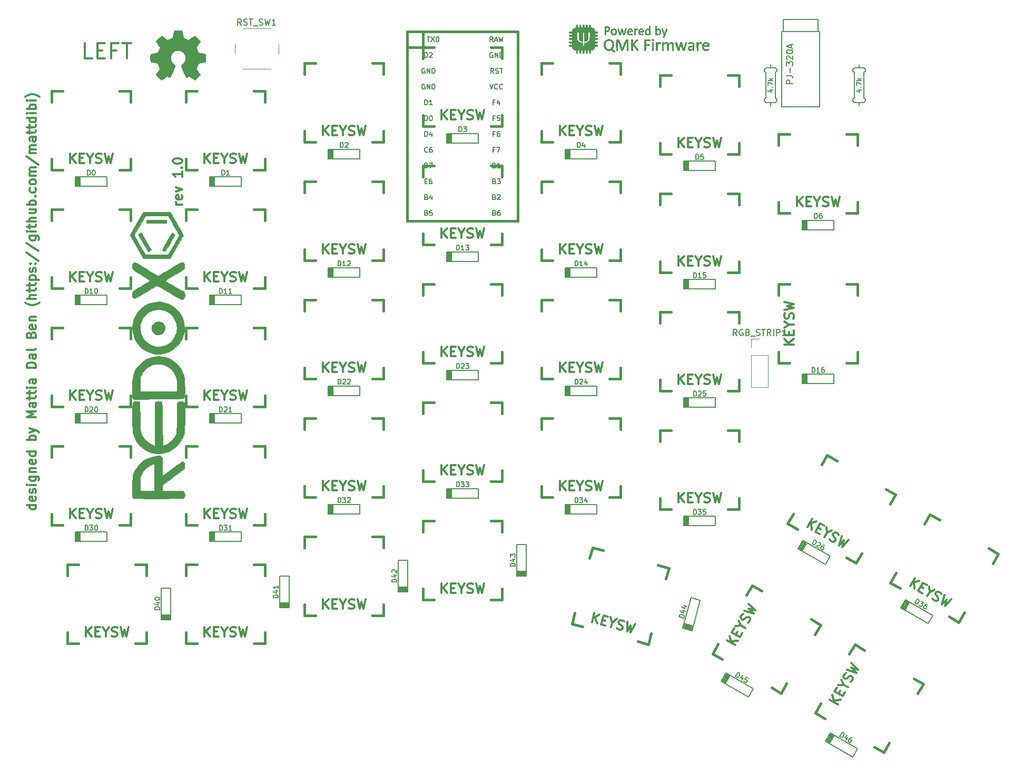
<source format=gto>
G04 #@! TF.GenerationSoftware,KiCad,Pcbnew,5.0.0-fee4fd1~66~ubuntu18.04.1*
G04 #@! TF.CreationDate,2018-08-23T18:28:32+02:00*
G04 #@! TF.ProjectId,redox_rev1,7265646F785F726576312E6B69636164,1.0*
G04 #@! TF.SameCoordinates,Original*
G04 #@! TF.FileFunction,Legend,Top*
G04 #@! TF.FilePolarity,Positive*
%FSLAX46Y46*%
G04 Gerber Fmt 4.6, Leading zero omitted, Abs format (unit mm)*
G04 Created by KiCad (PCBNEW 5.0.0-fee4fd1~66~ubuntu18.04.1) date Thu Aug 23 18:28:32 2018*
%MOMM*%
%LPD*%
G01*
G04 APERTURE LIST*
%ADD10C,0.300000*%
%ADD11C,0.150000*%
%ADD12C,0.120000*%
%ADD13C,0.381000*%
%ADD14C,0.010000*%
%ADD15C,0.304800*%
G04 APERTURE END LIST*
D10*
X106088571Y-78608571D02*
X105088571Y-78608571D01*
X105374285Y-78608571D02*
X105231428Y-78537142D01*
X105160000Y-78465714D01*
X105088571Y-78322857D01*
X105088571Y-78180000D01*
X106017142Y-77108571D02*
X106088571Y-77251428D01*
X106088571Y-77537142D01*
X106017142Y-77680000D01*
X105874285Y-77751428D01*
X105302857Y-77751428D01*
X105160000Y-77680000D01*
X105088571Y-77537142D01*
X105088571Y-77251428D01*
X105160000Y-77108571D01*
X105302857Y-77037142D01*
X105445714Y-77037142D01*
X105588571Y-77751428D01*
X105088571Y-76537142D02*
X106088571Y-76180000D01*
X105088571Y-75822857D01*
X106088571Y-73322857D02*
X106088571Y-74180000D01*
X106088571Y-73751428D02*
X104588571Y-73751428D01*
X104802857Y-73894285D01*
X104945714Y-74037142D01*
X105017142Y-74180000D01*
X105945714Y-72680000D02*
X106017142Y-72608571D01*
X106088571Y-72680000D01*
X106017142Y-72751428D01*
X105945714Y-72680000D01*
X106088571Y-72680000D01*
X104588571Y-71680000D02*
X104588571Y-71537142D01*
X104660000Y-71394285D01*
X104731428Y-71322857D01*
X104874285Y-71251428D01*
X105160000Y-71180000D01*
X105517142Y-71180000D01*
X105802857Y-71251428D01*
X105945714Y-71322857D01*
X106017142Y-71394285D01*
X106088571Y-71537142D01*
X106088571Y-71680000D01*
X106017142Y-71822857D01*
X105945714Y-71894285D01*
X105802857Y-71965714D01*
X105517142Y-72037142D01*
X105160000Y-72037142D01*
X104874285Y-71965714D01*
X104731428Y-71894285D01*
X104660000Y-71822857D01*
X104588571Y-71680000D01*
X82593571Y-126948285D02*
X81093571Y-126948285D01*
X82522142Y-126948285D02*
X82593571Y-127091142D01*
X82593571Y-127376857D01*
X82522142Y-127519714D01*
X82450714Y-127591142D01*
X82307857Y-127662571D01*
X81879285Y-127662571D01*
X81736428Y-127591142D01*
X81665000Y-127519714D01*
X81593571Y-127376857D01*
X81593571Y-127091142D01*
X81665000Y-126948285D01*
X82522142Y-125662571D02*
X82593571Y-125805428D01*
X82593571Y-126091142D01*
X82522142Y-126234000D01*
X82379285Y-126305428D01*
X81807857Y-126305428D01*
X81665000Y-126234000D01*
X81593571Y-126091142D01*
X81593571Y-125805428D01*
X81665000Y-125662571D01*
X81807857Y-125591142D01*
X81950714Y-125591142D01*
X82093571Y-126305428D01*
X82522142Y-125019714D02*
X82593571Y-124876857D01*
X82593571Y-124591142D01*
X82522142Y-124448285D01*
X82379285Y-124376857D01*
X82307857Y-124376857D01*
X82165000Y-124448285D01*
X82093571Y-124591142D01*
X82093571Y-124805428D01*
X82022142Y-124948285D01*
X81879285Y-125019714D01*
X81807857Y-125019714D01*
X81665000Y-124948285D01*
X81593571Y-124805428D01*
X81593571Y-124591142D01*
X81665000Y-124448285D01*
X82593571Y-123734000D02*
X81593571Y-123734000D01*
X81093571Y-123734000D02*
X81165000Y-123805428D01*
X81236428Y-123734000D01*
X81165000Y-123662571D01*
X81093571Y-123734000D01*
X81236428Y-123734000D01*
X81593571Y-122376857D02*
X82807857Y-122376857D01*
X82950714Y-122448285D01*
X83022142Y-122519714D01*
X83093571Y-122662571D01*
X83093571Y-122876857D01*
X83022142Y-123019714D01*
X82522142Y-122376857D02*
X82593571Y-122519714D01*
X82593571Y-122805428D01*
X82522142Y-122948285D01*
X82450714Y-123019714D01*
X82307857Y-123091142D01*
X81879285Y-123091142D01*
X81736428Y-123019714D01*
X81665000Y-122948285D01*
X81593571Y-122805428D01*
X81593571Y-122519714D01*
X81665000Y-122376857D01*
X81593571Y-121662571D02*
X82593571Y-121662571D01*
X81736428Y-121662571D02*
X81665000Y-121591142D01*
X81593571Y-121448285D01*
X81593571Y-121234000D01*
X81665000Y-121091142D01*
X81807857Y-121019714D01*
X82593571Y-121019714D01*
X82522142Y-119734000D02*
X82593571Y-119876857D01*
X82593571Y-120162571D01*
X82522142Y-120305428D01*
X82379285Y-120376857D01*
X81807857Y-120376857D01*
X81665000Y-120305428D01*
X81593571Y-120162571D01*
X81593571Y-119876857D01*
X81665000Y-119734000D01*
X81807857Y-119662571D01*
X81950714Y-119662571D01*
X82093571Y-120376857D01*
X82593571Y-118376857D02*
X81093571Y-118376857D01*
X82522142Y-118376857D02*
X82593571Y-118519714D01*
X82593571Y-118805428D01*
X82522142Y-118948285D01*
X82450714Y-119019714D01*
X82307857Y-119091142D01*
X81879285Y-119091142D01*
X81736428Y-119019714D01*
X81665000Y-118948285D01*
X81593571Y-118805428D01*
X81593571Y-118519714D01*
X81665000Y-118376857D01*
X82593571Y-116519714D02*
X81093571Y-116519714D01*
X81665000Y-116519714D02*
X81593571Y-116376857D01*
X81593571Y-116091142D01*
X81665000Y-115948285D01*
X81736428Y-115876857D01*
X81879285Y-115805428D01*
X82307857Y-115805428D01*
X82450714Y-115876857D01*
X82522142Y-115948285D01*
X82593571Y-116091142D01*
X82593571Y-116376857D01*
X82522142Y-116519714D01*
X81593571Y-115305428D02*
X82593571Y-114948285D01*
X81593571Y-114591142D02*
X82593571Y-114948285D01*
X82950714Y-115091142D01*
X83022142Y-115162571D01*
X83093571Y-115305428D01*
X82593571Y-112876857D02*
X81093571Y-112876857D01*
X82165000Y-112376857D01*
X81093571Y-111876857D01*
X82593571Y-111876857D01*
X82593571Y-110519714D02*
X81807857Y-110519714D01*
X81665000Y-110591142D01*
X81593571Y-110734000D01*
X81593571Y-111019714D01*
X81665000Y-111162571D01*
X82522142Y-110519714D02*
X82593571Y-110662571D01*
X82593571Y-111019714D01*
X82522142Y-111162571D01*
X82379285Y-111234000D01*
X82236428Y-111234000D01*
X82093571Y-111162571D01*
X82022142Y-111019714D01*
X82022142Y-110662571D01*
X81950714Y-110519714D01*
X81593571Y-110019714D02*
X81593571Y-109448285D01*
X81093571Y-109805428D02*
X82379285Y-109805428D01*
X82522142Y-109734000D01*
X82593571Y-109591142D01*
X82593571Y-109448285D01*
X81593571Y-109162571D02*
X81593571Y-108591142D01*
X81093571Y-108948285D02*
X82379285Y-108948285D01*
X82522142Y-108876857D01*
X82593571Y-108734000D01*
X82593571Y-108591142D01*
X82593571Y-108091142D02*
X81593571Y-108091142D01*
X81093571Y-108091142D02*
X81165000Y-108162571D01*
X81236428Y-108091142D01*
X81165000Y-108019714D01*
X81093571Y-108091142D01*
X81236428Y-108091142D01*
X82593571Y-106734000D02*
X81807857Y-106734000D01*
X81665000Y-106805428D01*
X81593571Y-106948285D01*
X81593571Y-107234000D01*
X81665000Y-107376857D01*
X82522142Y-106734000D02*
X82593571Y-106876857D01*
X82593571Y-107234000D01*
X82522142Y-107376857D01*
X82379285Y-107448285D01*
X82236428Y-107448285D01*
X82093571Y-107376857D01*
X82022142Y-107234000D01*
X82022142Y-106876857D01*
X81950714Y-106734000D01*
X82593571Y-104876857D02*
X81093571Y-104876857D01*
X81093571Y-104519714D01*
X81165000Y-104305428D01*
X81307857Y-104162571D01*
X81450714Y-104091142D01*
X81736428Y-104019714D01*
X81950714Y-104019714D01*
X82236428Y-104091142D01*
X82379285Y-104162571D01*
X82522142Y-104305428D01*
X82593571Y-104519714D01*
X82593571Y-104876857D01*
X82593571Y-102734000D02*
X81807857Y-102734000D01*
X81665000Y-102805428D01*
X81593571Y-102948285D01*
X81593571Y-103234000D01*
X81665000Y-103376857D01*
X82522142Y-102734000D02*
X82593571Y-102876857D01*
X82593571Y-103234000D01*
X82522142Y-103376857D01*
X82379285Y-103448285D01*
X82236428Y-103448285D01*
X82093571Y-103376857D01*
X82022142Y-103234000D01*
X82022142Y-102876857D01*
X81950714Y-102734000D01*
X82593571Y-101805428D02*
X82522142Y-101948285D01*
X82379285Y-102019714D01*
X81093571Y-102019714D01*
X81807857Y-99591142D02*
X81879285Y-99376857D01*
X81950714Y-99305428D01*
X82093571Y-99234000D01*
X82307857Y-99234000D01*
X82450714Y-99305428D01*
X82522142Y-99376857D01*
X82593571Y-99519714D01*
X82593571Y-100091142D01*
X81093571Y-100091142D01*
X81093571Y-99591142D01*
X81165000Y-99448285D01*
X81236428Y-99376857D01*
X81379285Y-99305428D01*
X81522142Y-99305428D01*
X81665000Y-99376857D01*
X81736428Y-99448285D01*
X81807857Y-99591142D01*
X81807857Y-100091142D01*
X82522142Y-98019714D02*
X82593571Y-98162571D01*
X82593571Y-98448285D01*
X82522142Y-98591142D01*
X82379285Y-98662571D01*
X81807857Y-98662571D01*
X81665000Y-98591142D01*
X81593571Y-98448285D01*
X81593571Y-98162571D01*
X81665000Y-98019714D01*
X81807857Y-97948285D01*
X81950714Y-97948285D01*
X82093571Y-98662571D01*
X81593571Y-97305428D02*
X82593571Y-97305428D01*
X81736428Y-97305428D02*
X81665000Y-97234000D01*
X81593571Y-97091142D01*
X81593571Y-96876857D01*
X81665000Y-96734000D01*
X81807857Y-96662571D01*
X82593571Y-96662571D01*
X83165000Y-94376857D02*
X83093571Y-94448285D01*
X82879285Y-94591142D01*
X82736428Y-94662571D01*
X82522142Y-94734000D01*
X82165000Y-94805428D01*
X81879285Y-94805428D01*
X81522142Y-94734000D01*
X81307857Y-94662571D01*
X81165000Y-94591142D01*
X80950714Y-94448285D01*
X80879285Y-94376857D01*
X82593571Y-93805428D02*
X81093571Y-93805428D01*
X82593571Y-93162571D02*
X81807857Y-93162571D01*
X81665000Y-93234000D01*
X81593571Y-93376857D01*
X81593571Y-93591142D01*
X81665000Y-93734000D01*
X81736428Y-93805428D01*
X81593571Y-92662571D02*
X81593571Y-92091142D01*
X81093571Y-92448285D02*
X82379285Y-92448285D01*
X82522142Y-92376857D01*
X82593571Y-92234000D01*
X82593571Y-92091142D01*
X81593571Y-91805428D02*
X81593571Y-91234000D01*
X81093571Y-91591142D02*
X82379285Y-91591142D01*
X82522142Y-91519714D01*
X82593571Y-91376857D01*
X82593571Y-91234000D01*
X81593571Y-90734000D02*
X83093571Y-90734000D01*
X81665000Y-90734000D02*
X81593571Y-90591142D01*
X81593571Y-90305428D01*
X81665000Y-90162571D01*
X81736428Y-90091142D01*
X81879285Y-90019714D01*
X82307857Y-90019714D01*
X82450714Y-90091142D01*
X82522142Y-90162571D01*
X82593571Y-90305428D01*
X82593571Y-90591142D01*
X82522142Y-90734000D01*
X82522142Y-89448285D02*
X82593571Y-89305428D01*
X82593571Y-89019714D01*
X82522142Y-88876857D01*
X82379285Y-88805428D01*
X82307857Y-88805428D01*
X82165000Y-88876857D01*
X82093571Y-89019714D01*
X82093571Y-89234000D01*
X82022142Y-89376857D01*
X81879285Y-89448285D01*
X81807857Y-89448285D01*
X81665000Y-89376857D01*
X81593571Y-89234000D01*
X81593571Y-89019714D01*
X81665000Y-88876857D01*
X82450714Y-88162571D02*
X82522142Y-88091142D01*
X82593571Y-88162571D01*
X82522142Y-88234000D01*
X82450714Y-88162571D01*
X82593571Y-88162571D01*
X81665000Y-88162571D02*
X81736428Y-88091142D01*
X81807857Y-88162571D01*
X81736428Y-88234000D01*
X81665000Y-88162571D01*
X81807857Y-88162571D01*
X81022142Y-86376857D02*
X82950714Y-87662571D01*
X81022142Y-84805428D02*
X82950714Y-86091142D01*
X81593571Y-83662571D02*
X82807857Y-83662571D01*
X82950714Y-83733999D01*
X83022142Y-83805428D01*
X83093571Y-83948285D01*
X83093571Y-84162571D01*
X83022142Y-84305428D01*
X82522142Y-83662571D02*
X82593571Y-83805428D01*
X82593571Y-84091142D01*
X82522142Y-84233999D01*
X82450714Y-84305428D01*
X82307857Y-84376857D01*
X81879285Y-84376857D01*
X81736428Y-84305428D01*
X81665000Y-84233999D01*
X81593571Y-84091142D01*
X81593571Y-83805428D01*
X81665000Y-83662571D01*
X82593571Y-82948285D02*
X81593571Y-82948285D01*
X81093571Y-82948285D02*
X81165000Y-83019714D01*
X81236428Y-82948285D01*
X81165000Y-82876857D01*
X81093571Y-82948285D01*
X81236428Y-82948285D01*
X81593571Y-82448285D02*
X81593571Y-81876857D01*
X81093571Y-82233999D02*
X82379285Y-82233999D01*
X82522142Y-82162571D01*
X82593571Y-82019714D01*
X82593571Y-81876857D01*
X82593571Y-81376857D02*
X81093571Y-81376857D01*
X82593571Y-80733999D02*
X81807857Y-80733999D01*
X81665000Y-80805428D01*
X81593571Y-80948285D01*
X81593571Y-81162571D01*
X81665000Y-81305428D01*
X81736428Y-81376857D01*
X81593571Y-79376857D02*
X82593571Y-79376857D01*
X81593571Y-80019714D02*
X82379285Y-80019714D01*
X82522142Y-79948285D01*
X82593571Y-79805428D01*
X82593571Y-79591142D01*
X82522142Y-79448285D01*
X82450714Y-79376857D01*
X82593571Y-78662571D02*
X81093571Y-78662571D01*
X81665000Y-78662571D02*
X81593571Y-78519714D01*
X81593571Y-78233999D01*
X81665000Y-78091142D01*
X81736428Y-78019714D01*
X81879285Y-77948285D01*
X82307857Y-77948285D01*
X82450714Y-78019714D01*
X82522142Y-78091142D01*
X82593571Y-78233999D01*
X82593571Y-78519714D01*
X82522142Y-78662571D01*
X82450714Y-77305428D02*
X82522142Y-77233999D01*
X82593571Y-77305428D01*
X82522142Y-77376857D01*
X82450714Y-77305428D01*
X82593571Y-77305428D01*
X82522142Y-75948285D02*
X82593571Y-76091142D01*
X82593571Y-76376857D01*
X82522142Y-76519714D01*
X82450714Y-76591142D01*
X82307857Y-76662571D01*
X81879285Y-76662571D01*
X81736428Y-76591142D01*
X81665000Y-76519714D01*
X81593571Y-76376857D01*
X81593571Y-76091142D01*
X81665000Y-75948285D01*
X82593571Y-75091142D02*
X82522142Y-75233999D01*
X82450714Y-75305428D01*
X82307857Y-75376857D01*
X81879285Y-75376857D01*
X81736428Y-75305428D01*
X81665000Y-75233999D01*
X81593571Y-75091142D01*
X81593571Y-74876857D01*
X81665000Y-74733999D01*
X81736428Y-74662571D01*
X81879285Y-74591142D01*
X82307857Y-74591142D01*
X82450714Y-74662571D01*
X82522142Y-74733999D01*
X82593571Y-74876857D01*
X82593571Y-75091142D01*
X82593571Y-73948285D02*
X81593571Y-73948285D01*
X81736428Y-73948285D02*
X81665000Y-73876857D01*
X81593571Y-73733999D01*
X81593571Y-73519714D01*
X81665000Y-73376857D01*
X81807857Y-73305428D01*
X82593571Y-73305428D01*
X81807857Y-73305428D02*
X81665000Y-73233999D01*
X81593571Y-73091142D01*
X81593571Y-72876857D01*
X81665000Y-72733999D01*
X81807857Y-72662571D01*
X82593571Y-72662571D01*
X81022142Y-70876857D02*
X82950714Y-72162571D01*
X82593571Y-70376857D02*
X81593571Y-70376857D01*
X81736428Y-70376857D02*
X81665000Y-70305428D01*
X81593571Y-70162571D01*
X81593571Y-69948285D01*
X81665000Y-69805428D01*
X81807857Y-69733999D01*
X82593571Y-69733999D01*
X81807857Y-69733999D02*
X81665000Y-69662571D01*
X81593571Y-69519714D01*
X81593571Y-69305428D01*
X81665000Y-69162571D01*
X81807857Y-69091142D01*
X82593571Y-69091142D01*
X82593571Y-67733999D02*
X81807857Y-67733999D01*
X81665000Y-67805428D01*
X81593571Y-67948285D01*
X81593571Y-68233999D01*
X81665000Y-68376857D01*
X82522142Y-67733999D02*
X82593571Y-67876857D01*
X82593571Y-68233999D01*
X82522142Y-68376857D01*
X82379285Y-68448285D01*
X82236428Y-68448285D01*
X82093571Y-68376857D01*
X82022142Y-68233999D01*
X82022142Y-67876857D01*
X81950714Y-67733999D01*
X81593571Y-67233999D02*
X81593571Y-66662571D01*
X81093571Y-67019714D02*
X82379285Y-67019714D01*
X82522142Y-66948285D01*
X82593571Y-66805428D01*
X82593571Y-66662571D01*
X81593571Y-66376857D02*
X81593571Y-65805428D01*
X81093571Y-66162571D02*
X82379285Y-66162571D01*
X82522142Y-66091142D01*
X82593571Y-65948285D01*
X82593571Y-65805428D01*
X82593571Y-64662571D02*
X81093571Y-64662571D01*
X82522142Y-64662571D02*
X82593571Y-64805428D01*
X82593571Y-65091142D01*
X82522142Y-65233999D01*
X82450714Y-65305428D01*
X82307857Y-65376857D01*
X81879285Y-65376857D01*
X81736428Y-65305428D01*
X81665000Y-65233999D01*
X81593571Y-65091142D01*
X81593571Y-64805428D01*
X81665000Y-64662571D01*
X82593571Y-63948285D02*
X81593571Y-63948285D01*
X81093571Y-63948285D02*
X81165000Y-64019714D01*
X81236428Y-63948285D01*
X81165000Y-63876857D01*
X81093571Y-63948285D01*
X81236428Y-63948285D01*
X82593571Y-63233999D02*
X81093571Y-63233999D01*
X81665000Y-63233999D02*
X81593571Y-63091142D01*
X81593571Y-62805428D01*
X81665000Y-62662571D01*
X81736428Y-62591142D01*
X81879285Y-62519714D01*
X82307857Y-62519714D01*
X82450714Y-62591142D01*
X82522142Y-62662571D01*
X82593571Y-62805428D01*
X82593571Y-63091142D01*
X82522142Y-63233999D01*
X82593571Y-61876857D02*
X81593571Y-61876857D01*
X81093571Y-61876857D02*
X81165000Y-61948285D01*
X81236428Y-61876857D01*
X81165000Y-61805428D01*
X81093571Y-61876857D01*
X81236428Y-61876857D01*
X83165000Y-61305428D02*
X83093571Y-61233999D01*
X82879285Y-61091142D01*
X82736428Y-61019714D01*
X82522142Y-60948285D01*
X82165000Y-60876857D01*
X81879285Y-60876857D01*
X81522142Y-60948285D01*
X81307857Y-61019714D01*
X81165000Y-61091142D01*
X80950714Y-61233999D01*
X80879285Y-61305428D01*
X91599047Y-55105952D02*
X90408571Y-55105952D01*
X90408571Y-52605952D01*
X92432380Y-53796428D02*
X93265714Y-53796428D01*
X93622857Y-55105952D02*
X92432380Y-55105952D01*
X92432380Y-52605952D01*
X93622857Y-52605952D01*
X95527619Y-53796428D02*
X94694285Y-53796428D01*
X94694285Y-55105952D02*
X94694285Y-52605952D01*
X95884761Y-52605952D01*
X96480000Y-52605952D02*
X97908571Y-52605952D01*
X97194285Y-55105952D02*
X97194285Y-52605952D01*
D11*
G04 #@! TO.C,D0*
X89662000Y-74168000D02*
X89662000Y-75692000D01*
X89535000Y-74168000D02*
X89535000Y-75692000D01*
X89408000Y-75692000D02*
X89408000Y-74168000D01*
X89027000Y-74168000D02*
X89027000Y-75692000D01*
X89154000Y-75692000D02*
X89154000Y-74168000D01*
X89281000Y-74168000D02*
X89281000Y-75692000D01*
X93980000Y-74168000D02*
X93472000Y-74168000D01*
X93980000Y-75692000D02*
X93980000Y-74168000D01*
X88900000Y-75692000D02*
X93980000Y-75692000D01*
X88900000Y-74168000D02*
X88900000Y-75692000D01*
X93980000Y-74168000D02*
X88900000Y-74168000D01*
G04 #@! TO.C,D1*
X111252000Y-74168000D02*
X111252000Y-75692000D01*
X111125000Y-74168000D02*
X111125000Y-75692000D01*
X110998000Y-75692000D02*
X110998000Y-74168000D01*
X110617000Y-74168000D02*
X110617000Y-75692000D01*
X110744000Y-75692000D02*
X110744000Y-74168000D01*
X110871000Y-74168000D02*
X110871000Y-75692000D01*
X115570000Y-74168000D02*
X115062000Y-74168000D01*
X115570000Y-75692000D02*
X115570000Y-74168000D01*
X110490000Y-75692000D02*
X115570000Y-75692000D01*
X110490000Y-74168000D02*
X110490000Y-75692000D01*
X115570000Y-74168000D02*
X110490000Y-74168000D01*
G04 #@! TO.C,D2*
X130302000Y-69723000D02*
X130302000Y-71247000D01*
X130175000Y-69723000D02*
X130175000Y-71247000D01*
X130048000Y-71247000D02*
X130048000Y-69723000D01*
X129667000Y-69723000D02*
X129667000Y-71247000D01*
X129794000Y-71247000D02*
X129794000Y-69723000D01*
X129921000Y-69723000D02*
X129921000Y-71247000D01*
X134620000Y-69723000D02*
X134112000Y-69723000D01*
X134620000Y-71247000D02*
X134620000Y-69723000D01*
X129540000Y-71247000D02*
X134620000Y-71247000D01*
X129540000Y-69723000D02*
X129540000Y-71247000D01*
X134620000Y-69723000D02*
X129540000Y-69723000D01*
G04 #@! TO.C,D3*
X149352000Y-67183000D02*
X149352000Y-68707000D01*
X149225000Y-67183000D02*
X149225000Y-68707000D01*
X149098000Y-68707000D02*
X149098000Y-67183000D01*
X148717000Y-67183000D02*
X148717000Y-68707000D01*
X148844000Y-68707000D02*
X148844000Y-67183000D01*
X148971000Y-67183000D02*
X148971000Y-68707000D01*
X153670000Y-67183000D02*
X153162000Y-67183000D01*
X153670000Y-68707000D02*
X153670000Y-67183000D01*
X148590000Y-68707000D02*
X153670000Y-68707000D01*
X148590000Y-67183000D02*
X148590000Y-68707000D01*
X153670000Y-67183000D02*
X148590000Y-67183000D01*
G04 #@! TO.C,D4*
X168402000Y-69723000D02*
X168402000Y-71247000D01*
X168275000Y-69723000D02*
X168275000Y-71247000D01*
X168148000Y-71247000D02*
X168148000Y-69723000D01*
X167767000Y-69723000D02*
X167767000Y-71247000D01*
X167894000Y-71247000D02*
X167894000Y-69723000D01*
X168021000Y-69723000D02*
X168021000Y-71247000D01*
X172720000Y-69723000D02*
X172212000Y-69723000D01*
X172720000Y-71247000D02*
X172720000Y-69723000D01*
X167640000Y-71247000D02*
X172720000Y-71247000D01*
X167640000Y-69723000D02*
X167640000Y-71247000D01*
X172720000Y-69723000D02*
X167640000Y-69723000D01*
G04 #@! TO.C,D5*
X187452000Y-71628000D02*
X187452000Y-73152000D01*
X187325000Y-71628000D02*
X187325000Y-73152000D01*
X187198000Y-73152000D02*
X187198000Y-71628000D01*
X186817000Y-71628000D02*
X186817000Y-73152000D01*
X186944000Y-73152000D02*
X186944000Y-71628000D01*
X187071000Y-71628000D02*
X187071000Y-73152000D01*
X191770000Y-71628000D02*
X191262000Y-71628000D01*
X191770000Y-73152000D02*
X191770000Y-71628000D01*
X186690000Y-73152000D02*
X191770000Y-73152000D01*
X186690000Y-71628000D02*
X186690000Y-73152000D01*
X191770000Y-71628000D02*
X186690000Y-71628000D01*
G04 #@! TO.C,D6*
X206502000Y-81153000D02*
X206502000Y-82677000D01*
X206375000Y-81153000D02*
X206375000Y-82677000D01*
X206248000Y-82677000D02*
X206248000Y-81153000D01*
X205867000Y-81153000D02*
X205867000Y-82677000D01*
X205994000Y-82677000D02*
X205994000Y-81153000D01*
X206121000Y-81153000D02*
X206121000Y-82677000D01*
X210820000Y-81153000D02*
X210312000Y-81153000D01*
X210820000Y-82677000D02*
X210820000Y-81153000D01*
X205740000Y-82677000D02*
X210820000Y-82677000D01*
X205740000Y-81153000D02*
X205740000Y-82677000D01*
X210820000Y-81153000D02*
X205740000Y-81153000D01*
G04 #@! TO.C,D10*
X89662000Y-93218000D02*
X89662000Y-94742000D01*
X89535000Y-93218000D02*
X89535000Y-94742000D01*
X89408000Y-94742000D02*
X89408000Y-93218000D01*
X89027000Y-93218000D02*
X89027000Y-94742000D01*
X89154000Y-94742000D02*
X89154000Y-93218000D01*
X89281000Y-93218000D02*
X89281000Y-94742000D01*
X93980000Y-93218000D02*
X93472000Y-93218000D01*
X93980000Y-94742000D02*
X93980000Y-93218000D01*
X88900000Y-94742000D02*
X93980000Y-94742000D01*
X88900000Y-93218000D02*
X88900000Y-94742000D01*
X93980000Y-93218000D02*
X88900000Y-93218000D01*
G04 #@! TO.C,D11*
X111252000Y-93218000D02*
X111252000Y-94742000D01*
X111125000Y-93218000D02*
X111125000Y-94742000D01*
X110998000Y-94742000D02*
X110998000Y-93218000D01*
X110617000Y-93218000D02*
X110617000Y-94742000D01*
X110744000Y-94742000D02*
X110744000Y-93218000D01*
X110871000Y-93218000D02*
X110871000Y-94742000D01*
X115570000Y-93218000D02*
X115062000Y-93218000D01*
X115570000Y-94742000D02*
X115570000Y-93218000D01*
X110490000Y-94742000D02*
X115570000Y-94742000D01*
X110490000Y-93218000D02*
X110490000Y-94742000D01*
X115570000Y-93218000D02*
X110490000Y-93218000D01*
G04 #@! TO.C,D12*
X130302000Y-88773000D02*
X130302000Y-90297000D01*
X130175000Y-88773000D02*
X130175000Y-90297000D01*
X130048000Y-90297000D02*
X130048000Y-88773000D01*
X129667000Y-88773000D02*
X129667000Y-90297000D01*
X129794000Y-90297000D02*
X129794000Y-88773000D01*
X129921000Y-88773000D02*
X129921000Y-90297000D01*
X134620000Y-88773000D02*
X134112000Y-88773000D01*
X134620000Y-90297000D02*
X134620000Y-88773000D01*
X129540000Y-90297000D02*
X134620000Y-90297000D01*
X129540000Y-88773000D02*
X129540000Y-90297000D01*
X134620000Y-88773000D02*
X129540000Y-88773000D01*
G04 #@! TO.C,D13*
X149352000Y-86233000D02*
X149352000Y-87757000D01*
X149225000Y-86233000D02*
X149225000Y-87757000D01*
X149098000Y-87757000D02*
X149098000Y-86233000D01*
X148717000Y-86233000D02*
X148717000Y-87757000D01*
X148844000Y-87757000D02*
X148844000Y-86233000D01*
X148971000Y-86233000D02*
X148971000Y-87757000D01*
X153670000Y-86233000D02*
X153162000Y-86233000D01*
X153670000Y-87757000D02*
X153670000Y-86233000D01*
X148590000Y-87757000D02*
X153670000Y-87757000D01*
X148590000Y-86233000D02*
X148590000Y-87757000D01*
X153670000Y-86233000D02*
X148590000Y-86233000D01*
G04 #@! TO.C,D14*
X168402000Y-88773000D02*
X168402000Y-90297000D01*
X168275000Y-88773000D02*
X168275000Y-90297000D01*
X168148000Y-90297000D02*
X168148000Y-88773000D01*
X167767000Y-88773000D02*
X167767000Y-90297000D01*
X167894000Y-90297000D02*
X167894000Y-88773000D01*
X168021000Y-88773000D02*
X168021000Y-90297000D01*
X172720000Y-88773000D02*
X172212000Y-88773000D01*
X172720000Y-90297000D02*
X172720000Y-88773000D01*
X167640000Y-90297000D02*
X172720000Y-90297000D01*
X167640000Y-88773000D02*
X167640000Y-90297000D01*
X172720000Y-88773000D02*
X167640000Y-88773000D01*
G04 #@! TO.C,D15*
X187452000Y-90678000D02*
X187452000Y-92202000D01*
X187325000Y-90678000D02*
X187325000Y-92202000D01*
X187198000Y-92202000D02*
X187198000Y-90678000D01*
X186817000Y-90678000D02*
X186817000Y-92202000D01*
X186944000Y-92202000D02*
X186944000Y-90678000D01*
X187071000Y-90678000D02*
X187071000Y-92202000D01*
X191770000Y-90678000D02*
X191262000Y-90678000D01*
X191770000Y-92202000D02*
X191770000Y-90678000D01*
X186690000Y-92202000D02*
X191770000Y-92202000D01*
X186690000Y-90678000D02*
X186690000Y-92202000D01*
X191770000Y-90678000D02*
X186690000Y-90678000D01*
G04 #@! TO.C,D16*
X206502000Y-105918000D02*
X206502000Y-107442000D01*
X206375000Y-105918000D02*
X206375000Y-107442000D01*
X206248000Y-107442000D02*
X206248000Y-105918000D01*
X205867000Y-105918000D02*
X205867000Y-107442000D01*
X205994000Y-107442000D02*
X205994000Y-105918000D01*
X206121000Y-105918000D02*
X206121000Y-107442000D01*
X210820000Y-105918000D02*
X210312000Y-105918000D01*
X210820000Y-107442000D02*
X210820000Y-105918000D01*
X205740000Y-107442000D02*
X210820000Y-107442000D01*
X205740000Y-105918000D02*
X205740000Y-107442000D01*
X210820000Y-105918000D02*
X205740000Y-105918000D01*
G04 #@! TO.C,D20*
X89662000Y-112268000D02*
X89662000Y-113792000D01*
X89535000Y-112268000D02*
X89535000Y-113792000D01*
X89408000Y-113792000D02*
X89408000Y-112268000D01*
X89027000Y-112268000D02*
X89027000Y-113792000D01*
X89154000Y-113792000D02*
X89154000Y-112268000D01*
X89281000Y-112268000D02*
X89281000Y-113792000D01*
X93980000Y-112268000D02*
X93472000Y-112268000D01*
X93980000Y-113792000D02*
X93980000Y-112268000D01*
X88900000Y-113792000D02*
X93980000Y-113792000D01*
X88900000Y-112268000D02*
X88900000Y-113792000D01*
X93980000Y-112268000D02*
X88900000Y-112268000D01*
G04 #@! TO.C,D21*
X111252000Y-112268000D02*
X111252000Y-113792000D01*
X111125000Y-112268000D02*
X111125000Y-113792000D01*
X110998000Y-113792000D02*
X110998000Y-112268000D01*
X110617000Y-112268000D02*
X110617000Y-113792000D01*
X110744000Y-113792000D02*
X110744000Y-112268000D01*
X110871000Y-112268000D02*
X110871000Y-113792000D01*
X115570000Y-112268000D02*
X115062000Y-112268000D01*
X115570000Y-113792000D02*
X115570000Y-112268000D01*
X110490000Y-113792000D02*
X115570000Y-113792000D01*
X110490000Y-112268000D02*
X110490000Y-113792000D01*
X115570000Y-112268000D02*
X110490000Y-112268000D01*
G04 #@! TO.C,D22*
X130302000Y-107823000D02*
X130302000Y-109347000D01*
X130175000Y-107823000D02*
X130175000Y-109347000D01*
X130048000Y-109347000D02*
X130048000Y-107823000D01*
X129667000Y-107823000D02*
X129667000Y-109347000D01*
X129794000Y-109347000D02*
X129794000Y-107823000D01*
X129921000Y-107823000D02*
X129921000Y-109347000D01*
X134620000Y-107823000D02*
X134112000Y-107823000D01*
X134620000Y-109347000D02*
X134620000Y-107823000D01*
X129540000Y-109347000D02*
X134620000Y-109347000D01*
X129540000Y-107823000D02*
X129540000Y-109347000D01*
X134620000Y-107823000D02*
X129540000Y-107823000D01*
G04 #@! TO.C,D23*
X149352000Y-105283000D02*
X149352000Y-106807000D01*
X149225000Y-105283000D02*
X149225000Y-106807000D01*
X149098000Y-106807000D02*
X149098000Y-105283000D01*
X148717000Y-105283000D02*
X148717000Y-106807000D01*
X148844000Y-106807000D02*
X148844000Y-105283000D01*
X148971000Y-105283000D02*
X148971000Y-106807000D01*
X153670000Y-105283000D02*
X153162000Y-105283000D01*
X153670000Y-106807000D02*
X153670000Y-105283000D01*
X148590000Y-106807000D02*
X153670000Y-106807000D01*
X148590000Y-105283000D02*
X148590000Y-106807000D01*
X153670000Y-105283000D02*
X148590000Y-105283000D01*
G04 #@! TO.C,D24*
X168402000Y-107823000D02*
X168402000Y-109347000D01*
X168275000Y-107823000D02*
X168275000Y-109347000D01*
X168148000Y-109347000D02*
X168148000Y-107823000D01*
X167767000Y-107823000D02*
X167767000Y-109347000D01*
X167894000Y-109347000D02*
X167894000Y-107823000D01*
X168021000Y-107823000D02*
X168021000Y-109347000D01*
X172720000Y-107823000D02*
X172212000Y-107823000D01*
X172720000Y-109347000D02*
X172720000Y-107823000D01*
X167640000Y-109347000D02*
X172720000Y-109347000D01*
X167640000Y-107823000D02*
X167640000Y-109347000D01*
X172720000Y-107823000D02*
X167640000Y-107823000D01*
G04 #@! TO.C,D25*
X187452000Y-109728000D02*
X187452000Y-111252000D01*
X187325000Y-109728000D02*
X187325000Y-111252000D01*
X187198000Y-111252000D02*
X187198000Y-109728000D01*
X186817000Y-109728000D02*
X186817000Y-111252000D01*
X186944000Y-111252000D02*
X186944000Y-109728000D01*
X187071000Y-109728000D02*
X187071000Y-111252000D01*
X191770000Y-109728000D02*
X191262000Y-109728000D01*
X191770000Y-111252000D02*
X191770000Y-109728000D01*
X186690000Y-111252000D02*
X191770000Y-111252000D01*
X186690000Y-109728000D02*
X186690000Y-111252000D01*
X191770000Y-109728000D02*
X186690000Y-109728000D01*
G04 #@! TO.C,D26*
X206486207Y-133071089D02*
X205724207Y-134390911D01*
X206376222Y-133007589D02*
X205614222Y-134327411D01*
X205504236Y-134263911D02*
X206266236Y-132944089D01*
X205936281Y-132753589D02*
X205174281Y-134073411D01*
X205284266Y-134136911D02*
X206046266Y-132817089D01*
X206156251Y-132880589D02*
X205394251Y-134200411D01*
X210225705Y-135230089D02*
X209785764Y-134976089D01*
X209463705Y-136549911D02*
X210225705Y-135230089D01*
X205064295Y-134009911D02*
X209463705Y-136549911D01*
X205826295Y-132690089D02*
X205064295Y-134009911D01*
X210225705Y-135230089D02*
X205826295Y-132690089D01*
G04 #@! TO.C,D30*
X89662000Y-131318000D02*
X89662000Y-132842000D01*
X89535000Y-131318000D02*
X89535000Y-132842000D01*
X89408000Y-132842000D02*
X89408000Y-131318000D01*
X89027000Y-131318000D02*
X89027000Y-132842000D01*
X89154000Y-132842000D02*
X89154000Y-131318000D01*
X89281000Y-131318000D02*
X89281000Y-132842000D01*
X93980000Y-131318000D02*
X93472000Y-131318000D01*
X93980000Y-132842000D02*
X93980000Y-131318000D01*
X88900000Y-132842000D02*
X93980000Y-132842000D01*
X88900000Y-131318000D02*
X88900000Y-132842000D01*
X93980000Y-131318000D02*
X88900000Y-131318000D01*
G04 #@! TO.C,D31*
X111252000Y-131318000D02*
X111252000Y-132842000D01*
X111125000Y-131318000D02*
X111125000Y-132842000D01*
X110998000Y-132842000D02*
X110998000Y-131318000D01*
X110617000Y-131318000D02*
X110617000Y-132842000D01*
X110744000Y-132842000D02*
X110744000Y-131318000D01*
X110871000Y-131318000D02*
X110871000Y-132842000D01*
X115570000Y-131318000D02*
X115062000Y-131318000D01*
X115570000Y-132842000D02*
X115570000Y-131318000D01*
X110490000Y-132842000D02*
X115570000Y-132842000D01*
X110490000Y-131318000D02*
X110490000Y-132842000D01*
X115570000Y-131318000D02*
X110490000Y-131318000D01*
G04 #@! TO.C,D32*
X130302000Y-126873000D02*
X130302000Y-128397000D01*
X130175000Y-126873000D02*
X130175000Y-128397000D01*
X130048000Y-128397000D02*
X130048000Y-126873000D01*
X129667000Y-126873000D02*
X129667000Y-128397000D01*
X129794000Y-128397000D02*
X129794000Y-126873000D01*
X129921000Y-126873000D02*
X129921000Y-128397000D01*
X134620000Y-126873000D02*
X134112000Y-126873000D01*
X134620000Y-128397000D02*
X134620000Y-126873000D01*
X129540000Y-128397000D02*
X134620000Y-128397000D01*
X129540000Y-126873000D02*
X129540000Y-128397000D01*
X134620000Y-126873000D02*
X129540000Y-126873000D01*
G04 #@! TO.C,D33*
X149352000Y-124333000D02*
X149352000Y-125857000D01*
X149225000Y-124333000D02*
X149225000Y-125857000D01*
X149098000Y-125857000D02*
X149098000Y-124333000D01*
X148717000Y-124333000D02*
X148717000Y-125857000D01*
X148844000Y-125857000D02*
X148844000Y-124333000D01*
X148971000Y-124333000D02*
X148971000Y-125857000D01*
X153670000Y-124333000D02*
X153162000Y-124333000D01*
X153670000Y-125857000D02*
X153670000Y-124333000D01*
X148590000Y-125857000D02*
X153670000Y-125857000D01*
X148590000Y-124333000D02*
X148590000Y-125857000D01*
X153670000Y-124333000D02*
X148590000Y-124333000D01*
G04 #@! TO.C,D34*
X168402000Y-126873000D02*
X168402000Y-128397000D01*
X168275000Y-126873000D02*
X168275000Y-128397000D01*
X168148000Y-128397000D02*
X168148000Y-126873000D01*
X167767000Y-126873000D02*
X167767000Y-128397000D01*
X167894000Y-128397000D02*
X167894000Y-126873000D01*
X168021000Y-126873000D02*
X168021000Y-128397000D01*
X172720000Y-126873000D02*
X172212000Y-126873000D01*
X172720000Y-128397000D02*
X172720000Y-126873000D01*
X167640000Y-128397000D02*
X172720000Y-128397000D01*
X167640000Y-126873000D02*
X167640000Y-128397000D01*
X172720000Y-126873000D02*
X167640000Y-126873000D01*
G04 #@! TO.C,D35*
X187452000Y-128778000D02*
X187452000Y-130302000D01*
X187325000Y-128778000D02*
X187325000Y-130302000D01*
X187198000Y-130302000D02*
X187198000Y-128778000D01*
X186817000Y-128778000D02*
X186817000Y-130302000D01*
X186944000Y-130302000D02*
X186944000Y-128778000D01*
X187071000Y-128778000D02*
X187071000Y-130302000D01*
X191770000Y-128778000D02*
X191262000Y-128778000D01*
X191770000Y-130302000D02*
X191770000Y-128778000D01*
X186690000Y-130302000D02*
X191770000Y-130302000D01*
X186690000Y-128778000D02*
X186690000Y-130302000D01*
X191770000Y-128778000D02*
X186690000Y-128778000D01*
G04 #@! TO.C,D36*
X222996207Y-142596089D02*
X222234207Y-143915911D01*
X222886222Y-142532589D02*
X222124222Y-143852411D01*
X222014236Y-143788911D02*
X222776236Y-142469089D01*
X222446281Y-142278589D02*
X221684281Y-143598411D01*
X221794266Y-143661911D02*
X222556266Y-142342089D01*
X222666251Y-142405589D02*
X221904251Y-143725411D01*
X226735705Y-144755089D02*
X226295764Y-144501089D01*
X225973705Y-146074911D02*
X226735705Y-144755089D01*
X221574295Y-143534911D02*
X225973705Y-146074911D01*
X222336295Y-142215089D02*
X221574295Y-143534911D01*
X226735705Y-144755089D02*
X222336295Y-142215089D01*
G04 #@! TO.C,D40*
X102743000Y-144653000D02*
X104267000Y-144653000D01*
X102743000Y-144780000D02*
X104267000Y-144780000D01*
X104267000Y-144907000D02*
X102743000Y-144907000D01*
X102743000Y-145288000D02*
X104267000Y-145288000D01*
X104267000Y-145161000D02*
X102743000Y-145161000D01*
X102743000Y-145034000D02*
X104267000Y-145034000D01*
X102743000Y-140335000D02*
X102743000Y-140843000D01*
X104267000Y-140335000D02*
X102743000Y-140335000D01*
X104267000Y-145415000D02*
X104267000Y-140335000D01*
X102743000Y-145415000D02*
X104267000Y-145415000D01*
X102743000Y-140335000D02*
X102743000Y-145415000D01*
G04 #@! TO.C,D41*
X121793000Y-142748000D02*
X123317000Y-142748000D01*
X121793000Y-142875000D02*
X123317000Y-142875000D01*
X123317000Y-143002000D02*
X121793000Y-143002000D01*
X121793000Y-143383000D02*
X123317000Y-143383000D01*
X123317000Y-143256000D02*
X121793000Y-143256000D01*
X121793000Y-143129000D02*
X123317000Y-143129000D01*
X121793000Y-138430000D02*
X121793000Y-138938000D01*
X123317000Y-138430000D02*
X121793000Y-138430000D01*
X123317000Y-143510000D02*
X123317000Y-138430000D01*
X121793000Y-143510000D02*
X123317000Y-143510000D01*
X121793000Y-138430000D02*
X121793000Y-143510000D01*
G04 #@! TO.C,D42*
X140843000Y-140208000D02*
X142367000Y-140208000D01*
X140843000Y-140335000D02*
X142367000Y-140335000D01*
X142367000Y-140462000D02*
X140843000Y-140462000D01*
X140843000Y-140843000D02*
X142367000Y-140843000D01*
X142367000Y-140716000D02*
X140843000Y-140716000D01*
X140843000Y-140589000D02*
X142367000Y-140589000D01*
X140843000Y-135890000D02*
X140843000Y-136398000D01*
X142367000Y-135890000D02*
X140843000Y-135890000D01*
X142367000Y-140970000D02*
X142367000Y-135890000D01*
X140843000Y-140970000D02*
X142367000Y-140970000D01*
X140843000Y-135890000D02*
X140843000Y-140970000D01*
G04 #@! TO.C,D43*
X159893000Y-137668000D02*
X161417000Y-137668000D01*
X159893000Y-137795000D02*
X161417000Y-137795000D01*
X161417000Y-137922000D02*
X159893000Y-137922000D01*
X159893000Y-138303000D02*
X161417000Y-138303000D01*
X161417000Y-138176000D02*
X159893000Y-138176000D01*
X159893000Y-138049000D02*
X161417000Y-138049000D01*
X159893000Y-133350000D02*
X159893000Y-133858000D01*
X161417000Y-133350000D02*
X159893000Y-133350000D01*
X161417000Y-138430000D02*
X161417000Y-133350000D01*
X159893000Y-138430000D02*
X161417000Y-138430000D01*
X159893000Y-133350000D02*
X159893000Y-138430000D01*
G04 #@! TO.C,D44*
X186763784Y-146046196D02*
X188235855Y-146440636D01*
X186730914Y-146168869D02*
X188202985Y-146563309D01*
X188170115Y-146685981D02*
X186698044Y-146291541D01*
X186599434Y-146659559D02*
X188071505Y-147053999D01*
X188104375Y-146931327D02*
X186632304Y-146536886D01*
X186665174Y-146414214D02*
X188137245Y-146808654D01*
X187881365Y-141875328D02*
X187749885Y-142366019D01*
X189353436Y-142269769D02*
X187881365Y-141875328D01*
X188038635Y-147176672D02*
X189353436Y-142269769D01*
X186566564Y-146782231D02*
X188038635Y-147176672D01*
X187881365Y-141875328D02*
X186566564Y-146782231D01*
G04 #@! TO.C,D45*
X194167207Y-154407089D02*
X193405207Y-155726911D01*
X194057222Y-154343589D02*
X193295222Y-155663411D01*
X193185236Y-155599911D02*
X193947236Y-154280089D01*
X193617281Y-154089589D02*
X192855281Y-155409411D01*
X192965266Y-155472911D02*
X193727266Y-154153089D01*
X193837251Y-154216589D02*
X193075251Y-155536411D01*
X197906705Y-156566089D02*
X197466764Y-156312089D01*
X197144705Y-157885911D02*
X197906705Y-156566089D01*
X192745295Y-155345911D02*
X197144705Y-157885911D01*
X193507295Y-154026089D02*
X192745295Y-155345911D01*
X197906705Y-156566089D02*
X193507295Y-154026089D01*
G04 #@! TO.C,D46*
X210931207Y-164059089D02*
X210169207Y-165378911D01*
X210821222Y-163995589D02*
X210059222Y-165315411D01*
X209949236Y-165251911D02*
X210711236Y-163932089D01*
X210381281Y-163741589D02*
X209619281Y-165061411D01*
X209729266Y-165124911D02*
X210491266Y-163805089D01*
X210601251Y-163868589D02*
X209839251Y-165188411D01*
X214670705Y-166218089D02*
X214230764Y-165964089D01*
X213908705Y-167537911D02*
X214670705Y-166218089D01*
X209509295Y-164997911D02*
X213908705Y-167537911D01*
X210271295Y-163678089D02*
X209509295Y-164997911D01*
X214670705Y-166218089D02*
X210271295Y-163678089D01*
G04 #@! TO.C,R1*
X200660000Y-56642000D02*
X200660000Y-56134000D01*
X200660000Y-62738000D02*
X200660000Y-62230000D01*
X201422000Y-62230000D02*
X199898000Y-62230000D01*
X201676000Y-61976000D02*
X201422000Y-62230000D01*
X201676000Y-61722000D02*
X201676000Y-61976000D01*
X201422000Y-61468000D02*
X201676000Y-61722000D01*
X201422000Y-57404000D02*
X201422000Y-61468000D01*
X201676000Y-57150000D02*
X201422000Y-57404000D01*
X201676000Y-56896000D02*
X201676000Y-57150000D01*
X201422000Y-56642000D02*
X201676000Y-56896000D01*
X199898000Y-56642000D02*
X201422000Y-56642000D01*
X199644000Y-56896000D02*
X199898000Y-56642000D01*
X199644000Y-57150000D02*
X199644000Y-56896000D01*
X199898000Y-57404000D02*
X199644000Y-57150000D01*
X199898000Y-61468000D02*
X199898000Y-57404000D01*
X199644000Y-61722000D02*
X199898000Y-61468000D01*
X199644000Y-61976000D02*
X199644000Y-61722000D01*
X199898000Y-62230000D02*
X199644000Y-61976000D01*
G04 #@! TO.C,R2*
X214884000Y-56642000D02*
X214884000Y-56134000D01*
X214884000Y-62738000D02*
X214884000Y-62230000D01*
X215646000Y-62230000D02*
X214122000Y-62230000D01*
X215900000Y-61976000D02*
X215646000Y-62230000D01*
X215900000Y-61722000D02*
X215900000Y-61976000D01*
X215646000Y-61468000D02*
X215900000Y-61722000D01*
X215646000Y-57404000D02*
X215646000Y-61468000D01*
X215900000Y-57150000D02*
X215646000Y-57404000D01*
X215900000Y-56896000D02*
X215900000Y-57150000D01*
X215646000Y-56642000D02*
X215900000Y-56896000D01*
X214122000Y-56642000D02*
X215646000Y-56642000D01*
X213868000Y-56896000D02*
X214122000Y-56642000D01*
X213868000Y-57150000D02*
X213868000Y-56896000D01*
X214122000Y-57404000D02*
X213868000Y-57150000D01*
X214122000Y-61468000D02*
X214122000Y-57404000D01*
X213868000Y-61722000D02*
X214122000Y-61468000D01*
X213868000Y-61976000D02*
X213868000Y-61722000D01*
X214122000Y-62230000D02*
X213868000Y-61976000D01*
D12*
G04 #@! TO.C,RGB_STRIP1*
X197552000Y-108010000D02*
X200212000Y-108010000D01*
X197552000Y-102870000D02*
X197552000Y-108010000D01*
X200212000Y-102870000D02*
X200212000Y-108010000D01*
X197552000Y-102870000D02*
X200212000Y-102870000D01*
X197552000Y-101600000D02*
X197552000Y-100270000D01*
X197552000Y-100270000D02*
X198882000Y-100270000D01*
G04 #@! TO.C,RST_SW1*
X115808000Y-56808000D02*
X120308000Y-56808000D01*
X114558000Y-52808000D02*
X114558000Y-54308000D01*
X120308000Y-50308000D02*
X115808000Y-50308000D01*
X121558000Y-54308000D02*
X121558000Y-52808000D01*
D11*
G04 #@! TO.C,TRRS1*
X208272000Y-48800000D02*
X202672000Y-48800000D01*
X202672000Y-50800000D02*
X202672000Y-48800000D01*
X208272000Y-50800000D02*
X208272000Y-48800000D01*
X202422000Y-50800000D02*
X202422000Y-62900000D01*
X208522000Y-50800000D02*
X208522000Y-62900000D01*
X208522000Y-62900000D02*
X202422000Y-62900000D01*
X208522000Y-50800000D02*
X202422000Y-50800000D01*
D13*
G04 #@! TO.C,U1*
X160020000Y-50800000D02*
X142240000Y-50800000D01*
X142240000Y-50800000D02*
X142240000Y-81280000D01*
X142240000Y-81280000D02*
X160020000Y-81280000D01*
X160020000Y-81280000D02*
X160020000Y-50800000D01*
X144780000Y-50800000D02*
X144780000Y-53340000D01*
X144780000Y-53340000D02*
X142240000Y-53340000D01*
D14*
G04 #@! TO.C,G\002A\002A\002A*
G36*
X98056886Y-123947544D02*
X98069223Y-123515530D01*
X98088949Y-123110210D01*
X98115865Y-122754455D01*
X98149774Y-122471134D01*
X98179383Y-122321053D01*
X98435178Y-121588095D01*
X98795416Y-120933864D01*
X99251746Y-120365331D01*
X99795816Y-119889467D01*
X100419275Y-119513244D01*
X101113770Y-119243632D01*
X101870951Y-119087602D01*
X102078461Y-119066385D01*
X102331820Y-119049404D01*
X102492387Y-119054970D01*
X102600287Y-119091351D01*
X102695647Y-119166816D01*
X102730171Y-119200673D01*
X102903421Y-119373924D01*
X102903421Y-122322073D01*
X104463198Y-121151826D01*
X104865860Y-120852999D01*
X105238955Y-120582339D01*
X105567851Y-120349971D01*
X105837921Y-120166019D01*
X106034533Y-120040606D01*
X106143057Y-119983857D01*
X106154303Y-119981579D01*
X106294387Y-120009910D01*
X106383598Y-120108288D01*
X106431084Y-120296790D01*
X106445993Y-120595495D01*
X106446053Y-120621896D01*
X106446053Y-121101791D01*
X106161974Y-121330006D01*
X106032539Y-121430430D01*
X105812801Y-121596928D01*
X105520211Y-121816450D01*
X105172217Y-122075947D01*
X104786271Y-122362369D01*
X104390658Y-122654677D01*
X102903421Y-123751132D01*
X102903421Y-124727369D01*
X106184761Y-124727369D01*
X106348828Y-124891436D01*
X106480394Y-125113055D01*
X106505668Y-125392300D01*
X106438487Y-125661271D01*
X106359720Y-125805382D01*
X106292329Y-125877484D01*
X106212684Y-125886685D01*
X106011257Y-125895385D01*
X105699951Y-125903434D01*
X105290667Y-125910679D01*
X104795306Y-125916967D01*
X104225772Y-125922146D01*
X103593966Y-125926065D01*
X102911789Y-125928570D01*
X102226474Y-125929503D01*
X101392318Y-125929471D01*
X100681747Y-125928733D01*
X100084664Y-125927015D01*
X99590971Y-125924046D01*
X99293948Y-125920713D01*
X99293948Y-124727369D01*
X101633421Y-124727369D01*
X101633421Y-122555000D01*
X101633017Y-121957825D01*
X101631323Y-121480916D01*
X101627615Y-121110853D01*
X101621173Y-120834219D01*
X101611272Y-120637597D01*
X101597192Y-120507568D01*
X101578208Y-120430714D01*
X101553599Y-120393617D01*
X101522642Y-120382859D01*
X101516448Y-120382684D01*
X101341160Y-120421453D01*
X101096785Y-120524783D01*
X100818356Y-120673389D01*
X100540904Y-120847983D01*
X100299461Y-121029279D01*
X100229378Y-121091278D01*
X99906067Y-121434171D01*
X99660230Y-121795650D01*
X99484004Y-122198230D01*
X99369530Y-122664422D01*
X99308945Y-123216741D01*
X99293948Y-123770290D01*
X99293948Y-124727369D01*
X99293948Y-125920713D01*
X99190571Y-125919552D01*
X98873364Y-125913262D01*
X98629255Y-125904903D01*
X98448144Y-125894202D01*
X98319933Y-125880887D01*
X98234526Y-125864686D01*
X98181825Y-125845326D01*
X98151730Y-125822535D01*
X98149106Y-125819493D01*
X98112956Y-125707583D01*
X98085381Y-125485146D01*
X98066185Y-125175054D01*
X98055169Y-124800176D01*
X98052135Y-124383383D01*
X98056886Y-123947544D01*
X98056886Y-123947544D01*
G37*
X98056886Y-123947544D02*
X98069223Y-123515530D01*
X98088949Y-123110210D01*
X98115865Y-122754455D01*
X98149774Y-122471134D01*
X98179383Y-122321053D01*
X98435178Y-121588095D01*
X98795416Y-120933864D01*
X99251746Y-120365331D01*
X99795816Y-119889467D01*
X100419275Y-119513244D01*
X101113770Y-119243632D01*
X101870951Y-119087602D01*
X102078461Y-119066385D01*
X102331820Y-119049404D01*
X102492387Y-119054970D01*
X102600287Y-119091351D01*
X102695647Y-119166816D01*
X102730171Y-119200673D01*
X102903421Y-119373924D01*
X102903421Y-122322073D01*
X104463198Y-121151826D01*
X104865860Y-120852999D01*
X105238955Y-120582339D01*
X105567851Y-120349971D01*
X105837921Y-120166019D01*
X106034533Y-120040606D01*
X106143057Y-119983857D01*
X106154303Y-119981579D01*
X106294387Y-120009910D01*
X106383598Y-120108288D01*
X106431084Y-120296790D01*
X106445993Y-120595495D01*
X106446053Y-120621896D01*
X106446053Y-121101791D01*
X106161974Y-121330006D01*
X106032539Y-121430430D01*
X105812801Y-121596928D01*
X105520211Y-121816450D01*
X105172217Y-122075947D01*
X104786271Y-122362369D01*
X104390658Y-122654677D01*
X102903421Y-123751132D01*
X102903421Y-124727369D01*
X106184761Y-124727369D01*
X106348828Y-124891436D01*
X106480394Y-125113055D01*
X106505668Y-125392300D01*
X106438487Y-125661271D01*
X106359720Y-125805382D01*
X106292329Y-125877484D01*
X106212684Y-125886685D01*
X106011257Y-125895385D01*
X105699951Y-125903434D01*
X105290667Y-125910679D01*
X104795306Y-125916967D01*
X104225772Y-125922146D01*
X103593966Y-125926065D01*
X102911789Y-125928570D01*
X102226474Y-125929503D01*
X101392318Y-125929471D01*
X100681747Y-125928733D01*
X100084664Y-125927015D01*
X99590971Y-125924046D01*
X99293948Y-125920713D01*
X99293948Y-124727369D01*
X101633421Y-124727369D01*
X101633421Y-122555000D01*
X101633017Y-121957825D01*
X101631323Y-121480916D01*
X101627615Y-121110853D01*
X101621173Y-120834219D01*
X101611272Y-120637597D01*
X101597192Y-120507568D01*
X101578208Y-120430714D01*
X101553599Y-120393617D01*
X101522642Y-120382859D01*
X101516448Y-120382684D01*
X101341160Y-120421453D01*
X101096785Y-120524783D01*
X100818356Y-120673389D01*
X100540904Y-120847983D01*
X100299461Y-121029279D01*
X100229378Y-121091278D01*
X99906067Y-121434171D01*
X99660230Y-121795650D01*
X99484004Y-122198230D01*
X99369530Y-122664422D01*
X99308945Y-123216741D01*
X99293948Y-123770290D01*
X99293948Y-124727369D01*
X99293948Y-125920713D01*
X99190571Y-125919552D01*
X98873364Y-125913262D01*
X98629255Y-125904903D01*
X98448144Y-125894202D01*
X98319933Y-125880887D01*
X98234526Y-125864686D01*
X98181825Y-125845326D01*
X98151730Y-125822535D01*
X98149106Y-125819493D01*
X98112956Y-125707583D01*
X98085381Y-125485146D01*
X98066185Y-125175054D01*
X98055169Y-124800176D01*
X98052135Y-124383383D01*
X98056886Y-123947544D01*
G36*
X98092120Y-111654171D02*
X98098681Y-111233938D01*
X98113528Y-110909958D01*
X98139928Y-110669758D01*
X98181145Y-110500864D01*
X98240447Y-110390802D01*
X98321100Y-110327097D01*
X98426369Y-110297277D01*
X98559521Y-110288867D01*
X98723822Y-110289393D01*
X98756859Y-110289474D01*
X98993206Y-110297660D01*
X99132047Y-110328764D01*
X99208916Y-110392604D01*
X99224754Y-110418764D01*
X99245663Y-110526385D01*
X99263143Y-110759728D01*
X99276947Y-111110868D01*
X99286829Y-111571882D01*
X99292543Y-112134843D01*
X99293948Y-112643931D01*
X99295293Y-113299634D01*
X99300768Y-113838725D01*
X99312528Y-114278262D01*
X99332731Y-114635302D01*
X99363531Y-114926904D01*
X99407087Y-115170124D01*
X99465553Y-115382021D01*
X99541088Y-115579651D01*
X99635846Y-115780074D01*
X99707895Y-115918284D01*
X100006708Y-116355035D01*
X100404259Y-116753907D01*
X100865973Y-117086973D01*
X101357273Y-117326311D01*
X101516448Y-117378937D01*
X101700264Y-117432247D01*
X101700264Y-110497581D01*
X101848821Y-110393527D01*
X102033803Y-110321246D01*
X102280376Y-110293046D01*
X102529089Y-110309541D01*
X102720494Y-110371346D01*
X102740251Y-110384317D01*
X102769086Y-110409917D01*
X102793476Y-110448398D01*
X102813923Y-110510751D01*
X102830930Y-110607970D01*
X102845000Y-110751048D01*
X102856637Y-110950977D01*
X102866343Y-111218752D01*
X102874620Y-111565365D01*
X102881973Y-112001808D01*
X102888904Y-112539075D01*
X102895916Y-113188159D01*
X102903421Y-113950686D01*
X102936843Y-117422212D01*
X103248960Y-117331179D01*
X103716385Y-117131813D01*
X104162971Y-116823953D01*
X104561944Y-116432657D01*
X104886530Y-115982983D01*
X105059262Y-115636842D01*
X105099040Y-115533608D01*
X105131396Y-115429180D01*
X105157349Y-115308432D01*
X105177913Y-115156236D01*
X105194105Y-114957465D01*
X105206941Y-114696991D01*
X105217436Y-114359688D01*
X105226607Y-113930427D01*
X105235469Y-113394082D01*
X105242602Y-112907025D01*
X105276316Y-110544839D01*
X105434116Y-110417157D01*
X105647677Y-110314067D01*
X105907715Y-110283404D01*
X106161628Y-110323645D01*
X106356817Y-110433268D01*
X106367559Y-110444177D01*
X106407445Y-110489870D01*
X106439231Y-110542486D01*
X106463795Y-110616562D01*
X106482012Y-110726635D01*
X106494759Y-110887242D01*
X106502912Y-111112920D01*
X106507348Y-111418206D01*
X106508942Y-111817638D01*
X106508572Y-112325751D01*
X106507581Y-112766940D01*
X106503955Y-113456011D01*
X106496468Y-114023524D01*
X106484661Y-114481560D01*
X106468077Y-114842203D01*
X106446258Y-115117534D01*
X106418746Y-115319635D01*
X106408953Y-115369474D01*
X106202308Y-116026038D01*
X105879358Y-116651299D01*
X105457147Y-117223438D01*
X104952719Y-117720633D01*
X104383117Y-118121064D01*
X104171159Y-118234491D01*
X103453034Y-118519935D01*
X102731657Y-118673746D01*
X102015858Y-118697429D01*
X101314467Y-118592487D01*
X100636313Y-118360424D01*
X99990224Y-118002746D01*
X99385030Y-117520957D01*
X99257042Y-117397247D01*
X98988044Y-117103331D01*
X98773454Y-116802570D01*
X98574573Y-116439134D01*
X98531870Y-116351066D01*
X98396195Y-116050653D01*
X98276360Y-115756423D01*
X98190168Y-115513374D01*
X98164854Y-115423427D01*
X98142686Y-115256899D01*
X98124119Y-114965441D01*
X98109402Y-114557766D01*
X98098784Y-114042585D01*
X98092514Y-113428612D01*
X98090790Y-112833296D01*
X98090578Y-112183133D01*
X98092120Y-111654171D01*
X98092120Y-111654171D01*
G37*
X98092120Y-111654171D02*
X98098681Y-111233938D01*
X98113528Y-110909958D01*
X98139928Y-110669758D01*
X98181145Y-110500864D01*
X98240447Y-110390802D01*
X98321100Y-110327097D01*
X98426369Y-110297277D01*
X98559521Y-110288867D01*
X98723822Y-110289393D01*
X98756859Y-110289474D01*
X98993206Y-110297660D01*
X99132047Y-110328764D01*
X99208916Y-110392604D01*
X99224754Y-110418764D01*
X99245663Y-110526385D01*
X99263143Y-110759728D01*
X99276947Y-111110868D01*
X99286829Y-111571882D01*
X99292543Y-112134843D01*
X99293948Y-112643931D01*
X99295293Y-113299634D01*
X99300768Y-113838725D01*
X99312528Y-114278262D01*
X99332731Y-114635302D01*
X99363531Y-114926904D01*
X99407087Y-115170124D01*
X99465553Y-115382021D01*
X99541088Y-115579651D01*
X99635846Y-115780074D01*
X99707895Y-115918284D01*
X100006708Y-116355035D01*
X100404259Y-116753907D01*
X100865973Y-117086973D01*
X101357273Y-117326311D01*
X101516448Y-117378937D01*
X101700264Y-117432247D01*
X101700264Y-110497581D01*
X101848821Y-110393527D01*
X102033803Y-110321246D01*
X102280376Y-110293046D01*
X102529089Y-110309541D01*
X102720494Y-110371346D01*
X102740251Y-110384317D01*
X102769086Y-110409917D01*
X102793476Y-110448398D01*
X102813923Y-110510751D01*
X102830930Y-110607970D01*
X102845000Y-110751048D01*
X102856637Y-110950977D01*
X102866343Y-111218752D01*
X102874620Y-111565365D01*
X102881973Y-112001808D01*
X102888904Y-112539075D01*
X102895916Y-113188159D01*
X102903421Y-113950686D01*
X102936843Y-117422212D01*
X103248960Y-117331179D01*
X103716385Y-117131813D01*
X104162971Y-116823953D01*
X104561944Y-116432657D01*
X104886530Y-115982983D01*
X105059262Y-115636842D01*
X105099040Y-115533608D01*
X105131396Y-115429180D01*
X105157349Y-115308432D01*
X105177913Y-115156236D01*
X105194105Y-114957465D01*
X105206941Y-114696991D01*
X105217436Y-114359688D01*
X105226607Y-113930427D01*
X105235469Y-113394082D01*
X105242602Y-112907025D01*
X105276316Y-110544839D01*
X105434116Y-110417157D01*
X105647677Y-110314067D01*
X105907715Y-110283404D01*
X106161628Y-110323645D01*
X106356817Y-110433268D01*
X106367559Y-110444177D01*
X106407445Y-110489870D01*
X106439231Y-110542486D01*
X106463795Y-110616562D01*
X106482012Y-110726635D01*
X106494759Y-110887242D01*
X106502912Y-111112920D01*
X106507348Y-111418206D01*
X106508942Y-111817638D01*
X106508572Y-112325751D01*
X106507581Y-112766940D01*
X106503955Y-113456011D01*
X106496468Y-114023524D01*
X106484661Y-114481560D01*
X106468077Y-114842203D01*
X106446258Y-115117534D01*
X106418746Y-115319635D01*
X106408953Y-115369474D01*
X106202308Y-116026038D01*
X105879358Y-116651299D01*
X105457147Y-117223438D01*
X104952719Y-117720633D01*
X104383117Y-118121064D01*
X104171159Y-118234491D01*
X103453034Y-118519935D01*
X102731657Y-118673746D01*
X102015858Y-118697429D01*
X101314467Y-118592487D01*
X100636313Y-118360424D01*
X99990224Y-118002746D01*
X99385030Y-117520957D01*
X99257042Y-117397247D01*
X98988044Y-117103331D01*
X98773454Y-116802570D01*
X98574573Y-116439134D01*
X98531870Y-116351066D01*
X98396195Y-116050653D01*
X98276360Y-115756423D01*
X98190168Y-115513374D01*
X98164854Y-115423427D01*
X98142686Y-115256899D01*
X98124119Y-114965441D01*
X98109402Y-114557766D01*
X98098784Y-114042585D01*
X98092514Y-113428612D01*
X98090790Y-112833296D01*
X98090578Y-112183133D01*
X98092120Y-111654171D01*
G36*
X98025980Y-108489042D02*
X98026012Y-108471065D01*
X98036653Y-107753772D01*
X98068454Y-107148320D01*
X98125411Y-106633972D01*
X98211517Y-106189991D01*
X98330769Y-105795639D01*
X98487161Y-105430180D01*
X98678811Y-105082547D01*
X99120376Y-104481241D01*
X99658259Y-103967449D01*
X100279645Y-103551473D01*
X100962048Y-103246976D01*
X101603732Y-103086013D01*
X102279399Y-103029985D01*
X102948190Y-103079791D01*
X103438158Y-103192492D01*
X104134291Y-103474646D01*
X104763446Y-103863913D01*
X105313471Y-104348435D01*
X105772214Y-104916352D01*
X106127524Y-105555807D01*
X106287308Y-105972917D01*
X106345161Y-106160785D01*
X106389212Y-106333335D01*
X106421789Y-106513932D01*
X106445219Y-106725942D01*
X106461831Y-106992732D01*
X106473950Y-107337668D01*
X106483906Y-107784116D01*
X106487573Y-107983421D01*
X106492922Y-108450712D01*
X106491846Y-108863640D01*
X106484778Y-109203340D01*
X106472155Y-109450947D01*
X106454411Y-109587596D01*
X106450277Y-109599973D01*
X106349341Y-109743427D01*
X106266008Y-109808235D01*
X106177717Y-109820581D01*
X105967174Y-109833354D01*
X105645805Y-109846269D01*
X105225042Y-109859039D01*
X104716311Y-109871380D01*
X104131043Y-109883005D01*
X103480666Y-109893630D01*
X102776610Y-109902968D01*
X102244523Y-109908718D01*
X99293948Y-109937647D01*
X99293948Y-108685263D01*
X105242895Y-108685263D01*
X105242895Y-107756515D01*
X105238295Y-107328521D01*
X105222356Y-107000881D01*
X105191869Y-106740511D01*
X105143625Y-106514326D01*
X105111609Y-106402962D01*
X104864715Y-105816684D01*
X104511423Y-105311340D01*
X104051727Y-104886923D01*
X103508467Y-104554695D01*
X103288853Y-104448114D01*
X103115640Y-104377565D01*
X102950724Y-104335619D01*
X102756000Y-104314848D01*
X102493362Y-104307823D01*
X102238467Y-104307105D01*
X101897643Y-104309381D01*
X101652681Y-104320612D01*
X101465780Y-104347410D01*
X101299139Y-104396383D01*
X101114956Y-104474141D01*
X101014562Y-104521097D01*
X100501320Y-104830399D01*
X100059326Y-105229757D01*
X99705748Y-105698192D01*
X99457757Y-106214724D01*
X99368056Y-106532895D01*
X99339745Y-106736790D01*
X99316423Y-107035329D01*
X99300399Y-107389500D01*
X99293978Y-107760292D01*
X99293948Y-107786185D01*
X99293948Y-108685263D01*
X99293948Y-109937647D01*
X98343783Y-109946964D01*
X98183865Y-109787047D01*
X98125998Y-109724576D01*
X98084141Y-109656466D01*
X98055752Y-109561508D01*
X98038284Y-109418495D01*
X98029196Y-109206219D01*
X98025942Y-108903470D01*
X98025980Y-108489042D01*
X98025980Y-108489042D01*
G37*
X98025980Y-108489042D02*
X98026012Y-108471065D01*
X98036653Y-107753772D01*
X98068454Y-107148320D01*
X98125411Y-106633972D01*
X98211517Y-106189991D01*
X98330769Y-105795639D01*
X98487161Y-105430180D01*
X98678811Y-105082547D01*
X99120376Y-104481241D01*
X99658259Y-103967449D01*
X100279645Y-103551473D01*
X100962048Y-103246976D01*
X101603732Y-103086013D01*
X102279399Y-103029985D01*
X102948190Y-103079791D01*
X103438158Y-103192492D01*
X104134291Y-103474646D01*
X104763446Y-103863913D01*
X105313471Y-104348435D01*
X105772214Y-104916352D01*
X106127524Y-105555807D01*
X106287308Y-105972917D01*
X106345161Y-106160785D01*
X106389212Y-106333335D01*
X106421789Y-106513932D01*
X106445219Y-106725942D01*
X106461831Y-106992732D01*
X106473950Y-107337668D01*
X106483906Y-107784116D01*
X106487573Y-107983421D01*
X106492922Y-108450712D01*
X106491846Y-108863640D01*
X106484778Y-109203340D01*
X106472155Y-109450947D01*
X106454411Y-109587596D01*
X106450277Y-109599973D01*
X106349341Y-109743427D01*
X106266008Y-109808235D01*
X106177717Y-109820581D01*
X105967174Y-109833354D01*
X105645805Y-109846269D01*
X105225042Y-109859039D01*
X104716311Y-109871380D01*
X104131043Y-109883005D01*
X103480666Y-109893630D01*
X102776610Y-109902968D01*
X102244523Y-109908718D01*
X99293948Y-109937647D01*
X99293948Y-108685263D01*
X105242895Y-108685263D01*
X105242895Y-107756515D01*
X105238295Y-107328521D01*
X105222356Y-107000881D01*
X105191869Y-106740511D01*
X105143625Y-106514326D01*
X105111609Y-106402962D01*
X104864715Y-105816684D01*
X104511423Y-105311340D01*
X104051727Y-104886923D01*
X103508467Y-104554695D01*
X103288853Y-104448114D01*
X103115640Y-104377565D01*
X102950724Y-104335619D01*
X102756000Y-104314848D01*
X102493362Y-104307823D01*
X102238467Y-104307105D01*
X101897643Y-104309381D01*
X101652681Y-104320612D01*
X101465780Y-104347410D01*
X101299139Y-104396383D01*
X101114956Y-104474141D01*
X101014562Y-104521097D01*
X100501320Y-104830399D01*
X100059326Y-105229757D01*
X99705748Y-105698192D01*
X99457757Y-106214724D01*
X99368056Y-106532895D01*
X99339745Y-106736790D01*
X99316423Y-107035329D01*
X99300399Y-107389500D01*
X99293978Y-107760292D01*
X99293948Y-107786185D01*
X99293948Y-108685263D01*
X99293948Y-109937647D01*
X98343783Y-109946964D01*
X98183865Y-109787047D01*
X98125998Y-109724576D01*
X98084141Y-109656466D01*
X98055752Y-109561508D01*
X98038284Y-109418495D01*
X98029196Y-109206219D01*
X98025942Y-108903470D01*
X98025980Y-108489042D01*
G36*
X98143368Y-97748523D02*
X98324606Y-97049993D01*
X98617710Y-96403820D01*
X99013437Y-95821358D01*
X99502543Y-95313960D01*
X100075783Y-94892979D01*
X100723915Y-94569769D01*
X101437693Y-94355684D01*
X101449848Y-94353156D01*
X101957436Y-94271255D01*
X102410970Y-94254828D01*
X102872806Y-94303623D01*
X103098534Y-94346493D01*
X103807457Y-94560297D01*
X104451723Y-94882933D01*
X105022547Y-95302170D01*
X105511140Y-95805778D01*
X105908717Y-96381525D01*
X106206490Y-97017180D01*
X106395672Y-97700512D01*
X106467476Y-98419291D01*
X106436775Y-98993158D01*
X106297358Y-99635879D01*
X106044017Y-100272911D01*
X105693881Y-100872178D01*
X105264080Y-101401602D01*
X105032022Y-101623675D01*
X104487532Y-102020318D01*
X103874050Y-102328737D01*
X103217603Y-102542289D01*
X102544216Y-102654332D01*
X102436154Y-102654964D01*
X102436154Y-101527674D01*
X103010638Y-101440731D01*
X103013698Y-101439918D01*
X103573836Y-101223439D01*
X104077906Y-100893987D01*
X104512423Y-100465310D01*
X104863904Y-99951154D01*
X105118864Y-99365267D01*
X105151345Y-99260526D01*
X105198438Y-98999468D01*
X105219730Y-98645897D01*
X105216943Y-98339522D01*
X105200015Y-98021876D01*
X105168208Y-97785929D01*
X105109158Y-97579717D01*
X105010499Y-97351278D01*
X104954485Y-97236627D01*
X104719294Y-96810330D01*
X104477869Y-96480615D01*
X104201054Y-96212360D01*
X103953662Y-96031028D01*
X103472746Y-95761398D01*
X102986277Y-95597625D01*
X102454752Y-95529054D01*
X102093818Y-95529330D01*
X101772957Y-95546875D01*
X101535274Y-95577532D01*
X101330270Y-95633399D01*
X101107440Y-95726573D01*
X100946938Y-95804054D01*
X100413172Y-96138247D01*
X99975261Y-96559601D01*
X99640493Y-97055139D01*
X99416157Y-97611885D01*
X99309539Y-98216862D01*
X99312769Y-98713672D01*
X99423559Y-99306095D01*
X99643488Y-99851297D01*
X99957935Y-100338507D01*
X100352278Y-100756953D01*
X100811893Y-101095864D01*
X101322159Y-101344469D01*
X101868454Y-101491996D01*
X102436154Y-101527674D01*
X102436154Y-102654964D01*
X101879917Y-102658221D01*
X101329965Y-102568546D01*
X100909914Y-102430589D01*
X100456087Y-102229428D01*
X100016794Y-101989960D01*
X99640345Y-101737079D01*
X99510329Y-101630861D01*
X98987555Y-101084928D01*
X98580217Y-100473584D01*
X98291771Y-99804443D01*
X98125673Y-99085116D01*
X98083242Y-98488056D01*
X98143368Y-97748523D01*
X98143368Y-97748523D01*
G37*
X98143368Y-97748523D02*
X98324606Y-97049993D01*
X98617710Y-96403820D01*
X99013437Y-95821358D01*
X99502543Y-95313960D01*
X100075783Y-94892979D01*
X100723915Y-94569769D01*
X101437693Y-94355684D01*
X101449848Y-94353156D01*
X101957436Y-94271255D01*
X102410970Y-94254828D01*
X102872806Y-94303623D01*
X103098534Y-94346493D01*
X103807457Y-94560297D01*
X104451723Y-94882933D01*
X105022547Y-95302170D01*
X105511140Y-95805778D01*
X105908717Y-96381525D01*
X106206490Y-97017180D01*
X106395672Y-97700512D01*
X106467476Y-98419291D01*
X106436775Y-98993158D01*
X106297358Y-99635879D01*
X106044017Y-100272911D01*
X105693881Y-100872178D01*
X105264080Y-101401602D01*
X105032022Y-101623675D01*
X104487532Y-102020318D01*
X103874050Y-102328737D01*
X103217603Y-102542289D01*
X102544216Y-102654332D01*
X102436154Y-102654964D01*
X102436154Y-101527674D01*
X103010638Y-101440731D01*
X103013698Y-101439918D01*
X103573836Y-101223439D01*
X104077906Y-100893987D01*
X104512423Y-100465310D01*
X104863904Y-99951154D01*
X105118864Y-99365267D01*
X105151345Y-99260526D01*
X105198438Y-98999468D01*
X105219730Y-98645897D01*
X105216943Y-98339522D01*
X105200015Y-98021876D01*
X105168208Y-97785929D01*
X105109158Y-97579717D01*
X105010499Y-97351278D01*
X104954485Y-97236627D01*
X104719294Y-96810330D01*
X104477869Y-96480615D01*
X104201054Y-96212360D01*
X103953662Y-96031028D01*
X103472746Y-95761398D01*
X102986277Y-95597625D01*
X102454752Y-95529054D01*
X102093818Y-95529330D01*
X101772957Y-95546875D01*
X101535274Y-95577532D01*
X101330270Y-95633399D01*
X101107440Y-95726573D01*
X100946938Y-95804054D01*
X100413172Y-96138247D01*
X99975261Y-96559601D01*
X99640493Y-97055139D01*
X99416157Y-97611885D01*
X99309539Y-98216862D01*
X99312769Y-98713672D01*
X99423559Y-99306095D01*
X99643488Y-99851297D01*
X99957935Y-100338507D01*
X100352278Y-100756953D01*
X100811893Y-101095864D01*
X101322159Y-101344469D01*
X101868454Y-101491996D01*
X102436154Y-101527674D01*
X102436154Y-102654964D01*
X101879917Y-102658221D01*
X101329965Y-102568546D01*
X100909914Y-102430589D01*
X100456087Y-102229428D01*
X100016794Y-101989960D01*
X99640345Y-101737079D01*
X99510329Y-101630861D01*
X98987555Y-101084928D01*
X98580217Y-100473584D01*
X98291771Y-99804443D01*
X98125673Y-99085116D01*
X98083242Y-98488056D01*
X98143368Y-97748523D01*
G36*
X98094914Y-88255966D02*
X98227047Y-88051530D01*
X98355162Y-87965452D01*
X98414074Y-87945260D01*
X98477618Y-87939669D01*
X98558764Y-87955448D01*
X98670483Y-87999370D01*
X98825744Y-88078207D01*
X99037521Y-88198729D01*
X99318782Y-88367708D01*
X99682499Y-88591915D01*
X100141643Y-88878123D01*
X100335141Y-88999107D01*
X100801714Y-89287901D01*
X101223798Y-89543239D01*
X101588622Y-89757792D01*
X101883418Y-89924235D01*
X102095415Y-90035239D01*
X102211842Y-90083477D01*
X102226716Y-90084492D01*
X102309522Y-90043458D01*
X102491451Y-89941752D01*
X102757419Y-89788188D01*
X103092344Y-89591580D01*
X103481141Y-89360741D01*
X103908727Y-89104486D01*
X104063619Y-89011109D01*
X104617231Y-88679393D01*
X105069958Y-88414784D01*
X105433305Y-88212008D01*
X105718780Y-88065790D01*
X105937892Y-87970857D01*
X106102148Y-87921935D01*
X106223055Y-87913750D01*
X106312121Y-87941027D01*
X106346523Y-87964819D01*
X106397330Y-88071724D01*
X106431985Y-88264768D01*
X106448163Y-88497122D01*
X106443539Y-88721959D01*
X106415789Y-88892450D01*
X106394898Y-88939319D01*
X106326372Y-88992465D01*
X106159000Y-89104259D01*
X105908626Y-89264659D01*
X105591093Y-89463627D01*
X105222243Y-89691121D01*
X104875264Y-89902412D01*
X104475016Y-90145260D01*
X104112104Y-90366430D01*
X103802378Y-90556186D01*
X103561687Y-90704788D01*
X103405882Y-90802497D01*
X103351775Y-90838476D01*
X103387129Y-90886310D01*
X103520993Y-90987851D01*
X103734900Y-91132092D01*
X104010383Y-91308029D01*
X104328975Y-91504655D01*
X104672209Y-91710964D01*
X105021619Y-91915950D01*
X105358736Y-92108606D01*
X105665095Y-92277927D01*
X105922227Y-92412907D01*
X106111667Y-92502538D01*
X106193917Y-92532357D01*
X106347650Y-92634541D01*
X106453748Y-92831170D01*
X106504581Y-93089128D01*
X106492515Y-93375302D01*
X106437450Y-93588927D01*
X106329675Y-93742052D01*
X106176147Y-93847367D01*
X106118734Y-93866748D01*
X106055402Y-93872124D01*
X105973533Y-93857238D01*
X105860512Y-93815832D01*
X105703721Y-93741648D01*
X105490545Y-93628427D01*
X105208366Y-93469913D01*
X104844568Y-93259846D01*
X104386535Y-92991969D01*
X104033563Y-92784625D01*
X103570784Y-92513363D01*
X103144592Y-92265068D01*
X102768666Y-92047590D01*
X102456683Y-91868781D01*
X102222322Y-91736490D01*
X102079261Y-91658569D01*
X102040229Y-91640526D01*
X101973228Y-91673753D01*
X101806361Y-91767779D01*
X101554095Y-91914126D01*
X101230896Y-92104312D01*
X100851229Y-92329859D01*
X100429561Y-92582285D01*
X100272800Y-92676579D01*
X99835906Y-92937365D01*
X99431880Y-93174079D01*
X99075943Y-93378151D01*
X98783318Y-93541014D01*
X98569227Y-93654098D01*
X98448894Y-93708834D01*
X98432283Y-93712632D01*
X98300522Y-93665802D01*
X98184702Y-93571930D01*
X98100575Y-93402597D01*
X98058900Y-93162904D01*
X98061362Y-92907927D01*
X98109644Y-92692740D01*
X98155369Y-92612464D01*
X98239142Y-92545787D01*
X98420897Y-92422909D01*
X98683111Y-92254938D01*
X99008263Y-92052982D01*
X99378831Y-91828149D01*
X99610477Y-91689974D01*
X99989822Y-91462556D01*
X100324989Y-91256685D01*
X100600637Y-91082194D01*
X100801422Y-90948920D01*
X100912002Y-90866696D01*
X100928238Y-90845284D01*
X100862899Y-90799886D01*
X100700204Y-90693729D01*
X100456093Y-90537009D01*
X100146508Y-90339926D01*
X99787391Y-90112678D01*
X99506551Y-89935758D01*
X99073770Y-89662684D01*
X98740820Y-89449179D01*
X98493829Y-89284506D01*
X98318922Y-89157927D01*
X98202229Y-89058705D01*
X98129875Y-88976104D01*
X98087988Y-88899386D01*
X98062833Y-88818374D01*
X98036138Y-88523364D01*
X98094914Y-88255966D01*
X98094914Y-88255966D01*
G37*
X98094914Y-88255966D02*
X98227047Y-88051530D01*
X98355162Y-87965452D01*
X98414074Y-87945260D01*
X98477618Y-87939669D01*
X98558764Y-87955448D01*
X98670483Y-87999370D01*
X98825744Y-88078207D01*
X99037521Y-88198729D01*
X99318782Y-88367708D01*
X99682499Y-88591915D01*
X100141643Y-88878123D01*
X100335141Y-88999107D01*
X100801714Y-89287901D01*
X101223798Y-89543239D01*
X101588622Y-89757792D01*
X101883418Y-89924235D01*
X102095415Y-90035239D01*
X102211842Y-90083477D01*
X102226716Y-90084492D01*
X102309522Y-90043458D01*
X102491451Y-89941752D01*
X102757419Y-89788188D01*
X103092344Y-89591580D01*
X103481141Y-89360741D01*
X103908727Y-89104486D01*
X104063619Y-89011109D01*
X104617231Y-88679393D01*
X105069958Y-88414784D01*
X105433305Y-88212008D01*
X105718780Y-88065790D01*
X105937892Y-87970857D01*
X106102148Y-87921935D01*
X106223055Y-87913750D01*
X106312121Y-87941027D01*
X106346523Y-87964819D01*
X106397330Y-88071724D01*
X106431985Y-88264768D01*
X106448163Y-88497122D01*
X106443539Y-88721959D01*
X106415789Y-88892450D01*
X106394898Y-88939319D01*
X106326372Y-88992465D01*
X106159000Y-89104259D01*
X105908626Y-89264659D01*
X105591093Y-89463627D01*
X105222243Y-89691121D01*
X104875264Y-89902412D01*
X104475016Y-90145260D01*
X104112104Y-90366430D01*
X103802378Y-90556186D01*
X103561687Y-90704788D01*
X103405882Y-90802497D01*
X103351775Y-90838476D01*
X103387129Y-90886310D01*
X103520993Y-90987851D01*
X103734900Y-91132092D01*
X104010383Y-91308029D01*
X104328975Y-91504655D01*
X104672209Y-91710964D01*
X105021619Y-91915950D01*
X105358736Y-92108606D01*
X105665095Y-92277927D01*
X105922227Y-92412907D01*
X106111667Y-92502538D01*
X106193917Y-92532357D01*
X106347650Y-92634541D01*
X106453748Y-92831170D01*
X106504581Y-93089128D01*
X106492515Y-93375302D01*
X106437450Y-93588927D01*
X106329675Y-93742052D01*
X106176147Y-93847367D01*
X106118734Y-93866748D01*
X106055402Y-93872124D01*
X105973533Y-93857238D01*
X105860512Y-93815832D01*
X105703721Y-93741648D01*
X105490545Y-93628427D01*
X105208366Y-93469913D01*
X104844568Y-93259846D01*
X104386535Y-92991969D01*
X104033563Y-92784625D01*
X103570784Y-92513363D01*
X103144592Y-92265068D01*
X102768666Y-92047590D01*
X102456683Y-91868781D01*
X102222322Y-91736490D01*
X102079261Y-91658569D01*
X102040229Y-91640526D01*
X101973228Y-91673753D01*
X101806361Y-91767779D01*
X101554095Y-91914126D01*
X101230896Y-92104312D01*
X100851229Y-92329859D01*
X100429561Y-92582285D01*
X100272800Y-92676579D01*
X99835906Y-92937365D01*
X99431880Y-93174079D01*
X99075943Y-93378151D01*
X98783318Y-93541014D01*
X98569227Y-93654098D01*
X98448894Y-93708834D01*
X98432283Y-93712632D01*
X98300522Y-93665802D01*
X98184702Y-93571930D01*
X98100575Y-93402597D01*
X98058900Y-93162904D01*
X98061362Y-92907927D01*
X98109644Y-92692740D01*
X98155369Y-92612464D01*
X98239142Y-92545787D01*
X98420897Y-92422909D01*
X98683111Y-92254938D01*
X99008263Y-92052982D01*
X99378831Y-91828149D01*
X99610477Y-91689974D01*
X99989822Y-91462556D01*
X100324989Y-91256685D01*
X100600637Y-91082194D01*
X100801422Y-90948920D01*
X100912002Y-90866696D01*
X100928238Y-90845284D01*
X100862899Y-90799886D01*
X100700204Y-90693729D01*
X100456093Y-90537009D01*
X100146508Y-90339926D01*
X99787391Y-90112678D01*
X99506551Y-89935758D01*
X99073770Y-89662684D01*
X98740820Y-89449179D01*
X98493829Y-89284506D01*
X98318922Y-89157927D01*
X98202229Y-89058705D01*
X98129875Y-88976104D01*
X98087988Y-88899386D01*
X98062833Y-88818374D01*
X98036138Y-88523364D01*
X98094914Y-88255966D01*
G36*
X98767139Y-81685783D02*
X99847646Y-79809474D01*
X104140035Y-79809474D01*
X104975544Y-81259561D01*
X105221231Y-81686729D01*
X105458954Y-82101449D01*
X105675951Y-82481348D01*
X105859458Y-82804057D01*
X105996715Y-83047203D01*
X106052803Y-83147851D01*
X106294553Y-83586053D01*
X104147295Y-87297583D01*
X103825941Y-87294968D01*
X103825941Y-86696302D01*
X104724447Y-85141177D01*
X105622953Y-83586053D01*
X105449634Y-83280400D01*
X105364657Y-83131256D01*
X105225801Y-82888376D01*
X105045769Y-82573947D01*
X104837269Y-82210157D01*
X104613006Y-81819190D01*
X104541053Y-81693821D01*
X103805790Y-80412895D01*
X100188460Y-80411053D01*
X99295856Y-81965132D01*
X99058689Y-82378237D01*
X98843903Y-82752705D01*
X98660345Y-83073088D01*
X98516859Y-83323935D01*
X98422289Y-83489798D01*
X98385481Y-83555229D01*
X98385474Y-83555243D01*
X98412771Y-83620382D01*
X98498784Y-83785574D01*
X98634972Y-84035344D01*
X98812789Y-84354213D01*
X99023692Y-84726705D01*
X99252615Y-85126032D01*
X100137533Y-86660790D01*
X103825941Y-86696302D01*
X103825941Y-87294968D01*
X101983917Y-87279976D01*
X99820540Y-87262369D01*
X97686632Y-83562091D01*
X98767139Y-81685783D01*
X98767139Y-81685783D01*
G37*
X98767139Y-81685783D02*
X99847646Y-79809474D01*
X104140035Y-79809474D01*
X104975544Y-81259561D01*
X105221231Y-81686729D01*
X105458954Y-82101449D01*
X105675951Y-82481348D01*
X105859458Y-82804057D01*
X105996715Y-83047203D01*
X106052803Y-83147851D01*
X106294553Y-83586053D01*
X104147295Y-87297583D01*
X103825941Y-87294968D01*
X103825941Y-86696302D01*
X104724447Y-85141177D01*
X105622953Y-83586053D01*
X105449634Y-83280400D01*
X105364657Y-83131256D01*
X105225801Y-82888376D01*
X105045769Y-82573947D01*
X104837269Y-82210157D01*
X104613006Y-81819190D01*
X104541053Y-81693821D01*
X103805790Y-80412895D01*
X100188460Y-80411053D01*
X99295856Y-81965132D01*
X99058689Y-82378237D01*
X98843903Y-82752705D01*
X98660345Y-83073088D01*
X98516859Y-83323935D01*
X98422289Y-83489798D01*
X98385481Y-83555229D01*
X98385474Y-83555243D01*
X98412771Y-83620382D01*
X98498784Y-83785574D01*
X98634972Y-84035344D01*
X98812789Y-84354213D01*
X99023692Y-84726705D01*
X99252615Y-85126032D01*
X100137533Y-86660790D01*
X103825941Y-86696302D01*
X103825941Y-87294968D01*
X101983917Y-87279976D01*
X99820540Y-87262369D01*
X97686632Y-83562091D01*
X98767139Y-81685783D01*
G36*
X101231948Y-98164726D02*
X101414537Y-97867102D01*
X101708885Y-97620390D01*
X101735661Y-97604437D01*
X102026808Y-97493697D01*
X102349515Y-97462541D01*
X102658637Y-97508875D01*
X102909026Y-97630605D01*
X102944542Y-97660515D01*
X103175828Y-97956935D01*
X103286274Y-98296896D01*
X103272847Y-98660755D01*
X103150554Y-98995830D01*
X102939936Y-99271833D01*
X102661131Y-99464813D01*
X102344414Y-99566415D01*
X102020062Y-99568280D01*
X101718352Y-99462050D01*
X101642496Y-99412125D01*
X101366393Y-99136961D01*
X101206711Y-98822266D01*
X101162285Y-98490650D01*
X101231948Y-98164726D01*
X101231948Y-98164726D01*
G37*
X101231948Y-98164726D02*
X101414537Y-97867102D01*
X101708885Y-97620390D01*
X101735661Y-97604437D01*
X102026808Y-97493697D01*
X102349515Y-97462541D01*
X102658637Y-97508875D01*
X102909026Y-97630605D01*
X102944542Y-97660515D01*
X103175828Y-97956935D01*
X103286274Y-98296896D01*
X103272847Y-98660755D01*
X103150554Y-98995830D01*
X102939936Y-99271833D01*
X102661131Y-99464813D01*
X102344414Y-99566415D01*
X102020062Y-99568280D01*
X101718352Y-99462050D01*
X101642496Y-99412125D01*
X101366393Y-99136961D01*
X101206711Y-98822266D01*
X101162285Y-98490650D01*
X101231948Y-98164726D01*
G36*
X102935328Y-85840589D02*
X103024856Y-85672900D01*
X103162719Y-85422951D01*
X103339631Y-85107480D01*
X103546305Y-84743224D01*
X103681600Y-84506705D01*
X104459778Y-83150363D01*
X104662155Y-83268557D01*
X104803971Y-83365628D01*
X104882283Y-83446176D01*
X104885144Y-83452981D01*
X104859100Y-83527853D01*
X104774667Y-83700294D01*
X104641264Y-83952659D01*
X104468306Y-84267306D01*
X104265211Y-84626589D01*
X104175818Y-84782008D01*
X103958823Y-85155378D01*
X103761661Y-85490778D01*
X103594958Y-85770446D01*
X103469334Y-85976621D01*
X103395415Y-86091542D01*
X103382857Y-86107827D01*
X103292412Y-86118596D01*
X103146639Y-86077722D01*
X103001102Y-86008217D01*
X102911366Y-85933090D01*
X102903421Y-85909281D01*
X102935328Y-85840589D01*
X102935328Y-85840589D01*
G37*
X102935328Y-85840589D02*
X103024856Y-85672900D01*
X103162719Y-85422951D01*
X103339631Y-85107480D01*
X103546305Y-84743224D01*
X103681600Y-84506705D01*
X104459778Y-83150363D01*
X104662155Y-83268557D01*
X104803971Y-83365628D01*
X104882283Y-83446176D01*
X104885144Y-83452981D01*
X104859100Y-83527853D01*
X104774667Y-83700294D01*
X104641264Y-83952659D01*
X104468306Y-84267306D01*
X104265211Y-84626589D01*
X104175818Y-84782008D01*
X103958823Y-85155378D01*
X103761661Y-85490778D01*
X103594958Y-85770446D01*
X103469334Y-85976621D01*
X103395415Y-86091542D01*
X103382857Y-86107827D01*
X103292412Y-86118596D01*
X103146639Y-86077722D01*
X103001102Y-86008217D01*
X102911366Y-85933090D01*
X102903421Y-85909281D01*
X102935328Y-85840589D01*
G36*
X103571843Y-81079474D02*
X103571843Y-81614211D01*
X100363421Y-81614211D01*
X100363421Y-81079474D01*
X103571843Y-81079474D01*
X103571843Y-81079474D01*
G37*
X103571843Y-81079474D02*
X103571843Y-81614211D01*
X100363421Y-81614211D01*
X100363421Y-81079474D01*
X103571843Y-81079474D01*
G36*
X99529096Y-83165300D02*
X100297180Y-84499423D01*
X100517082Y-84882182D01*
X100714022Y-85226500D01*
X100878361Y-85515400D01*
X101000461Y-85731905D01*
X101070682Y-85859037D01*
X101083722Y-85884780D01*
X101042829Y-85945383D01*
X100918247Y-86033668D01*
X100869124Y-86061523D01*
X100715982Y-86133843D01*
X100620146Y-86160147D01*
X100609169Y-86156542D01*
X100569056Y-86091759D01*
X100473092Y-85929149D01*
X100331866Y-85686889D01*
X100155970Y-85383158D01*
X99955995Y-85036132D01*
X99929328Y-84989737D01*
X99718376Y-84623091D01*
X99522059Y-84282758D01*
X99353232Y-83990959D01*
X99224753Y-83769913D01*
X99149479Y-83641840D01*
X99147976Y-83639332D01*
X99019566Y-83425242D01*
X99529096Y-83165300D01*
X99529096Y-83165300D01*
G37*
X99529096Y-83165300D02*
X100297180Y-84499423D01*
X100517082Y-84882182D01*
X100714022Y-85226500D01*
X100878361Y-85515400D01*
X101000461Y-85731905D01*
X101070682Y-85859037D01*
X101083722Y-85884780D01*
X101042829Y-85945383D01*
X100918247Y-86033668D01*
X100869124Y-86061523D01*
X100715982Y-86133843D01*
X100620146Y-86160147D01*
X100609169Y-86156542D01*
X100569056Y-86091759D01*
X100473092Y-85929149D01*
X100331866Y-85686889D01*
X100155970Y-85383158D01*
X99955995Y-85036132D01*
X99929328Y-84989737D01*
X99718376Y-84623091D01*
X99522059Y-84282758D01*
X99353232Y-83990959D01*
X99224753Y-83769913D01*
X99149479Y-83641840D01*
X99147976Y-83639332D01*
X99019566Y-83425242D01*
X99529096Y-83165300D01*
G04 #@! TO.C,REF\002A\002A\002A*
G36*
X106156536Y-51210427D02*
X106269118Y-51807618D01*
X106684531Y-51978865D01*
X107099945Y-52150112D01*
X107598302Y-51811233D01*
X107737869Y-51716877D01*
X107864029Y-51632630D01*
X107970896Y-51562338D01*
X108052583Y-51509847D01*
X108103202Y-51479004D01*
X108116987Y-51472353D01*
X108141821Y-51489458D01*
X108194889Y-51536744D01*
X108270241Y-51608172D01*
X108361930Y-51697700D01*
X108464008Y-51799289D01*
X108570527Y-51906898D01*
X108675537Y-52014487D01*
X108773092Y-52116015D01*
X108857243Y-52205441D01*
X108922041Y-52276726D01*
X108961538Y-52323828D01*
X108970981Y-52339592D01*
X108957392Y-52368653D01*
X108919294Y-52432321D01*
X108860694Y-52524367D01*
X108785598Y-52638564D01*
X108698009Y-52768684D01*
X108647255Y-52842901D01*
X108554746Y-52978422D01*
X108472541Y-53100716D01*
X108404631Y-53203695D01*
X108355001Y-53281273D01*
X108327641Y-53327361D01*
X108323530Y-53337047D01*
X108332850Y-53364574D01*
X108358255Y-53428728D01*
X108395912Y-53520490D01*
X108441987Y-53630839D01*
X108492647Y-53750755D01*
X108544060Y-53871219D01*
X108592390Y-53983209D01*
X108633807Y-54077707D01*
X108664475Y-54145692D01*
X108680562Y-54178143D01*
X108681512Y-54179420D01*
X108706773Y-54185617D01*
X108774046Y-54199440D01*
X108876361Y-54219532D01*
X109006742Y-54244534D01*
X109158217Y-54273086D01*
X109246594Y-54289551D01*
X109408453Y-54320369D01*
X109554650Y-54349694D01*
X109677788Y-54375921D01*
X109770470Y-54397446D01*
X109825302Y-54412665D01*
X109836324Y-54417493D01*
X109847119Y-54450174D01*
X109855830Y-54523985D01*
X109862461Y-54630292D01*
X109867019Y-54760467D01*
X109869510Y-54905876D01*
X109869939Y-55057890D01*
X109868312Y-55207877D01*
X109864636Y-55347206D01*
X109858916Y-55467245D01*
X109851158Y-55559365D01*
X109841369Y-55614932D01*
X109835497Y-55626500D01*
X109800400Y-55640365D01*
X109726029Y-55660188D01*
X109622224Y-55683639D01*
X109498820Y-55708391D01*
X109455742Y-55716398D01*
X109248048Y-55754441D01*
X109083985Y-55785079D01*
X108958131Y-55809529D01*
X108865066Y-55829009D01*
X108799368Y-55844736D01*
X108755618Y-55857928D01*
X108728393Y-55869804D01*
X108712273Y-55881580D01*
X108710018Y-55883908D01*
X108687504Y-55921400D01*
X108653159Y-55994365D01*
X108610412Y-56093867D01*
X108562693Y-56210973D01*
X108513431Y-56336748D01*
X108466056Y-56462257D01*
X108423996Y-56578565D01*
X108390681Y-56676739D01*
X108369542Y-56747843D01*
X108364006Y-56782942D01*
X108364467Y-56784172D01*
X108383224Y-56812861D01*
X108425777Y-56875985D01*
X108487654Y-56966973D01*
X108564383Y-57079255D01*
X108651492Y-57206260D01*
X108676299Y-57242353D01*
X108764753Y-57373203D01*
X108842589Y-57492591D01*
X108905567Y-57593662D01*
X108949446Y-57669559D01*
X108969986Y-57713427D01*
X108970981Y-57718817D01*
X108953723Y-57747144D01*
X108906036Y-57803261D01*
X108834051Y-57881137D01*
X108743898Y-57974740D01*
X108641706Y-58078041D01*
X108533606Y-58185006D01*
X108425729Y-58289606D01*
X108324205Y-58385809D01*
X108235163Y-58467584D01*
X108164734Y-58528900D01*
X108119048Y-58563726D01*
X108106410Y-58569412D01*
X108076992Y-58556020D01*
X108016762Y-58519899D01*
X107935530Y-58467136D01*
X107873031Y-58424667D01*
X107759786Y-58346740D01*
X107625675Y-58254984D01*
X107491156Y-58163375D01*
X107418834Y-58114346D01*
X107174039Y-57948770D01*
X106968551Y-58059875D01*
X106874937Y-58108548D01*
X106795331Y-58146381D01*
X106741468Y-58167958D01*
X106727758Y-58170961D01*
X106711271Y-58148793D01*
X106678746Y-58086149D01*
X106632609Y-57988809D01*
X106575291Y-57862549D01*
X106509217Y-57713150D01*
X106436816Y-57546388D01*
X106360517Y-57368042D01*
X106282747Y-57183891D01*
X106205935Y-56999712D01*
X106132507Y-56821285D01*
X106064893Y-56654387D01*
X106005521Y-56504797D01*
X105956817Y-56378293D01*
X105921211Y-56280654D01*
X105901131Y-56217657D01*
X105897901Y-56196021D01*
X105923497Y-56168424D01*
X105979539Y-56123625D01*
X106054312Y-56070934D01*
X106060588Y-56066765D01*
X106253846Y-55912069D01*
X106409675Y-55731591D01*
X106526725Y-55531102D01*
X106603646Y-55316374D01*
X106639087Y-55093177D01*
X106631698Y-54867281D01*
X106580128Y-54644459D01*
X106483027Y-54430479D01*
X106454459Y-54383664D01*
X106305869Y-54194618D01*
X106130328Y-54042812D01*
X105933911Y-53929034D01*
X105722694Y-53854075D01*
X105502754Y-53818722D01*
X105280164Y-53823767D01*
X105061002Y-53869999D01*
X104851343Y-53958206D01*
X104657262Y-54089179D01*
X104597227Y-54142337D01*
X104444436Y-54308739D01*
X104333098Y-54483912D01*
X104256724Y-54680266D01*
X104214188Y-54874717D01*
X104203687Y-55093342D01*
X104238701Y-55313052D01*
X104315674Y-55526420D01*
X104431048Y-55726022D01*
X104581266Y-55904429D01*
X104762774Y-56054217D01*
X104786628Y-56070006D01*
X104862202Y-56121712D01*
X104919652Y-56166512D01*
X104947118Y-56195117D01*
X104947518Y-56196021D01*
X104941621Y-56226964D01*
X104918246Y-56297191D01*
X104879822Y-56400925D01*
X104828778Y-56532390D01*
X104767543Y-56685807D01*
X104698545Y-56855401D01*
X104624214Y-57035393D01*
X104546979Y-57220008D01*
X104469269Y-57403468D01*
X104393512Y-57579996D01*
X104322138Y-57743814D01*
X104257575Y-57889147D01*
X104202253Y-58010217D01*
X104158601Y-58101247D01*
X104129047Y-58156460D01*
X104117145Y-58170961D01*
X104080778Y-58159669D01*
X104012731Y-58129385D01*
X103924737Y-58085520D01*
X103876351Y-58059875D01*
X103670864Y-57948770D01*
X103426069Y-58114346D01*
X103301107Y-58199170D01*
X103164296Y-58292516D01*
X103036089Y-58380408D01*
X102971872Y-58424667D01*
X102881552Y-58485318D01*
X102805072Y-58533381D01*
X102752408Y-58562770D01*
X102735303Y-58568982D01*
X102710406Y-58552223D01*
X102655306Y-58505436D01*
X102575344Y-58433480D01*
X102475861Y-58341212D01*
X102362201Y-58233490D01*
X102290316Y-58164326D01*
X102164552Y-58040757D01*
X102055864Y-57930234D01*
X101968646Y-57837485D01*
X101907290Y-57767237D01*
X101876192Y-57724220D01*
X101873209Y-57715490D01*
X101887054Y-57682284D01*
X101925313Y-57615142D01*
X101983742Y-57520863D01*
X102058098Y-57406245D01*
X102144136Y-57278083D01*
X102168603Y-57242353D01*
X102257755Y-57112489D01*
X102337739Y-56995569D01*
X102404081Y-56898162D01*
X102452312Y-56826839D01*
X102477958Y-56788170D01*
X102480436Y-56784172D01*
X102476730Y-56753355D01*
X102457062Y-56685599D01*
X102424861Y-56589839D01*
X102383556Y-56475009D01*
X102336576Y-56350044D01*
X102287350Y-56223879D01*
X102239309Y-56105448D01*
X102195882Y-56003685D01*
X102160497Y-55927526D01*
X102136585Y-55885904D01*
X102134885Y-55883908D01*
X102120263Y-55872013D01*
X102095566Y-55860250D01*
X102055373Y-55847401D01*
X101994264Y-55832249D01*
X101906818Y-55813576D01*
X101787613Y-55790165D01*
X101631228Y-55760797D01*
X101432244Y-55724255D01*
X101389161Y-55716398D01*
X101261471Y-55691727D01*
X101150154Y-55667593D01*
X101065046Y-55646324D01*
X101015984Y-55630248D01*
X101009406Y-55626500D01*
X100998565Y-55593273D01*
X100989754Y-55519021D01*
X100982977Y-55412376D01*
X100978241Y-55281967D01*
X100975551Y-55136427D01*
X100974914Y-54984386D01*
X100976335Y-54834476D01*
X100979821Y-54695328D01*
X100985377Y-54575572D01*
X100993009Y-54483841D01*
X101002723Y-54428766D01*
X101008579Y-54417493D01*
X101041181Y-54406123D01*
X101115419Y-54387624D01*
X101223897Y-54363602D01*
X101359218Y-54335662D01*
X101513986Y-54305408D01*
X101598308Y-54289551D01*
X101758297Y-54259644D01*
X101900968Y-54232550D01*
X102019349Y-54209631D01*
X102106466Y-54192243D01*
X102155346Y-54181747D01*
X102163391Y-54179420D01*
X102176988Y-54153186D01*
X102205730Y-54089995D01*
X102245786Y-53998877D01*
X102293325Y-53888857D01*
X102344516Y-53768965D01*
X102395527Y-53648227D01*
X102442527Y-53535671D01*
X102481685Y-53440326D01*
X102509170Y-53371217D01*
X102521150Y-53337374D01*
X102521373Y-53335895D01*
X102507792Y-53309197D01*
X102469716Y-53247760D01*
X102411148Y-53157689D01*
X102336089Y-53045090D01*
X102248541Y-52916070D01*
X102197648Y-52841961D01*
X102104910Y-52706077D01*
X102022542Y-52582709D01*
X101954562Y-52478097D01*
X101904989Y-52398483D01*
X101877843Y-52350107D01*
X101873922Y-52339262D01*
X101890776Y-52314020D01*
X101937369Y-52260124D01*
X102007749Y-52183613D01*
X102095966Y-52090523D01*
X102196066Y-51986895D01*
X102302099Y-51878764D01*
X102408112Y-51772170D01*
X102508153Y-51673150D01*
X102596271Y-51587742D01*
X102666514Y-51521985D01*
X102712929Y-51481916D01*
X102728457Y-51472353D01*
X102753740Y-51485800D01*
X102814212Y-51523575D01*
X102903993Y-51581835D01*
X103017204Y-51656734D01*
X103147964Y-51744425D01*
X103246600Y-51811233D01*
X103744958Y-52150112D01*
X104160371Y-51978865D01*
X104575785Y-51807618D01*
X104688367Y-51210427D01*
X104800950Y-50613235D01*
X106043953Y-50613235D01*
X106156536Y-51210427D01*
X106156536Y-51210427D01*
G37*
X106156536Y-51210427D02*
X106269118Y-51807618D01*
X106684531Y-51978865D01*
X107099945Y-52150112D01*
X107598302Y-51811233D01*
X107737869Y-51716877D01*
X107864029Y-51632630D01*
X107970896Y-51562338D01*
X108052583Y-51509847D01*
X108103202Y-51479004D01*
X108116987Y-51472353D01*
X108141821Y-51489458D01*
X108194889Y-51536744D01*
X108270241Y-51608172D01*
X108361930Y-51697700D01*
X108464008Y-51799289D01*
X108570527Y-51906898D01*
X108675537Y-52014487D01*
X108773092Y-52116015D01*
X108857243Y-52205441D01*
X108922041Y-52276726D01*
X108961538Y-52323828D01*
X108970981Y-52339592D01*
X108957392Y-52368653D01*
X108919294Y-52432321D01*
X108860694Y-52524367D01*
X108785598Y-52638564D01*
X108698009Y-52768684D01*
X108647255Y-52842901D01*
X108554746Y-52978422D01*
X108472541Y-53100716D01*
X108404631Y-53203695D01*
X108355001Y-53281273D01*
X108327641Y-53327361D01*
X108323530Y-53337047D01*
X108332850Y-53364574D01*
X108358255Y-53428728D01*
X108395912Y-53520490D01*
X108441987Y-53630839D01*
X108492647Y-53750755D01*
X108544060Y-53871219D01*
X108592390Y-53983209D01*
X108633807Y-54077707D01*
X108664475Y-54145692D01*
X108680562Y-54178143D01*
X108681512Y-54179420D01*
X108706773Y-54185617D01*
X108774046Y-54199440D01*
X108876361Y-54219532D01*
X109006742Y-54244534D01*
X109158217Y-54273086D01*
X109246594Y-54289551D01*
X109408453Y-54320369D01*
X109554650Y-54349694D01*
X109677788Y-54375921D01*
X109770470Y-54397446D01*
X109825302Y-54412665D01*
X109836324Y-54417493D01*
X109847119Y-54450174D01*
X109855830Y-54523985D01*
X109862461Y-54630292D01*
X109867019Y-54760467D01*
X109869510Y-54905876D01*
X109869939Y-55057890D01*
X109868312Y-55207877D01*
X109864636Y-55347206D01*
X109858916Y-55467245D01*
X109851158Y-55559365D01*
X109841369Y-55614932D01*
X109835497Y-55626500D01*
X109800400Y-55640365D01*
X109726029Y-55660188D01*
X109622224Y-55683639D01*
X109498820Y-55708391D01*
X109455742Y-55716398D01*
X109248048Y-55754441D01*
X109083985Y-55785079D01*
X108958131Y-55809529D01*
X108865066Y-55829009D01*
X108799368Y-55844736D01*
X108755618Y-55857928D01*
X108728393Y-55869804D01*
X108712273Y-55881580D01*
X108710018Y-55883908D01*
X108687504Y-55921400D01*
X108653159Y-55994365D01*
X108610412Y-56093867D01*
X108562693Y-56210973D01*
X108513431Y-56336748D01*
X108466056Y-56462257D01*
X108423996Y-56578565D01*
X108390681Y-56676739D01*
X108369542Y-56747843D01*
X108364006Y-56782942D01*
X108364467Y-56784172D01*
X108383224Y-56812861D01*
X108425777Y-56875985D01*
X108487654Y-56966973D01*
X108564383Y-57079255D01*
X108651492Y-57206260D01*
X108676299Y-57242353D01*
X108764753Y-57373203D01*
X108842589Y-57492591D01*
X108905567Y-57593662D01*
X108949446Y-57669559D01*
X108969986Y-57713427D01*
X108970981Y-57718817D01*
X108953723Y-57747144D01*
X108906036Y-57803261D01*
X108834051Y-57881137D01*
X108743898Y-57974740D01*
X108641706Y-58078041D01*
X108533606Y-58185006D01*
X108425729Y-58289606D01*
X108324205Y-58385809D01*
X108235163Y-58467584D01*
X108164734Y-58528900D01*
X108119048Y-58563726D01*
X108106410Y-58569412D01*
X108076992Y-58556020D01*
X108016762Y-58519899D01*
X107935530Y-58467136D01*
X107873031Y-58424667D01*
X107759786Y-58346740D01*
X107625675Y-58254984D01*
X107491156Y-58163375D01*
X107418834Y-58114346D01*
X107174039Y-57948770D01*
X106968551Y-58059875D01*
X106874937Y-58108548D01*
X106795331Y-58146381D01*
X106741468Y-58167958D01*
X106727758Y-58170961D01*
X106711271Y-58148793D01*
X106678746Y-58086149D01*
X106632609Y-57988809D01*
X106575291Y-57862549D01*
X106509217Y-57713150D01*
X106436816Y-57546388D01*
X106360517Y-57368042D01*
X106282747Y-57183891D01*
X106205935Y-56999712D01*
X106132507Y-56821285D01*
X106064893Y-56654387D01*
X106005521Y-56504797D01*
X105956817Y-56378293D01*
X105921211Y-56280654D01*
X105901131Y-56217657D01*
X105897901Y-56196021D01*
X105923497Y-56168424D01*
X105979539Y-56123625D01*
X106054312Y-56070934D01*
X106060588Y-56066765D01*
X106253846Y-55912069D01*
X106409675Y-55731591D01*
X106526725Y-55531102D01*
X106603646Y-55316374D01*
X106639087Y-55093177D01*
X106631698Y-54867281D01*
X106580128Y-54644459D01*
X106483027Y-54430479D01*
X106454459Y-54383664D01*
X106305869Y-54194618D01*
X106130328Y-54042812D01*
X105933911Y-53929034D01*
X105722694Y-53854075D01*
X105502754Y-53818722D01*
X105280164Y-53823767D01*
X105061002Y-53869999D01*
X104851343Y-53958206D01*
X104657262Y-54089179D01*
X104597227Y-54142337D01*
X104444436Y-54308739D01*
X104333098Y-54483912D01*
X104256724Y-54680266D01*
X104214188Y-54874717D01*
X104203687Y-55093342D01*
X104238701Y-55313052D01*
X104315674Y-55526420D01*
X104431048Y-55726022D01*
X104581266Y-55904429D01*
X104762774Y-56054217D01*
X104786628Y-56070006D01*
X104862202Y-56121712D01*
X104919652Y-56166512D01*
X104947118Y-56195117D01*
X104947518Y-56196021D01*
X104941621Y-56226964D01*
X104918246Y-56297191D01*
X104879822Y-56400925D01*
X104828778Y-56532390D01*
X104767543Y-56685807D01*
X104698545Y-56855401D01*
X104624214Y-57035393D01*
X104546979Y-57220008D01*
X104469269Y-57403468D01*
X104393512Y-57579996D01*
X104322138Y-57743814D01*
X104257575Y-57889147D01*
X104202253Y-58010217D01*
X104158601Y-58101247D01*
X104129047Y-58156460D01*
X104117145Y-58170961D01*
X104080778Y-58159669D01*
X104012731Y-58129385D01*
X103924737Y-58085520D01*
X103876351Y-58059875D01*
X103670864Y-57948770D01*
X103426069Y-58114346D01*
X103301107Y-58199170D01*
X103164296Y-58292516D01*
X103036089Y-58380408D01*
X102971872Y-58424667D01*
X102881552Y-58485318D01*
X102805072Y-58533381D01*
X102752408Y-58562770D01*
X102735303Y-58568982D01*
X102710406Y-58552223D01*
X102655306Y-58505436D01*
X102575344Y-58433480D01*
X102475861Y-58341212D01*
X102362201Y-58233490D01*
X102290316Y-58164326D01*
X102164552Y-58040757D01*
X102055864Y-57930234D01*
X101968646Y-57837485D01*
X101907290Y-57767237D01*
X101876192Y-57724220D01*
X101873209Y-57715490D01*
X101887054Y-57682284D01*
X101925313Y-57615142D01*
X101983742Y-57520863D01*
X102058098Y-57406245D01*
X102144136Y-57278083D01*
X102168603Y-57242353D01*
X102257755Y-57112489D01*
X102337739Y-56995569D01*
X102404081Y-56898162D01*
X102452312Y-56826839D01*
X102477958Y-56788170D01*
X102480436Y-56784172D01*
X102476730Y-56753355D01*
X102457062Y-56685599D01*
X102424861Y-56589839D01*
X102383556Y-56475009D01*
X102336576Y-56350044D01*
X102287350Y-56223879D01*
X102239309Y-56105448D01*
X102195882Y-56003685D01*
X102160497Y-55927526D01*
X102136585Y-55885904D01*
X102134885Y-55883908D01*
X102120263Y-55872013D01*
X102095566Y-55860250D01*
X102055373Y-55847401D01*
X101994264Y-55832249D01*
X101906818Y-55813576D01*
X101787613Y-55790165D01*
X101631228Y-55760797D01*
X101432244Y-55724255D01*
X101389161Y-55716398D01*
X101261471Y-55691727D01*
X101150154Y-55667593D01*
X101065046Y-55646324D01*
X101015984Y-55630248D01*
X101009406Y-55626500D01*
X100998565Y-55593273D01*
X100989754Y-55519021D01*
X100982977Y-55412376D01*
X100978241Y-55281967D01*
X100975551Y-55136427D01*
X100974914Y-54984386D01*
X100976335Y-54834476D01*
X100979821Y-54695328D01*
X100985377Y-54575572D01*
X100993009Y-54483841D01*
X101002723Y-54428766D01*
X101008579Y-54417493D01*
X101041181Y-54406123D01*
X101115419Y-54387624D01*
X101223897Y-54363602D01*
X101359218Y-54335662D01*
X101513986Y-54305408D01*
X101598308Y-54289551D01*
X101758297Y-54259644D01*
X101900968Y-54232550D01*
X102019349Y-54209631D01*
X102106466Y-54192243D01*
X102155346Y-54181747D01*
X102163391Y-54179420D01*
X102176988Y-54153186D01*
X102205730Y-54089995D01*
X102245786Y-53998877D01*
X102293325Y-53888857D01*
X102344516Y-53768965D01*
X102395527Y-53648227D01*
X102442527Y-53535671D01*
X102481685Y-53440326D01*
X102509170Y-53371217D01*
X102521150Y-53337374D01*
X102521373Y-53335895D01*
X102507792Y-53309197D01*
X102469716Y-53247760D01*
X102411148Y-53157689D01*
X102336089Y-53045090D01*
X102248541Y-52916070D01*
X102197648Y-52841961D01*
X102104910Y-52706077D01*
X102022542Y-52582709D01*
X101954562Y-52478097D01*
X101904989Y-52398483D01*
X101877843Y-52350107D01*
X101873922Y-52339262D01*
X101890776Y-52314020D01*
X101937369Y-52260124D01*
X102007749Y-52183613D01*
X102095966Y-52090523D01*
X102196066Y-51986895D01*
X102302099Y-51878764D01*
X102408112Y-51772170D01*
X102508153Y-51673150D01*
X102596271Y-51587742D01*
X102666514Y-51521985D01*
X102712929Y-51481916D01*
X102728457Y-51472353D01*
X102753740Y-51485800D01*
X102814212Y-51523575D01*
X102903993Y-51581835D01*
X103017204Y-51656734D01*
X103147964Y-51744425D01*
X103246600Y-51811233D01*
X103744958Y-52150112D01*
X104160371Y-51978865D01*
X104575785Y-51807618D01*
X104688367Y-51210427D01*
X104800950Y-50613235D01*
X106043953Y-50613235D01*
X106156536Y-51210427D01*
D13*
G04 #@! TO.C,K44*
X179302712Y-148921950D02*
X181020128Y-149382130D01*
X172039872Y-133827870D02*
X173757288Y-134288050D01*
X182589714Y-136654692D02*
X184307130Y-137114872D01*
X184307130Y-137114872D02*
X183846950Y-138832288D01*
X181480308Y-147664714D02*
X181020128Y-149382130D01*
X181020128Y-149382130D02*
X179302712Y-148921950D01*
X170470286Y-146555308D02*
X168752870Y-146095128D01*
X168752870Y-146095128D02*
X169213050Y-144377712D01*
X171579692Y-135545286D02*
X172039872Y-133827870D01*
G04 #@! TO.C,K30*
X96012000Y-130175000D02*
X97790000Y-130175000D01*
X85090000Y-117475000D02*
X86868000Y-117475000D01*
X96012000Y-117475000D02*
X97790000Y-117475000D01*
X97790000Y-117475000D02*
X97790000Y-119253000D01*
X97790000Y-128397000D02*
X97790000Y-130175000D01*
X97790000Y-130175000D02*
X96012000Y-130175000D01*
X86868000Y-130175000D02*
X85090000Y-130175000D01*
X85090000Y-130175000D02*
X85090000Y-128397000D01*
X85090000Y-119253000D02*
X85090000Y-117475000D01*
G04 #@! TO.C,K20*
X96012000Y-111125000D02*
X97790000Y-111125000D01*
X85090000Y-98425000D02*
X86868000Y-98425000D01*
X96012000Y-98425000D02*
X97790000Y-98425000D01*
X97790000Y-98425000D02*
X97790000Y-100203000D01*
X97790000Y-109347000D02*
X97790000Y-111125000D01*
X97790000Y-111125000D02*
X96012000Y-111125000D01*
X86868000Y-111125000D02*
X85090000Y-111125000D01*
X85090000Y-111125000D02*
X85090000Y-109347000D01*
X85090000Y-100203000D02*
X85090000Y-98425000D01*
G04 #@! TO.C,K10*
X96012000Y-92075000D02*
X97790000Y-92075000D01*
X85090000Y-79375000D02*
X86868000Y-79375000D01*
X96012000Y-79375000D02*
X97790000Y-79375000D01*
X97790000Y-79375000D02*
X97790000Y-81153000D01*
X97790000Y-90297000D02*
X97790000Y-92075000D01*
X97790000Y-92075000D02*
X96012000Y-92075000D01*
X86868000Y-92075000D02*
X85090000Y-92075000D01*
X85090000Y-92075000D02*
X85090000Y-90297000D01*
X85090000Y-81153000D02*
X85090000Y-79375000D01*
G04 #@! TO.C,K0*
X96012000Y-73025000D02*
X97790000Y-73025000D01*
X85090000Y-60325000D02*
X86868000Y-60325000D01*
X96012000Y-60325000D02*
X97790000Y-60325000D01*
X97790000Y-60325000D02*
X97790000Y-62103000D01*
X97790000Y-71247000D02*
X97790000Y-73025000D01*
X97790000Y-73025000D02*
X96012000Y-73025000D01*
X86868000Y-73025000D02*
X85090000Y-73025000D01*
X85090000Y-73025000D02*
X85090000Y-71247000D01*
X85090000Y-62103000D02*
X85090000Y-60325000D01*
G04 #@! TO.C,K36*
X229384468Y-144945261D02*
X230924261Y-145834261D01*
X226275739Y-128485739D02*
X227815532Y-129374739D01*
X235734468Y-133946739D02*
X237274261Y-134835739D01*
X237274261Y-134835739D02*
X236385261Y-136375532D01*
X231813261Y-144294468D02*
X230924261Y-145834261D01*
X230924261Y-145834261D02*
X229384468Y-144945261D01*
X221465532Y-140373261D02*
X219925739Y-139484261D01*
X219925739Y-139484261D02*
X220814739Y-137944468D01*
X225386739Y-130025532D02*
X226275739Y-128485739D01*
G04 #@! TO.C,K43*
X155702000Y-142240000D02*
X157480000Y-142240000D01*
X144780000Y-129540000D02*
X146558000Y-129540000D01*
X155702000Y-129540000D02*
X157480000Y-129540000D01*
X157480000Y-129540000D02*
X157480000Y-131318000D01*
X157480000Y-140462000D02*
X157480000Y-142240000D01*
X157480000Y-142240000D02*
X155702000Y-142240000D01*
X146558000Y-142240000D02*
X144780000Y-142240000D01*
X144780000Y-142240000D02*
X144780000Y-140462000D01*
X144780000Y-131318000D02*
X144780000Y-129540000D01*
G04 #@! TO.C,K42*
X136652000Y-144780000D02*
X138430000Y-144780000D01*
X125730000Y-132080000D02*
X127508000Y-132080000D01*
X136652000Y-132080000D02*
X138430000Y-132080000D01*
X138430000Y-132080000D02*
X138430000Y-133858000D01*
X138430000Y-143002000D02*
X138430000Y-144780000D01*
X138430000Y-144780000D02*
X136652000Y-144780000D01*
X127508000Y-144780000D02*
X125730000Y-144780000D01*
X125730000Y-144780000D02*
X125730000Y-143002000D01*
X125730000Y-133858000D02*
X125730000Y-132080000D01*
G04 #@! TO.C,K41*
X117602000Y-149225000D02*
X119380000Y-149225000D01*
X106680000Y-136525000D02*
X108458000Y-136525000D01*
X117602000Y-136525000D02*
X119380000Y-136525000D01*
X119380000Y-136525000D02*
X119380000Y-138303000D01*
X119380000Y-147447000D02*
X119380000Y-149225000D01*
X119380000Y-149225000D02*
X117602000Y-149225000D01*
X108458000Y-149225000D02*
X106680000Y-149225000D01*
X106680000Y-149225000D02*
X106680000Y-147447000D01*
X106680000Y-138303000D02*
X106680000Y-136525000D01*
G04 #@! TO.C,K40*
X98552000Y-149225000D02*
X100330000Y-149225000D01*
X87630000Y-136525000D02*
X89408000Y-136525000D01*
X98552000Y-136525000D02*
X100330000Y-136525000D01*
X100330000Y-136525000D02*
X100330000Y-138303000D01*
X100330000Y-147447000D02*
X100330000Y-149225000D01*
X100330000Y-149225000D02*
X98552000Y-149225000D01*
X89408000Y-149225000D02*
X87630000Y-149225000D01*
X87630000Y-149225000D02*
X87630000Y-147447000D01*
X87630000Y-138303000D02*
X87630000Y-136525000D01*
G04 #@! TO.C,K35*
X193802000Y-127635000D02*
X195580000Y-127635000D01*
X182880000Y-114935000D02*
X184658000Y-114935000D01*
X193802000Y-114935000D02*
X195580000Y-114935000D01*
X195580000Y-114935000D02*
X195580000Y-116713000D01*
X195580000Y-125857000D02*
X195580000Y-127635000D01*
X195580000Y-127635000D02*
X193802000Y-127635000D01*
X184658000Y-127635000D02*
X182880000Y-127635000D01*
X182880000Y-127635000D02*
X182880000Y-125857000D01*
X182880000Y-116713000D02*
X182880000Y-114935000D01*
G04 #@! TO.C,K34*
X174752000Y-125730000D02*
X176530000Y-125730000D01*
X163830000Y-113030000D02*
X165608000Y-113030000D01*
X174752000Y-113030000D02*
X176530000Y-113030000D01*
X176530000Y-113030000D02*
X176530000Y-114808000D01*
X176530000Y-123952000D02*
X176530000Y-125730000D01*
X176530000Y-125730000D02*
X174752000Y-125730000D01*
X165608000Y-125730000D02*
X163830000Y-125730000D01*
X163830000Y-125730000D02*
X163830000Y-123952000D01*
X163830000Y-114808000D02*
X163830000Y-113030000D01*
G04 #@! TO.C,K33*
X155702000Y-123190000D02*
X157480000Y-123190000D01*
X144780000Y-110490000D02*
X146558000Y-110490000D01*
X155702000Y-110490000D02*
X157480000Y-110490000D01*
X157480000Y-110490000D02*
X157480000Y-112268000D01*
X157480000Y-121412000D02*
X157480000Y-123190000D01*
X157480000Y-123190000D02*
X155702000Y-123190000D01*
X146558000Y-123190000D02*
X144780000Y-123190000D01*
X144780000Y-123190000D02*
X144780000Y-121412000D01*
X144780000Y-112268000D02*
X144780000Y-110490000D01*
G04 #@! TO.C,K32*
X136652000Y-125730000D02*
X138430000Y-125730000D01*
X125730000Y-113030000D02*
X127508000Y-113030000D01*
X136652000Y-113030000D02*
X138430000Y-113030000D01*
X138430000Y-113030000D02*
X138430000Y-114808000D01*
X138430000Y-123952000D02*
X138430000Y-125730000D01*
X138430000Y-125730000D02*
X136652000Y-125730000D01*
X127508000Y-125730000D02*
X125730000Y-125730000D01*
X125730000Y-125730000D02*
X125730000Y-123952000D01*
X125730000Y-114808000D02*
X125730000Y-113030000D01*
G04 #@! TO.C,K31*
X117602000Y-130175000D02*
X119380000Y-130175000D01*
X106680000Y-117475000D02*
X108458000Y-117475000D01*
X117602000Y-117475000D02*
X119380000Y-117475000D01*
X119380000Y-117475000D02*
X119380000Y-119253000D01*
X119380000Y-128397000D02*
X119380000Y-130175000D01*
X119380000Y-130175000D02*
X117602000Y-130175000D01*
X108458000Y-130175000D02*
X106680000Y-130175000D01*
X106680000Y-130175000D02*
X106680000Y-128397000D01*
X106680000Y-119253000D02*
X106680000Y-117475000D01*
G04 #@! TO.C,K26*
X212874468Y-135420261D02*
X214414261Y-136309261D01*
X209765739Y-118960739D02*
X211305532Y-119849739D01*
X219224468Y-124421739D02*
X220764261Y-125310739D01*
X220764261Y-125310739D02*
X219875261Y-126850532D01*
X215303261Y-134769468D02*
X214414261Y-136309261D01*
X214414261Y-136309261D02*
X212874468Y-135420261D01*
X204955532Y-130848261D02*
X203415739Y-129959261D01*
X203415739Y-129959261D02*
X204304739Y-128419468D01*
X208876739Y-120500532D02*
X209765739Y-118960739D01*
G04 #@! TO.C,K25*
X193802000Y-108585000D02*
X195580000Y-108585000D01*
X182880000Y-95885000D02*
X184658000Y-95885000D01*
X193802000Y-95885000D02*
X195580000Y-95885000D01*
X195580000Y-95885000D02*
X195580000Y-97663000D01*
X195580000Y-106807000D02*
X195580000Y-108585000D01*
X195580000Y-108585000D02*
X193802000Y-108585000D01*
X184658000Y-108585000D02*
X182880000Y-108585000D01*
X182880000Y-108585000D02*
X182880000Y-106807000D01*
X182880000Y-97663000D02*
X182880000Y-95885000D01*
G04 #@! TO.C,K24*
X174752000Y-106680000D02*
X176530000Y-106680000D01*
X163830000Y-93980000D02*
X165608000Y-93980000D01*
X174752000Y-93980000D02*
X176530000Y-93980000D01*
X176530000Y-93980000D02*
X176530000Y-95758000D01*
X176530000Y-104902000D02*
X176530000Y-106680000D01*
X176530000Y-106680000D02*
X174752000Y-106680000D01*
X165608000Y-106680000D02*
X163830000Y-106680000D01*
X163830000Y-106680000D02*
X163830000Y-104902000D01*
X163830000Y-95758000D02*
X163830000Y-93980000D01*
G04 #@! TO.C,K23*
X155702000Y-104140000D02*
X157480000Y-104140000D01*
X144780000Y-91440000D02*
X146558000Y-91440000D01*
X155702000Y-91440000D02*
X157480000Y-91440000D01*
X157480000Y-91440000D02*
X157480000Y-93218000D01*
X157480000Y-102362000D02*
X157480000Y-104140000D01*
X157480000Y-104140000D02*
X155702000Y-104140000D01*
X146558000Y-104140000D02*
X144780000Y-104140000D01*
X144780000Y-104140000D02*
X144780000Y-102362000D01*
X144780000Y-93218000D02*
X144780000Y-91440000D01*
G04 #@! TO.C,K22*
X136652000Y-106680000D02*
X138430000Y-106680000D01*
X125730000Y-93980000D02*
X127508000Y-93980000D01*
X136652000Y-93980000D02*
X138430000Y-93980000D01*
X138430000Y-93980000D02*
X138430000Y-95758000D01*
X138430000Y-104902000D02*
X138430000Y-106680000D01*
X138430000Y-106680000D02*
X136652000Y-106680000D01*
X127508000Y-106680000D02*
X125730000Y-106680000D01*
X125730000Y-106680000D02*
X125730000Y-104902000D01*
X125730000Y-95758000D02*
X125730000Y-93980000D01*
G04 #@! TO.C,K21*
X117602000Y-111125000D02*
X119380000Y-111125000D01*
X106680000Y-98425000D02*
X108458000Y-98425000D01*
X117602000Y-98425000D02*
X119380000Y-98425000D01*
X119380000Y-98425000D02*
X119380000Y-100203000D01*
X119380000Y-109347000D02*
X119380000Y-111125000D01*
X119380000Y-111125000D02*
X117602000Y-111125000D01*
X108458000Y-111125000D02*
X106680000Y-111125000D01*
X106680000Y-111125000D02*
X106680000Y-109347000D01*
X106680000Y-100203000D02*
X106680000Y-98425000D01*
G04 #@! TO.C,K15*
X193802000Y-89535000D02*
X195580000Y-89535000D01*
X182880000Y-76835000D02*
X184658000Y-76835000D01*
X193802000Y-76835000D02*
X195580000Y-76835000D01*
X195580000Y-76835000D02*
X195580000Y-78613000D01*
X195580000Y-87757000D02*
X195580000Y-89535000D01*
X195580000Y-89535000D02*
X193802000Y-89535000D01*
X184658000Y-89535000D02*
X182880000Y-89535000D01*
X182880000Y-89535000D02*
X182880000Y-87757000D01*
X182880000Y-78613000D02*
X182880000Y-76835000D01*
G04 #@! TO.C,K14*
X174752000Y-87630000D02*
X176530000Y-87630000D01*
X163830000Y-74930000D02*
X165608000Y-74930000D01*
X174752000Y-74930000D02*
X176530000Y-74930000D01*
X176530000Y-74930000D02*
X176530000Y-76708000D01*
X176530000Y-85852000D02*
X176530000Y-87630000D01*
X176530000Y-87630000D02*
X174752000Y-87630000D01*
X165608000Y-87630000D02*
X163830000Y-87630000D01*
X163830000Y-87630000D02*
X163830000Y-85852000D01*
X163830000Y-76708000D02*
X163830000Y-74930000D01*
G04 #@! TO.C,K13*
X155702000Y-85090000D02*
X157480000Y-85090000D01*
X144780000Y-72390000D02*
X146558000Y-72390000D01*
X155702000Y-72390000D02*
X157480000Y-72390000D01*
X157480000Y-72390000D02*
X157480000Y-74168000D01*
X157480000Y-83312000D02*
X157480000Y-85090000D01*
X157480000Y-85090000D02*
X155702000Y-85090000D01*
X146558000Y-85090000D02*
X144780000Y-85090000D01*
X144780000Y-85090000D02*
X144780000Y-83312000D01*
X144780000Y-74168000D02*
X144780000Y-72390000D01*
G04 #@! TO.C,K12*
X136652000Y-87630000D02*
X138430000Y-87630000D01*
X125730000Y-74930000D02*
X127508000Y-74930000D01*
X136652000Y-74930000D02*
X138430000Y-74930000D01*
X138430000Y-74930000D02*
X138430000Y-76708000D01*
X138430000Y-85852000D02*
X138430000Y-87630000D01*
X138430000Y-87630000D02*
X136652000Y-87630000D01*
X127508000Y-87630000D02*
X125730000Y-87630000D01*
X125730000Y-87630000D02*
X125730000Y-85852000D01*
X125730000Y-76708000D02*
X125730000Y-74930000D01*
G04 #@! TO.C,K11*
X117602000Y-92075000D02*
X119380000Y-92075000D01*
X106680000Y-79375000D02*
X108458000Y-79375000D01*
X117602000Y-79375000D02*
X119380000Y-79375000D01*
X119380000Y-79375000D02*
X119380000Y-81153000D01*
X119380000Y-90297000D02*
X119380000Y-92075000D01*
X119380000Y-92075000D02*
X117602000Y-92075000D01*
X108458000Y-92075000D02*
X106680000Y-92075000D01*
X106680000Y-92075000D02*
X106680000Y-90297000D01*
X106680000Y-81153000D02*
X106680000Y-79375000D01*
G04 #@! TO.C,K6*
X212852000Y-80010000D02*
X214630000Y-80010000D01*
X201930000Y-67310000D02*
X203708000Y-67310000D01*
X212852000Y-67310000D02*
X214630000Y-67310000D01*
X214630000Y-67310000D02*
X214630000Y-69088000D01*
X214630000Y-78232000D02*
X214630000Y-80010000D01*
X214630000Y-80010000D02*
X212852000Y-80010000D01*
X203708000Y-80010000D02*
X201930000Y-80010000D01*
X201930000Y-80010000D02*
X201930000Y-78232000D01*
X201930000Y-69088000D02*
X201930000Y-67310000D01*
G04 #@! TO.C,K5*
X193802000Y-70485000D02*
X195580000Y-70485000D01*
X182880000Y-57785000D02*
X184658000Y-57785000D01*
X193802000Y-57785000D02*
X195580000Y-57785000D01*
X195580000Y-57785000D02*
X195580000Y-59563000D01*
X195580000Y-68707000D02*
X195580000Y-70485000D01*
X195580000Y-70485000D02*
X193802000Y-70485000D01*
X184658000Y-70485000D02*
X182880000Y-70485000D01*
X182880000Y-70485000D02*
X182880000Y-68707000D01*
X182880000Y-59563000D02*
X182880000Y-57785000D01*
G04 #@! TO.C,K4*
X174752000Y-68580000D02*
X176530000Y-68580000D01*
X163830000Y-55880000D02*
X165608000Y-55880000D01*
X174752000Y-55880000D02*
X176530000Y-55880000D01*
X176530000Y-55880000D02*
X176530000Y-57658000D01*
X176530000Y-66802000D02*
X176530000Y-68580000D01*
X176530000Y-68580000D02*
X174752000Y-68580000D01*
X165608000Y-68580000D02*
X163830000Y-68580000D01*
X163830000Y-68580000D02*
X163830000Y-66802000D01*
X163830000Y-57658000D02*
X163830000Y-55880000D01*
G04 #@! TO.C,K3*
X155702000Y-66040000D02*
X157480000Y-66040000D01*
X144780000Y-53340000D02*
X146558000Y-53340000D01*
X155702000Y-53340000D02*
X157480000Y-53340000D01*
X157480000Y-53340000D02*
X157480000Y-55118000D01*
X157480000Y-64262000D02*
X157480000Y-66040000D01*
X157480000Y-66040000D02*
X155702000Y-66040000D01*
X146558000Y-66040000D02*
X144780000Y-66040000D01*
X144780000Y-66040000D02*
X144780000Y-64262000D01*
X144780000Y-55118000D02*
X144780000Y-53340000D01*
G04 #@! TO.C,K2*
X136652000Y-68580000D02*
X138430000Y-68580000D01*
X125730000Y-55880000D02*
X127508000Y-55880000D01*
X136652000Y-55880000D02*
X138430000Y-55880000D01*
X138430000Y-55880000D02*
X138430000Y-57658000D01*
X138430000Y-66802000D02*
X138430000Y-68580000D01*
X138430000Y-68580000D02*
X136652000Y-68580000D01*
X127508000Y-68580000D02*
X125730000Y-68580000D01*
X125730000Y-68580000D02*
X125730000Y-66802000D01*
X125730000Y-57658000D02*
X125730000Y-55880000D01*
G04 #@! TO.C,K1*
X117602000Y-73025000D02*
X119380000Y-73025000D01*
X106680000Y-60325000D02*
X108458000Y-60325000D01*
X117602000Y-60325000D02*
X119380000Y-60325000D01*
X119380000Y-60325000D02*
X119380000Y-62103000D01*
X119380000Y-71247000D02*
X119380000Y-73025000D01*
X119380000Y-73025000D02*
X117602000Y-73025000D01*
X108458000Y-73025000D02*
X106680000Y-73025000D01*
X106680000Y-73025000D02*
X106680000Y-71247000D01*
X106680000Y-62103000D02*
X106680000Y-60325000D01*
G04 #@! TO.C,K16*
X214630000Y-91440000D02*
X214630000Y-93218000D01*
X214630000Y-102362000D02*
X214630000Y-104140000D01*
X214630000Y-104140000D02*
X212852000Y-104140000D01*
X203708000Y-104140000D02*
X201930000Y-104140000D01*
X201930000Y-104140000D02*
X201930000Y-102362000D01*
X201930000Y-93218000D02*
X201930000Y-91440000D01*
X201930000Y-91440000D02*
X203708000Y-91440000D01*
X212852000Y-91440000D02*
X214630000Y-91440000D01*
G04 #@! TO.C,K46*
X225209261Y-155790739D02*
X224320261Y-157330532D01*
X219748261Y-165249468D02*
X218859261Y-166789261D01*
X218859261Y-166789261D02*
X217319468Y-165900261D01*
X209400532Y-161328261D02*
X207860739Y-160439261D01*
X207860739Y-160439261D02*
X208749739Y-158899468D01*
X213321739Y-150980532D02*
X214210739Y-149440739D01*
X214210739Y-149440739D02*
X215750532Y-150329739D01*
X223669468Y-154901739D02*
X225209261Y-155790739D01*
G04 #@! TO.C,K45*
X208699261Y-146265739D02*
X207810261Y-147805532D01*
X203238261Y-155724468D02*
X202349261Y-157264261D01*
X202349261Y-157264261D02*
X200809468Y-156375261D01*
X192890532Y-151803261D02*
X191350739Y-150914261D01*
X191350739Y-150914261D02*
X192239739Y-149374468D01*
X196811739Y-141455532D02*
X197700739Y-139915739D01*
X197700739Y-139915739D02*
X199240532Y-140804739D01*
X207159468Y-145376739D02*
X208699261Y-146265739D01*
D14*
G04 #@! TO.C,G\002A\002A\002A*
G36*
X179216872Y-50298645D02*
X179259314Y-50317537D01*
X179277758Y-50353180D01*
X179281462Y-50378811D01*
X179280076Y-50437801D01*
X179258323Y-50465123D01*
X179212068Y-50464650D01*
X179194657Y-50460207D01*
X179115311Y-50456477D01*
X179039379Y-50491205D01*
X178967941Y-50563844D01*
X178955003Y-50581830D01*
X178894154Y-50670271D01*
X178894154Y-51298231D01*
X178737175Y-51298231D01*
X178742396Y-50804885D01*
X178747616Y-50311538D01*
X178816000Y-50311538D01*
X178861179Y-50314771D01*
X178882702Y-50332139D01*
X178892791Y-50375151D01*
X178894154Y-50385128D01*
X178903923Y-50458717D01*
X178957950Y-50390686D01*
X179028565Y-50329342D01*
X179114705Y-50296231D01*
X179204139Y-50295701D01*
X179216872Y-50298645D01*
X179216872Y-50298645D01*
G37*
X179216872Y-50298645D02*
X179259314Y-50317537D01*
X179277758Y-50353180D01*
X179281462Y-50378811D01*
X179280076Y-50437801D01*
X179258323Y-50465123D01*
X179212068Y-50464650D01*
X179194657Y-50460207D01*
X179115311Y-50456477D01*
X179039379Y-50491205D01*
X178967941Y-50563844D01*
X178955003Y-50581830D01*
X178894154Y-50670271D01*
X178894154Y-51298231D01*
X178737175Y-51298231D01*
X178742396Y-50804885D01*
X178747616Y-50311538D01*
X178816000Y-50311538D01*
X178861179Y-50314771D01*
X178882702Y-50332139D01*
X178892791Y-50375151D01*
X178894154Y-50385128D01*
X178903923Y-50458717D01*
X178957950Y-50390686D01*
X179028565Y-50329342D01*
X179114705Y-50296231D01*
X179204139Y-50295701D01*
X179216872Y-50298645D01*
G36*
X176178970Y-50311701D02*
X176212038Y-50331910D01*
X176214705Y-50335961D01*
X176225750Y-50365007D01*
X176245414Y-50425049D01*
X176271647Y-50509491D01*
X176302398Y-50611739D01*
X176334650Y-50721846D01*
X176367384Y-50833391D01*
X176397201Y-50931928D01*
X176422168Y-51011313D01*
X176440354Y-51065402D01*
X176449826Y-51088052D01*
X176449837Y-51088064D01*
X176458745Y-51074793D01*
X176475500Y-51029184D01*
X176498357Y-50956782D01*
X176525570Y-50863130D01*
X176555393Y-50753773D01*
X176556949Y-50747885D01*
X176594280Y-50606317D01*
X176623293Y-50498064D01*
X176645988Y-50418753D01*
X176664363Y-50364008D01*
X176680415Y-50329455D01*
X176696143Y-50310719D01*
X176713545Y-50303424D01*
X176734618Y-50303197D01*
X176759008Y-50305472D01*
X176831776Y-50311538D01*
X176923363Y-50624154D01*
X176955927Y-50735890D01*
X176986267Y-50841070D01*
X177011930Y-50931103D01*
X177030458Y-50997397D01*
X177037124Y-51022184D01*
X177052060Y-51070886D01*
X177064632Y-51096919D01*
X177068634Y-51098263D01*
X177076650Y-51077511D01*
X177093685Y-51024901D01*
X177117986Y-50946139D01*
X177147800Y-50846931D01*
X177181374Y-50732983D01*
X177190913Y-50700233D01*
X177303856Y-50311538D01*
X177368797Y-50305231D01*
X177418344Y-50305744D01*
X177450279Y-50315566D01*
X177451318Y-50316502D01*
X177450955Y-50340034D01*
X177439272Y-50396787D01*
X177417287Y-50482906D01*
X177386014Y-50594532D01*
X177346471Y-50727810D01*
X177321833Y-50808075D01*
X177281864Y-50937241D01*
X177246025Y-51053714D01*
X177215863Y-51152415D01*
X177192925Y-51228262D01*
X177178759Y-51276174D01*
X177174770Y-51291125D01*
X177157105Y-51295083D01*
X177111411Y-51295952D01*
X177064090Y-51294321D01*
X176953410Y-51288461D01*
X176855368Y-50941965D01*
X176823896Y-50833312D01*
X176795414Y-50739802D01*
X176771755Y-50667074D01*
X176754752Y-50620763D01*
X176746240Y-50606504D01*
X176737826Y-50628089D01*
X176721305Y-50681195D01*
X176698507Y-50759552D01*
X176671260Y-50856891D01*
X176645130Y-50953001D01*
X176555105Y-51288461D01*
X176444860Y-51294321D01*
X176385192Y-51296162D01*
X176345159Y-51294849D01*
X176334616Y-51291876D01*
X176329107Y-51271708D01*
X176313602Y-51219279D01*
X176289636Y-51139663D01*
X176258743Y-51037935D01*
X176222458Y-50919170D01*
X176188728Y-50809290D01*
X176149429Y-50679635D01*
X176114942Y-50562191D01*
X176086698Y-50462138D01*
X176066128Y-50384655D01*
X176054663Y-50334923D01*
X176053112Y-50318389D01*
X176082248Y-50303064D01*
X176129954Y-50301460D01*
X176178970Y-50311701D01*
X176178970Y-50311701D01*
G37*
X176178970Y-50311701D02*
X176212038Y-50331910D01*
X176214705Y-50335961D01*
X176225750Y-50365007D01*
X176245414Y-50425049D01*
X176271647Y-50509491D01*
X176302398Y-50611739D01*
X176334650Y-50721846D01*
X176367384Y-50833391D01*
X176397201Y-50931928D01*
X176422168Y-51011313D01*
X176440354Y-51065402D01*
X176449826Y-51088052D01*
X176449837Y-51088064D01*
X176458745Y-51074793D01*
X176475500Y-51029184D01*
X176498357Y-50956782D01*
X176525570Y-50863130D01*
X176555393Y-50753773D01*
X176556949Y-50747885D01*
X176594280Y-50606317D01*
X176623293Y-50498064D01*
X176645988Y-50418753D01*
X176664363Y-50364008D01*
X176680415Y-50329455D01*
X176696143Y-50310719D01*
X176713545Y-50303424D01*
X176734618Y-50303197D01*
X176759008Y-50305472D01*
X176831776Y-50311538D01*
X176923363Y-50624154D01*
X176955927Y-50735890D01*
X176986267Y-50841070D01*
X177011930Y-50931103D01*
X177030458Y-50997397D01*
X177037124Y-51022184D01*
X177052060Y-51070886D01*
X177064632Y-51096919D01*
X177068634Y-51098263D01*
X177076650Y-51077511D01*
X177093685Y-51024901D01*
X177117986Y-50946139D01*
X177147800Y-50846931D01*
X177181374Y-50732983D01*
X177190913Y-50700233D01*
X177303856Y-50311538D01*
X177368797Y-50305231D01*
X177418344Y-50305744D01*
X177450279Y-50315566D01*
X177451318Y-50316502D01*
X177450955Y-50340034D01*
X177439272Y-50396787D01*
X177417287Y-50482906D01*
X177386014Y-50594532D01*
X177346471Y-50727810D01*
X177321833Y-50808075D01*
X177281864Y-50937241D01*
X177246025Y-51053714D01*
X177215863Y-51152415D01*
X177192925Y-51228262D01*
X177178759Y-51276174D01*
X177174770Y-51291125D01*
X177157105Y-51295083D01*
X177111411Y-51295952D01*
X177064090Y-51294321D01*
X176953410Y-51288461D01*
X176855368Y-50941965D01*
X176823896Y-50833312D01*
X176795414Y-50739802D01*
X176771755Y-50667074D01*
X176754752Y-50620763D01*
X176746240Y-50606504D01*
X176737826Y-50628089D01*
X176721305Y-50681195D01*
X176698507Y-50759552D01*
X176671260Y-50856891D01*
X176645130Y-50953001D01*
X176555105Y-51288461D01*
X176444860Y-51294321D01*
X176385192Y-51296162D01*
X176345159Y-51294849D01*
X176334616Y-51291876D01*
X176329107Y-51271708D01*
X176313602Y-51219279D01*
X176289636Y-51139663D01*
X176258743Y-51037935D01*
X176222458Y-50919170D01*
X176188728Y-50809290D01*
X176149429Y-50679635D01*
X176114942Y-50562191D01*
X176086698Y-50462138D01*
X176066128Y-50384655D01*
X176054663Y-50334923D01*
X176053112Y-50318389D01*
X176082248Y-50303064D01*
X176129954Y-50301460D01*
X176178970Y-50311701D01*
G36*
X174232073Y-49951883D02*
X174297883Y-49953708D01*
X174410958Y-49960257D01*
X174495318Y-49971118D01*
X174561235Y-49987973D01*
X174599157Y-50002983D01*
X174691286Y-50063626D01*
X174756359Y-50145475D01*
X174794814Y-50241970D01*
X174807092Y-50346550D01*
X174793629Y-50452656D01*
X174754866Y-50553726D01*
X174691242Y-50643200D01*
X174603195Y-50714517D01*
X174549747Y-50741485D01*
X174493892Y-50757860D01*
X174414437Y-50772679D01*
X174326840Y-50783169D01*
X174310401Y-50784455D01*
X174146308Y-50796035D01*
X174146308Y-51298231D01*
X173990000Y-51298231D01*
X173990000Y-50637979D01*
X174145179Y-50637979D01*
X174313322Y-50631066D01*
X174395143Y-50627045D01*
X174448740Y-50620711D01*
X174484944Y-50608382D01*
X174514584Y-50586378D01*
X174548348Y-50551171D01*
X174586253Y-50505883D01*
X174606323Y-50465590D01*
X174614111Y-50414320D01*
X174615231Y-50358718D01*
X174613180Y-50289238D01*
X174603511Y-50243713D01*
X174580949Y-50207090D01*
X174550776Y-50174791D01*
X174508132Y-50137574D01*
X174463793Y-50115340D01*
X174403042Y-50102116D01*
X174358206Y-50096617D01*
X174280497Y-50088177D01*
X174225705Y-50085846D01*
X174189699Y-50095018D01*
X174168346Y-50121087D01*
X174157514Y-50169445D01*
X174153070Y-50245487D01*
X174150882Y-50354606D01*
X174150628Y-50367540D01*
X174145179Y-50637979D01*
X173990000Y-50637979D01*
X173990000Y-49970360D01*
X174038998Y-49958062D01*
X174078523Y-49953670D01*
X174146428Y-49951551D01*
X174232073Y-49951883D01*
X174232073Y-49951883D01*
G37*
X174232073Y-49951883D02*
X174297883Y-49953708D01*
X174410958Y-49960257D01*
X174495318Y-49971118D01*
X174561235Y-49987973D01*
X174599157Y-50002983D01*
X174691286Y-50063626D01*
X174756359Y-50145475D01*
X174794814Y-50241970D01*
X174807092Y-50346550D01*
X174793629Y-50452656D01*
X174754866Y-50553726D01*
X174691242Y-50643200D01*
X174603195Y-50714517D01*
X174549747Y-50741485D01*
X174493892Y-50757860D01*
X174414437Y-50772679D01*
X174326840Y-50783169D01*
X174310401Y-50784455D01*
X174146308Y-50796035D01*
X174146308Y-51298231D01*
X173990000Y-51298231D01*
X173990000Y-50637979D01*
X174145179Y-50637979D01*
X174313322Y-50631066D01*
X174395143Y-50627045D01*
X174448740Y-50620711D01*
X174484944Y-50608382D01*
X174514584Y-50586378D01*
X174548348Y-50551171D01*
X174586253Y-50505883D01*
X174606323Y-50465590D01*
X174614111Y-50414320D01*
X174615231Y-50358718D01*
X174613180Y-50289238D01*
X174603511Y-50243713D01*
X174580949Y-50207090D01*
X174550776Y-50174791D01*
X174508132Y-50137574D01*
X174463793Y-50115340D01*
X174403042Y-50102116D01*
X174358206Y-50096617D01*
X174280497Y-50088177D01*
X174225705Y-50085846D01*
X174189699Y-50095018D01*
X174168346Y-50121087D01*
X174157514Y-50169445D01*
X174153070Y-50245487D01*
X174150882Y-50354606D01*
X174150628Y-50367540D01*
X174145179Y-50637979D01*
X173990000Y-50637979D01*
X173990000Y-49970360D01*
X174038998Y-49958062D01*
X174078523Y-49953670D01*
X174146428Y-49951551D01*
X174232073Y-49951883D01*
G36*
X182220577Y-49856146D02*
X182303616Y-49862154D01*
X182309025Y-50150845D01*
X182314435Y-50439536D01*
X182387179Y-50382051D01*
X182494054Y-50318928D01*
X182605749Y-50294346D01*
X182698936Y-50302789D01*
X182787013Y-50330238D01*
X182851217Y-50372223D01*
X182902845Y-50437972D01*
X182933234Y-50494191D01*
X182959628Y-50552687D01*
X182975829Y-50605385D01*
X182984224Y-50665331D01*
X182987201Y-50745568D01*
X182987410Y-50790231D01*
X182984399Y-50887285D01*
X182976299Y-50974659D01*
X182964432Y-51039359D01*
X182960919Y-51050791D01*
X182917749Y-51135340D01*
X182854583Y-51213895D01*
X182782867Y-51273460D01*
X182749048Y-51291372D01*
X182669909Y-51311100D01*
X182577578Y-51315248D01*
X182492942Y-51303468D01*
X182470276Y-51296031D01*
X182422359Y-51271125D01*
X182367431Y-51235000D01*
X182359234Y-51228885D01*
X182310988Y-51194092D01*
X182285612Y-51185074D01*
X182275820Y-51202750D01*
X182274308Y-51239615D01*
X182270496Y-51278997D01*
X182251160Y-51295149D01*
X182205923Y-51298231D01*
X182137539Y-51298231D01*
X182137539Y-50602512D01*
X182313385Y-50602512D01*
X182313385Y-51021219D01*
X182376885Y-51074738D01*
X182473507Y-51140501D01*
X182563741Y-51170618D01*
X182645210Y-51164718D01*
X182710516Y-51127037D01*
X182764533Y-51056563D01*
X182800587Y-50963326D01*
X182818801Y-50856626D01*
X182819295Y-50745764D01*
X182802191Y-50640038D01*
X182767612Y-50548750D01*
X182715679Y-50481198D01*
X182701921Y-50470435D01*
X182636983Y-50444711D01*
X182558641Y-50440469D01*
X182486713Y-50458615D01*
X182483062Y-50460421D01*
X182441938Y-50487692D01*
X182391571Y-50528943D01*
X182376885Y-50542408D01*
X182313385Y-50602512D01*
X182137539Y-50602512D01*
X182137539Y-49850138D01*
X182220577Y-49856146D01*
X182220577Y-49856146D01*
G37*
X182220577Y-49856146D02*
X182303616Y-49862154D01*
X182309025Y-50150845D01*
X182314435Y-50439536D01*
X182387179Y-50382051D01*
X182494054Y-50318928D01*
X182605749Y-50294346D01*
X182698936Y-50302789D01*
X182787013Y-50330238D01*
X182851217Y-50372223D01*
X182902845Y-50437972D01*
X182933234Y-50494191D01*
X182959628Y-50552687D01*
X182975829Y-50605385D01*
X182984224Y-50665331D01*
X182987201Y-50745568D01*
X182987410Y-50790231D01*
X182984399Y-50887285D01*
X182976299Y-50974659D01*
X182964432Y-51039359D01*
X182960919Y-51050791D01*
X182917749Y-51135340D01*
X182854583Y-51213895D01*
X182782867Y-51273460D01*
X182749048Y-51291372D01*
X182669909Y-51311100D01*
X182577578Y-51315248D01*
X182492942Y-51303468D01*
X182470276Y-51296031D01*
X182422359Y-51271125D01*
X182367431Y-51235000D01*
X182359234Y-51228885D01*
X182310988Y-51194092D01*
X182285612Y-51185074D01*
X182275820Y-51202750D01*
X182274308Y-51239615D01*
X182270496Y-51278997D01*
X182251160Y-51295149D01*
X182205923Y-51298231D01*
X182137539Y-51298231D01*
X182137539Y-50602512D01*
X182313385Y-50602512D01*
X182313385Y-51021219D01*
X182376885Y-51074738D01*
X182473507Y-51140501D01*
X182563741Y-51170618D01*
X182645210Y-51164718D01*
X182710516Y-51127037D01*
X182764533Y-51056563D01*
X182800587Y-50963326D01*
X182818801Y-50856626D01*
X182819295Y-50745764D01*
X182802191Y-50640038D01*
X182767612Y-50548750D01*
X182715679Y-50481198D01*
X182701921Y-50470435D01*
X182636983Y-50444711D01*
X182558641Y-50440469D01*
X182486713Y-50458615D01*
X182483062Y-50460421D01*
X182441938Y-50487692D01*
X182391571Y-50528943D01*
X182376885Y-50542408D01*
X182313385Y-50602512D01*
X182137539Y-50602512D01*
X182137539Y-49850138D01*
X182220577Y-49856146D01*
G36*
X181316923Y-51298231D02*
X181249718Y-51298231D01*
X181204985Y-51294962D01*
X181184770Y-51277344D01*
X181177047Y-51233657D01*
X181176449Y-51226814D01*
X181170385Y-51155397D01*
X181111770Y-51204527D01*
X180999829Y-51279063D01*
X180888172Y-51314594D01*
X180776373Y-51311184D01*
X180670343Y-51272303D01*
X180610360Y-51232571D01*
X180563937Y-51179237D01*
X180527320Y-51115825D01*
X180498482Y-51054543D01*
X180481260Y-51000106D01*
X180472731Y-50938173D01*
X180469968Y-50854402D01*
X180469852Y-50834021D01*
X180471861Y-50803991D01*
X180639779Y-50803991D01*
X180644923Y-50892542D01*
X180670292Y-51005105D01*
X180715878Y-51092020D01*
X180778099Y-51150153D01*
X180853373Y-51176368D01*
X180938118Y-51167532D01*
X180953168Y-51162333D01*
X180995910Y-51138494D01*
X181050674Y-51098305D01*
X181081440Y-51072137D01*
X181160616Y-51000607D01*
X181160616Y-50818863D01*
X181159349Y-50735277D01*
X181155957Y-50664291D01*
X181151052Y-50616604D01*
X181148375Y-50605222D01*
X181126705Y-50576179D01*
X181083949Y-50535343D01*
X181047873Y-50505931D01*
X180958048Y-50455084D01*
X180873608Y-50440296D01*
X180797626Y-50458616D01*
X180733178Y-50507096D01*
X180683338Y-50582785D01*
X180651180Y-50682733D01*
X180639779Y-50803991D01*
X180471861Y-50803991D01*
X180480786Y-50670610D01*
X180515373Y-50537002D01*
X180574534Y-50431215D01*
X180659192Y-50351266D01*
X180708089Y-50322032D01*
X180785588Y-50299435D01*
X180877588Y-50297798D01*
X180970707Y-50314858D01*
X181051562Y-50348356D01*
X181100931Y-50388404D01*
X181129405Y-50413669D01*
X181143470Y-50419000D01*
X181149532Y-50400608D01*
X181154652Y-50350011D01*
X181158416Y-50274078D01*
X181160408Y-50179677D01*
X181160616Y-50135692D01*
X181160616Y-49852385D01*
X181316923Y-49852385D01*
X181316923Y-51298231D01*
X181316923Y-51298231D01*
G37*
X181316923Y-51298231D02*
X181249718Y-51298231D01*
X181204985Y-51294962D01*
X181184770Y-51277344D01*
X181177047Y-51233657D01*
X181176449Y-51226814D01*
X181170385Y-51155397D01*
X181111770Y-51204527D01*
X180999829Y-51279063D01*
X180888172Y-51314594D01*
X180776373Y-51311184D01*
X180670343Y-51272303D01*
X180610360Y-51232571D01*
X180563937Y-51179237D01*
X180527320Y-51115825D01*
X180498482Y-51054543D01*
X180481260Y-51000106D01*
X180472731Y-50938173D01*
X180469968Y-50854402D01*
X180469852Y-50834021D01*
X180471861Y-50803991D01*
X180639779Y-50803991D01*
X180644923Y-50892542D01*
X180670292Y-51005105D01*
X180715878Y-51092020D01*
X180778099Y-51150153D01*
X180853373Y-51176368D01*
X180938118Y-51167532D01*
X180953168Y-51162333D01*
X180995910Y-51138494D01*
X181050674Y-51098305D01*
X181081440Y-51072137D01*
X181160616Y-51000607D01*
X181160616Y-50818863D01*
X181159349Y-50735277D01*
X181155957Y-50664291D01*
X181151052Y-50616604D01*
X181148375Y-50605222D01*
X181126705Y-50576179D01*
X181083949Y-50535343D01*
X181047873Y-50505931D01*
X180958048Y-50455084D01*
X180873608Y-50440296D01*
X180797626Y-50458616D01*
X180733178Y-50507096D01*
X180683338Y-50582785D01*
X180651180Y-50682733D01*
X180639779Y-50803991D01*
X180471861Y-50803991D01*
X180480786Y-50670610D01*
X180515373Y-50537002D01*
X180574534Y-50431215D01*
X180659192Y-50351266D01*
X180708089Y-50322032D01*
X180785588Y-50299435D01*
X180877588Y-50297798D01*
X180970707Y-50314858D01*
X181051562Y-50348356D01*
X181100931Y-50388404D01*
X181129405Y-50413669D01*
X181143470Y-50419000D01*
X181149532Y-50400608D01*
X181154652Y-50350011D01*
X181158416Y-50274078D01*
X181160408Y-50179677D01*
X181160616Y-50135692D01*
X181160616Y-49852385D01*
X181316923Y-49852385D01*
X181316923Y-51298231D01*
G36*
X179937579Y-50303261D02*
X180049445Y-50339550D01*
X180135658Y-50402806D01*
X180198179Y-50495212D01*
X180238967Y-50618950D01*
X180244172Y-50644828D01*
X180255620Y-50708234D01*
X180260002Y-50755065D01*
X180252618Y-50787932D01*
X180228767Y-50809447D01*
X180183749Y-50822222D01*
X180112863Y-50828868D01*
X180011410Y-50831996D01*
X179904150Y-50833736D01*
X179568336Y-50839077D01*
X179574715Y-50917231D01*
X179599582Y-51019534D01*
X179653339Y-51098352D01*
X179732523Y-51152114D01*
X179833671Y-51179247D01*
X179953319Y-51178181D01*
X180084467Y-51148495D01*
X180160869Y-51130157D01*
X180206048Y-51134860D01*
X180220529Y-51162862D01*
X180207492Y-51208758D01*
X180169987Y-51248537D01*
X180102858Y-51280395D01*
X180014996Y-51303025D01*
X179915290Y-51315118D01*
X179812630Y-51315369D01*
X179715906Y-51302468D01*
X179665923Y-51288408D01*
X179585448Y-51244029D01*
X179509548Y-51175057D01*
X179450194Y-51094145D01*
X179423403Y-51032050D01*
X179413159Y-50975161D01*
X179405642Y-50895348D01*
X179402312Y-50808744D01*
X179402263Y-50798619D01*
X179404386Y-50712077D01*
X179562577Y-50712077D01*
X179824289Y-50712077D01*
X179936743Y-50711102D01*
X180014524Y-50707905D01*
X180061990Y-50702080D01*
X180083503Y-50693219D01*
X180085891Y-50687654D01*
X180074112Y-50618280D01*
X180044868Y-50544331D01*
X180006489Y-50486007D01*
X180000027Y-50479447D01*
X179935229Y-50441471D01*
X179852429Y-50423473D01*
X179768635Y-50428066D01*
X179734170Y-50438596D01*
X179665223Y-50486171D01*
X179609686Y-50560887D01*
X179577663Y-50645187D01*
X179562577Y-50712077D01*
X179404386Y-50712077D01*
X179404440Y-50709914D01*
X179413243Y-50644518D01*
X179431856Y-50586815D01*
X179455885Y-50535829D01*
X179531743Y-50424778D01*
X179627731Y-50346858D01*
X179741649Y-50303131D01*
X179871295Y-50294660D01*
X179937579Y-50303261D01*
X179937579Y-50303261D01*
G37*
X179937579Y-50303261D02*
X180049445Y-50339550D01*
X180135658Y-50402806D01*
X180198179Y-50495212D01*
X180238967Y-50618950D01*
X180244172Y-50644828D01*
X180255620Y-50708234D01*
X180260002Y-50755065D01*
X180252618Y-50787932D01*
X180228767Y-50809447D01*
X180183749Y-50822222D01*
X180112863Y-50828868D01*
X180011410Y-50831996D01*
X179904150Y-50833736D01*
X179568336Y-50839077D01*
X179574715Y-50917231D01*
X179599582Y-51019534D01*
X179653339Y-51098352D01*
X179732523Y-51152114D01*
X179833671Y-51179247D01*
X179953319Y-51178181D01*
X180084467Y-51148495D01*
X180160869Y-51130157D01*
X180206048Y-51134860D01*
X180220529Y-51162862D01*
X180207492Y-51208758D01*
X180169987Y-51248537D01*
X180102858Y-51280395D01*
X180014996Y-51303025D01*
X179915290Y-51315118D01*
X179812630Y-51315369D01*
X179715906Y-51302468D01*
X179665923Y-51288408D01*
X179585448Y-51244029D01*
X179509548Y-51175057D01*
X179450194Y-51094145D01*
X179423403Y-51032050D01*
X179413159Y-50975161D01*
X179405642Y-50895348D01*
X179402312Y-50808744D01*
X179402263Y-50798619D01*
X179404386Y-50712077D01*
X179562577Y-50712077D01*
X179824289Y-50712077D01*
X179936743Y-50711102D01*
X180014524Y-50707905D01*
X180061990Y-50702080D01*
X180083503Y-50693219D01*
X180085891Y-50687654D01*
X180074112Y-50618280D01*
X180044868Y-50544331D01*
X180006489Y-50486007D01*
X180000027Y-50479447D01*
X179935229Y-50441471D01*
X179852429Y-50423473D01*
X179768635Y-50428066D01*
X179734170Y-50438596D01*
X179665223Y-50486171D01*
X179609686Y-50560887D01*
X179577663Y-50645187D01*
X179562577Y-50712077D01*
X179404386Y-50712077D01*
X179404440Y-50709914D01*
X179413243Y-50644518D01*
X179431856Y-50586815D01*
X179455885Y-50535829D01*
X179531743Y-50424778D01*
X179627731Y-50346858D01*
X179741649Y-50303131D01*
X179871295Y-50294660D01*
X179937579Y-50303261D01*
G36*
X178185987Y-50311295D02*
X178292884Y-50357951D01*
X178374298Y-50433168D01*
X178428078Y-50534808D01*
X178452072Y-50660732D01*
X178453130Y-50690416D01*
X178454539Y-50819538D01*
X178117500Y-50824884D01*
X177995579Y-50826959D01*
X177907301Y-50829250D01*
X177847239Y-50832542D01*
X177809963Y-50837625D01*
X177790046Y-50845284D01*
X177782057Y-50856307D01*
X177780570Y-50871480D01*
X177780571Y-50873730D01*
X177796646Y-50973757D01*
X177839748Y-51065842D01*
X177878369Y-51112822D01*
X177918880Y-51145740D01*
X177963165Y-51164640D01*
X178025654Y-51174567D01*
X178063022Y-51177418D01*
X178203145Y-51172538D01*
X178281086Y-51153899D01*
X178353219Y-51131236D01*
X178396421Y-51124836D01*
X178417905Y-51136105D01*
X178424882Y-51166448D01*
X178425231Y-51181997D01*
X178419225Y-51223971D01*
X178394251Y-51251493D01*
X178351962Y-51272454D01*
X178297363Y-51288060D01*
X178218783Y-51301588D01*
X178131316Y-51310567D01*
X178112616Y-51311675D01*
X178025346Y-51314540D01*
X177963164Y-51311248D01*
X177912296Y-51299757D01*
X177858969Y-51278028D01*
X177846902Y-51272325D01*
X177744706Y-51202934D01*
X177670135Y-51106156D01*
X177623459Y-50982507D01*
X177604947Y-50832508D01*
X177604616Y-50807347D01*
X177617827Y-50675230D01*
X177780988Y-50675230D01*
X177792375Y-50694745D01*
X177824904Y-50705764D01*
X177883672Y-50710715D01*
X177973778Y-50712027D01*
X178034462Y-50712077D01*
X178288462Y-50712077D01*
X178288389Y-50648577D01*
X178270747Y-50561940D01*
X178222636Y-50491877D01*
X178150961Y-50443541D01*
X178062624Y-50422087D01*
X177990923Y-50426484D01*
X177918609Y-50457397D01*
X177852720Y-50515931D01*
X177805268Y-50591032D01*
X177801243Y-50601003D01*
X177785643Y-50644792D01*
X177780988Y-50675230D01*
X177617827Y-50675230D01*
X177619622Y-50657282D01*
X177663143Y-50529737D01*
X177732934Y-50427261D01*
X177826749Y-50352402D01*
X177942345Y-50307708D01*
X178055759Y-50295339D01*
X178185987Y-50311295D01*
X178185987Y-50311295D01*
G37*
X178185987Y-50311295D02*
X178292884Y-50357951D01*
X178374298Y-50433168D01*
X178428078Y-50534808D01*
X178452072Y-50660732D01*
X178453130Y-50690416D01*
X178454539Y-50819538D01*
X178117500Y-50824884D01*
X177995579Y-50826959D01*
X177907301Y-50829250D01*
X177847239Y-50832542D01*
X177809963Y-50837625D01*
X177790046Y-50845284D01*
X177782057Y-50856307D01*
X177780570Y-50871480D01*
X177780571Y-50873730D01*
X177796646Y-50973757D01*
X177839748Y-51065842D01*
X177878369Y-51112822D01*
X177918880Y-51145740D01*
X177963165Y-51164640D01*
X178025654Y-51174567D01*
X178063022Y-51177418D01*
X178203145Y-51172538D01*
X178281086Y-51153899D01*
X178353219Y-51131236D01*
X178396421Y-51124836D01*
X178417905Y-51136105D01*
X178424882Y-51166448D01*
X178425231Y-51181997D01*
X178419225Y-51223971D01*
X178394251Y-51251493D01*
X178351962Y-51272454D01*
X178297363Y-51288060D01*
X178218783Y-51301588D01*
X178131316Y-51310567D01*
X178112616Y-51311675D01*
X178025346Y-51314540D01*
X177963164Y-51311248D01*
X177912296Y-51299757D01*
X177858969Y-51278028D01*
X177846902Y-51272325D01*
X177744706Y-51202934D01*
X177670135Y-51106156D01*
X177623459Y-50982507D01*
X177604947Y-50832508D01*
X177604616Y-50807347D01*
X177617827Y-50675230D01*
X177780988Y-50675230D01*
X177792375Y-50694745D01*
X177824904Y-50705764D01*
X177883672Y-50710715D01*
X177973778Y-50712027D01*
X178034462Y-50712077D01*
X178288462Y-50712077D01*
X178288389Y-50648577D01*
X178270747Y-50561940D01*
X178222636Y-50491877D01*
X178150961Y-50443541D01*
X178062624Y-50422087D01*
X177990923Y-50426484D01*
X177918609Y-50457397D01*
X177852720Y-50515931D01*
X177805268Y-50591032D01*
X177801243Y-50601003D01*
X177785643Y-50644792D01*
X177780988Y-50675230D01*
X177617827Y-50675230D01*
X177619622Y-50657282D01*
X177663143Y-50529737D01*
X177732934Y-50427261D01*
X177826749Y-50352402D01*
X177942345Y-50307708D01*
X178055759Y-50295339D01*
X178185987Y-50311295D01*
G36*
X175573963Y-50310745D02*
X175689715Y-50353322D01*
X175779342Y-50424948D01*
X175842857Y-50525637D01*
X175880273Y-50655403D01*
X175891602Y-50814261D01*
X175891600Y-50814369D01*
X175875057Y-50963384D01*
X175829606Y-51089482D01*
X175756748Y-51190400D01*
X175657982Y-51263870D01*
X175571044Y-51298681D01*
X175473519Y-51314443D01*
X175363152Y-51313900D01*
X175261057Y-51297644D01*
X175233725Y-51289269D01*
X175129766Y-51232812D01*
X175051222Y-51147021D01*
X174998570Y-51032650D01*
X174972287Y-50890451D01*
X174971165Y-50875310D01*
X174972273Y-50814026D01*
X175142800Y-50814026D01*
X175151584Y-50935201D01*
X175179756Y-51027727D01*
X175230130Y-51098344D01*
X175277544Y-51136649D01*
X175366908Y-51174448D01*
X175463258Y-51178394D01*
X175554713Y-51148475D01*
X175573554Y-51136972D01*
X175641646Y-51079406D01*
X175685736Y-51010643D01*
X175709408Y-50922245D01*
X175716246Y-50805775D01*
X175716224Y-50801049D01*
X175706033Y-50667823D01*
X175676239Y-50567155D01*
X175625157Y-50496877D01*
X175551106Y-50454823D01*
X175452401Y-50438825D01*
X175434711Y-50438538D01*
X175328551Y-50452893D01*
X175246858Y-50496452D01*
X175189056Y-50569959D01*
X175154565Y-50674159D01*
X175142808Y-50809795D01*
X175142800Y-50814026D01*
X174972273Y-50814026D01*
X174974114Y-50712271D01*
X175005190Y-50574359D01*
X175063410Y-50462809D01*
X175147790Y-50378853D01*
X175257346Y-50323726D01*
X175391095Y-50298662D01*
X175432074Y-50297203D01*
X175573963Y-50310745D01*
X175573963Y-50310745D01*
G37*
X175573963Y-50310745D02*
X175689715Y-50353322D01*
X175779342Y-50424948D01*
X175842857Y-50525637D01*
X175880273Y-50655403D01*
X175891602Y-50814261D01*
X175891600Y-50814369D01*
X175875057Y-50963384D01*
X175829606Y-51089482D01*
X175756748Y-51190400D01*
X175657982Y-51263870D01*
X175571044Y-51298681D01*
X175473519Y-51314443D01*
X175363152Y-51313900D01*
X175261057Y-51297644D01*
X175233725Y-51289269D01*
X175129766Y-51232812D01*
X175051222Y-51147021D01*
X174998570Y-51032650D01*
X174972287Y-50890451D01*
X174971165Y-50875310D01*
X174972273Y-50814026D01*
X175142800Y-50814026D01*
X175151584Y-50935201D01*
X175179756Y-51027727D01*
X175230130Y-51098344D01*
X175277544Y-51136649D01*
X175366908Y-51174448D01*
X175463258Y-51178394D01*
X175554713Y-51148475D01*
X175573554Y-51136972D01*
X175641646Y-51079406D01*
X175685736Y-51010643D01*
X175709408Y-50922245D01*
X175716246Y-50805775D01*
X175716224Y-50801049D01*
X175706033Y-50667823D01*
X175676239Y-50567155D01*
X175625157Y-50496877D01*
X175551106Y-50454823D01*
X175452401Y-50438825D01*
X175434711Y-50438538D01*
X175328551Y-50452893D01*
X175246858Y-50496452D01*
X175189056Y-50569959D01*
X175154565Y-50674159D01*
X175142808Y-50809795D01*
X175142800Y-50814026D01*
X174972273Y-50814026D01*
X174974114Y-50712271D01*
X175005190Y-50574359D01*
X175063410Y-50462809D01*
X175147790Y-50378853D01*
X175257346Y-50323726D01*
X175391095Y-50298662D01*
X175432074Y-50297203D01*
X175573963Y-50310745D01*
G36*
X183986800Y-50312927D02*
X184006425Y-50331752D01*
X184002187Y-50354837D01*
X183986384Y-50409488D01*
X183960812Y-50490549D01*
X183927266Y-50592862D01*
X183887542Y-50711273D01*
X183843433Y-50840624D01*
X183796736Y-50975758D01*
X183749245Y-51111520D01*
X183702755Y-51242754D01*
X183659063Y-51364302D01*
X183619962Y-51471008D01*
X183587248Y-51557717D01*
X183562717Y-51619270D01*
X183548162Y-51650514D01*
X183546534Y-51652749D01*
X183512006Y-51669399D01*
X183459550Y-51678588D01*
X183409995Y-51677835D01*
X183390047Y-51671405D01*
X183379443Y-51656969D01*
X183380154Y-51629365D01*
X183393683Y-51581746D01*
X183421533Y-51507265D01*
X183431652Y-51481785D01*
X183467766Y-51384097D01*
X183485028Y-51318090D01*
X183484004Y-51281538D01*
X183482989Y-51279538D01*
X183465665Y-51242882D01*
X183439131Y-51178232D01*
X183405557Y-51091657D01*
X183367110Y-50989226D01*
X183325960Y-50877010D01*
X183284277Y-50761076D01*
X183244229Y-50647495D01*
X183207985Y-50542336D01*
X183177715Y-50451667D01*
X183155586Y-50381559D01*
X183143769Y-50338080D01*
X183142601Y-50327075D01*
X183169422Y-50307512D01*
X183226651Y-50305465D01*
X183300077Y-50311538D01*
X183436846Y-50697147D01*
X183478116Y-50811962D01*
X183515548Y-50913190D01*
X183547055Y-50995421D01*
X183570550Y-51053244D01*
X183583945Y-51081250D01*
X183585723Y-51083032D01*
X183595330Y-51065483D01*
X183615037Y-51016389D01*
X183642786Y-50941339D01*
X183676519Y-50845926D01*
X183714177Y-50735740D01*
X183720480Y-50716961D01*
X183759191Y-50602919D01*
X183794847Y-50500842D01*
X183825232Y-50416834D01*
X183848135Y-50356999D01*
X183861341Y-50327439D01*
X183862187Y-50326192D01*
X183896172Y-50306755D01*
X183943652Y-50302563D01*
X183986800Y-50312927D01*
X183986800Y-50312927D01*
G37*
X183986800Y-50312927D02*
X184006425Y-50331752D01*
X184002187Y-50354837D01*
X183986384Y-50409488D01*
X183960812Y-50490549D01*
X183927266Y-50592862D01*
X183887542Y-50711273D01*
X183843433Y-50840624D01*
X183796736Y-50975758D01*
X183749245Y-51111520D01*
X183702755Y-51242754D01*
X183659063Y-51364302D01*
X183619962Y-51471008D01*
X183587248Y-51557717D01*
X183562717Y-51619270D01*
X183548162Y-51650514D01*
X183546534Y-51652749D01*
X183512006Y-51669399D01*
X183459550Y-51678588D01*
X183409995Y-51677835D01*
X183390047Y-51671405D01*
X183379443Y-51656969D01*
X183380154Y-51629365D01*
X183393683Y-51581746D01*
X183421533Y-51507265D01*
X183431652Y-51481785D01*
X183467766Y-51384097D01*
X183485028Y-51318090D01*
X183484004Y-51281538D01*
X183482989Y-51279538D01*
X183465665Y-51242882D01*
X183439131Y-51178232D01*
X183405557Y-51091657D01*
X183367110Y-50989226D01*
X183325960Y-50877010D01*
X183284277Y-50761076D01*
X183244229Y-50647495D01*
X183207985Y-50542336D01*
X183177715Y-50451667D01*
X183155586Y-50381559D01*
X183143769Y-50338080D01*
X183142601Y-50327075D01*
X183169422Y-50307512D01*
X183226651Y-50305465D01*
X183300077Y-50311538D01*
X183436846Y-50697147D01*
X183478116Y-50811962D01*
X183515548Y-50913190D01*
X183547055Y-50995421D01*
X183570550Y-51053244D01*
X183583945Y-51081250D01*
X183585723Y-51083032D01*
X183595330Y-51065483D01*
X183615037Y-51016389D01*
X183642786Y-50941339D01*
X183676519Y-50845926D01*
X183714177Y-50735740D01*
X183720480Y-50716961D01*
X183759191Y-50602919D01*
X183794847Y-50500842D01*
X183825232Y-50416834D01*
X183848135Y-50356999D01*
X183861341Y-50327439D01*
X183862187Y-50326192D01*
X183896172Y-50306755D01*
X183943652Y-50302563D01*
X183986800Y-50312927D01*
G36*
X181764524Y-51984966D02*
X181811984Y-51998769D01*
X181821016Y-52005523D01*
X181839195Y-52045982D01*
X181843567Y-52104789D01*
X181834786Y-52163989D01*
X181813759Y-52205374D01*
X181768419Y-52228073D01*
X181705451Y-52235288D01*
X181643106Y-52227017D01*
X181601627Y-52205374D01*
X181580124Y-52164987D01*
X181570928Y-52110250D01*
X181570923Y-52109077D01*
X181579763Y-52054300D01*
X181601080Y-52013338D01*
X181601627Y-52012780D01*
X181642358Y-51992533D01*
X181702319Y-51983074D01*
X181764524Y-51984966D01*
X181764524Y-51984966D01*
G37*
X181764524Y-51984966D02*
X181811984Y-51998769D01*
X181821016Y-52005523D01*
X181839195Y-52045982D01*
X181843567Y-52104789D01*
X181834786Y-52163989D01*
X181813759Y-52205374D01*
X181768419Y-52228073D01*
X181705451Y-52235288D01*
X181643106Y-52227017D01*
X181601627Y-52205374D01*
X181580124Y-52164987D01*
X181570928Y-52110250D01*
X181570923Y-52109077D01*
X181579763Y-52054300D01*
X181601080Y-52013338D01*
X181601627Y-52012780D01*
X181642358Y-51992533D01*
X181702319Y-51983074D01*
X181764524Y-51984966D01*
G36*
X189440039Y-52482853D02*
X189465800Y-52494493D01*
X189478991Y-52518645D01*
X189483631Y-52566001D01*
X189484000Y-52599817D01*
X189481697Y-52664487D01*
X189469119Y-52696592D01*
X189437767Y-52702604D01*
X189379138Y-52688994D01*
X189370205Y-52686447D01*
X189286040Y-52681742D01*
X189200938Y-52715754D01*
X189114691Y-52788602D01*
X189047484Y-52871077D01*
X189033590Y-52892663D01*
X189022916Y-52917456D01*
X189014876Y-52950962D01*
X189008884Y-52998684D01*
X189004355Y-53066129D01*
X189000704Y-53158802D01*
X188997346Y-53282207D01*
X188995539Y-53359538D01*
X188985770Y-53789385D01*
X188897119Y-53795170D01*
X188840908Y-53795827D01*
X188802187Y-53790753D01*
X188794542Y-53787029D01*
X188791196Y-53764816D01*
X188788139Y-53708221D01*
X188785471Y-53621937D01*
X188783290Y-53510658D01*
X188781696Y-53379079D01*
X188780789Y-53231894D01*
X188780616Y-53130519D01*
X188780616Y-52487936D01*
X188873423Y-52493891D01*
X188966231Y-52499846D01*
X188976000Y-52596632D01*
X188985770Y-52693418D01*
X189037715Y-52631447D01*
X189134799Y-52539423D01*
X189239665Y-52485379D01*
X189351705Y-52469539D01*
X189440039Y-52482853D01*
X189440039Y-52482853D01*
G37*
X189440039Y-52482853D02*
X189465800Y-52494493D01*
X189478991Y-52518645D01*
X189483631Y-52566001D01*
X189484000Y-52599817D01*
X189481697Y-52664487D01*
X189469119Y-52696592D01*
X189437767Y-52702604D01*
X189379138Y-52688994D01*
X189370205Y-52686447D01*
X189286040Y-52681742D01*
X189200938Y-52715754D01*
X189114691Y-52788602D01*
X189047484Y-52871077D01*
X189033590Y-52892663D01*
X189022916Y-52917456D01*
X189014876Y-52950962D01*
X189008884Y-52998684D01*
X189004355Y-53066129D01*
X189000704Y-53158802D01*
X188997346Y-53282207D01*
X188995539Y-53359538D01*
X188985770Y-53789385D01*
X188897119Y-53795170D01*
X188840908Y-53795827D01*
X188802187Y-53790753D01*
X188794542Y-53787029D01*
X188791196Y-53764816D01*
X188788139Y-53708221D01*
X188785471Y-53621937D01*
X188783290Y-53510658D01*
X188781696Y-53379079D01*
X188780789Y-53231894D01*
X188780616Y-53130519D01*
X188780616Y-52487936D01*
X188873423Y-52493891D01*
X188966231Y-52499846D01*
X188976000Y-52596632D01*
X188985770Y-52693418D01*
X189037715Y-52631447D01*
X189134799Y-52539423D01*
X189239665Y-52485379D01*
X189351705Y-52469539D01*
X189440039Y-52482853D01*
G36*
X185583554Y-52651269D02*
X185605209Y-52723791D01*
X185634798Y-52824046D01*
X185669440Y-52942219D01*
X185706257Y-53068491D01*
X185735426Y-53169038D01*
X185768130Y-53280174D01*
X185797711Y-53377174D01*
X185822323Y-53454256D01*
X185840115Y-53505641D01*
X185849240Y-53525548D01*
X185849471Y-53525615D01*
X185857174Y-53507531D01*
X185873427Y-53456513D01*
X185896824Y-53377418D01*
X185925962Y-53275099D01*
X185959436Y-53154413D01*
X185995841Y-53020215D01*
X185997849Y-53012731D01*
X186135366Y-52499846D01*
X186347624Y-52499846D01*
X186498088Y-53017615D01*
X186537488Y-53153227D01*
X186573219Y-53276273D01*
X186603860Y-53381852D01*
X186627988Y-53465061D01*
X186644182Y-53520997D01*
X186651018Y-53544758D01*
X186651127Y-53545154D01*
X186657017Y-53530242D01*
X186672047Y-53483027D01*
X186694621Y-53408782D01*
X186723146Y-53312778D01*
X186756026Y-53200285D01*
X186769310Y-53154385D01*
X186806557Y-53025641D01*
X186842870Y-52900670D01*
X186875881Y-52787578D01*
X186903223Y-52694477D01*
X186922528Y-52629474D01*
X186924791Y-52621961D01*
X186964663Y-52490077D01*
X187060640Y-52490077D01*
X187118463Y-52493398D01*
X187158308Y-52501853D01*
X187167569Y-52507797D01*
X187164542Y-52529803D01*
X187151248Y-52583698D01*
X187129310Y-52664145D01*
X187100351Y-52765811D01*
X187065991Y-52883358D01*
X187027855Y-53011451D01*
X186987563Y-53144755D01*
X186946739Y-53277934D01*
X186907005Y-53405652D01*
X186869983Y-53522574D01*
X186837296Y-53623364D01*
X186810565Y-53702687D01*
X186791413Y-53755206D01*
X186782350Y-53774731D01*
X186752073Y-53789337D01*
X186695975Y-53797937D01*
X186662035Y-53799154D01*
X186597423Y-53794612D01*
X186545723Y-53783039D01*
X186528796Y-53774731D01*
X186513167Y-53748139D01*
X186489264Y-53688137D01*
X186458599Y-53599143D01*
X186422684Y-53485580D01*
X186383031Y-53351867D01*
X186376884Y-53330451D01*
X186341421Y-53207442D01*
X186308820Y-53096352D01*
X186280821Y-53002952D01*
X186259163Y-52933009D01*
X186245587Y-52892294D01*
X186242565Y-52885023D01*
X186233632Y-52895497D01*
X186216413Y-52939582D01*
X186192263Y-53013017D01*
X186162539Y-53111544D01*
X186128598Y-53230904D01*
X186105754Y-53314534D01*
X186070632Y-53442216D01*
X186037549Y-53557263D01*
X186008171Y-53654293D01*
X185984161Y-53727924D01*
X185967186Y-53772775D01*
X185960512Y-53784086D01*
X185924823Y-53793556D01*
X185866409Y-53797855D01*
X185801266Y-53797072D01*
X185745390Y-53791295D01*
X185717481Y-53782750D01*
X185706544Y-53761326D01*
X185686181Y-53707825D01*
X185658084Y-53627633D01*
X185623949Y-53526134D01*
X185585470Y-53408712D01*
X185544341Y-53280753D01*
X185502255Y-53147641D01*
X185460907Y-53014761D01*
X185421991Y-52887497D01*
X185387202Y-52771234D01*
X185358233Y-52671357D01*
X185336779Y-52593251D01*
X185324533Y-52542300D01*
X185322308Y-52526720D01*
X185327794Y-52505340D01*
X185350324Y-52494260D01*
X185399001Y-52490342D01*
X185428587Y-52490077D01*
X185534866Y-52490077D01*
X185583554Y-52651269D01*
X185583554Y-52651269D01*
G37*
X185583554Y-52651269D02*
X185605209Y-52723791D01*
X185634798Y-52824046D01*
X185669440Y-52942219D01*
X185706257Y-53068491D01*
X185735426Y-53169038D01*
X185768130Y-53280174D01*
X185797711Y-53377174D01*
X185822323Y-53454256D01*
X185840115Y-53505641D01*
X185849240Y-53525548D01*
X185849471Y-53525615D01*
X185857174Y-53507531D01*
X185873427Y-53456513D01*
X185896824Y-53377418D01*
X185925962Y-53275099D01*
X185959436Y-53154413D01*
X185995841Y-53020215D01*
X185997849Y-53012731D01*
X186135366Y-52499846D01*
X186347624Y-52499846D01*
X186498088Y-53017615D01*
X186537488Y-53153227D01*
X186573219Y-53276273D01*
X186603860Y-53381852D01*
X186627988Y-53465061D01*
X186644182Y-53520997D01*
X186651018Y-53544758D01*
X186651127Y-53545154D01*
X186657017Y-53530242D01*
X186672047Y-53483027D01*
X186694621Y-53408782D01*
X186723146Y-53312778D01*
X186756026Y-53200285D01*
X186769310Y-53154385D01*
X186806557Y-53025641D01*
X186842870Y-52900670D01*
X186875881Y-52787578D01*
X186903223Y-52694477D01*
X186922528Y-52629474D01*
X186924791Y-52621961D01*
X186964663Y-52490077D01*
X187060640Y-52490077D01*
X187118463Y-52493398D01*
X187158308Y-52501853D01*
X187167569Y-52507797D01*
X187164542Y-52529803D01*
X187151248Y-52583698D01*
X187129310Y-52664145D01*
X187100351Y-52765811D01*
X187065991Y-52883358D01*
X187027855Y-53011451D01*
X186987563Y-53144755D01*
X186946739Y-53277934D01*
X186907005Y-53405652D01*
X186869983Y-53522574D01*
X186837296Y-53623364D01*
X186810565Y-53702687D01*
X186791413Y-53755206D01*
X186782350Y-53774731D01*
X186752073Y-53789337D01*
X186695975Y-53797937D01*
X186662035Y-53799154D01*
X186597423Y-53794612D01*
X186545723Y-53783039D01*
X186528796Y-53774731D01*
X186513167Y-53748139D01*
X186489264Y-53688137D01*
X186458599Y-53599143D01*
X186422684Y-53485580D01*
X186383031Y-53351867D01*
X186376884Y-53330451D01*
X186341421Y-53207442D01*
X186308820Y-53096352D01*
X186280821Y-53002952D01*
X186259163Y-52933009D01*
X186245587Y-52892294D01*
X186242565Y-52885023D01*
X186233632Y-52895497D01*
X186216413Y-52939582D01*
X186192263Y-53013017D01*
X186162539Y-53111544D01*
X186128598Y-53230904D01*
X186105754Y-53314534D01*
X186070632Y-53442216D01*
X186037549Y-53557263D01*
X186008171Y-53654293D01*
X185984161Y-53727924D01*
X185967186Y-53772775D01*
X185960512Y-53784086D01*
X185924823Y-53793556D01*
X185866409Y-53797855D01*
X185801266Y-53797072D01*
X185745390Y-53791295D01*
X185717481Y-53782750D01*
X185706544Y-53761326D01*
X185686181Y-53707825D01*
X185658084Y-53627633D01*
X185623949Y-53526134D01*
X185585470Y-53408712D01*
X185544341Y-53280753D01*
X185502255Y-53147641D01*
X185460907Y-53014761D01*
X185421991Y-52887497D01*
X185387202Y-52771234D01*
X185358233Y-52671357D01*
X185336779Y-52593251D01*
X185324533Y-52542300D01*
X185322308Y-52526720D01*
X185327794Y-52505340D01*
X185350324Y-52494260D01*
X185399001Y-52490342D01*
X185428587Y-52490077D01*
X185534866Y-52490077D01*
X185583554Y-52651269D01*
G36*
X183869260Y-52474661D02*
X183992630Y-52498072D01*
X184091625Y-52552017D01*
X184166290Y-52636519D01*
X184170562Y-52643505D01*
X184209664Y-52709010D01*
X184295121Y-52630239D01*
X184394636Y-52548942D01*
X184486575Y-52498724D01*
X184580550Y-52475568D01*
X184668766Y-52474136D01*
X184792004Y-52496833D01*
X184889963Y-52548582D01*
X184965181Y-52630991D01*
X184992672Y-52679288D01*
X185006730Y-52709113D01*
X185017614Y-52737998D01*
X185025728Y-52771223D01*
X185031478Y-52814064D01*
X185035272Y-52871800D01*
X185037514Y-52949708D01*
X185038612Y-53053066D01*
X185038971Y-53187153D01*
X185039000Y-53281385D01*
X185039000Y-53789385D01*
X184843616Y-53789385D01*
X184833379Y-53320461D01*
X184829284Y-53157416D01*
X184824282Y-53028594D01*
X184817394Y-52929144D01*
X184807642Y-52854212D01*
X184794045Y-52798946D01*
X184775626Y-52758493D01*
X184751405Y-52728001D01*
X184720403Y-52702616D01*
X184706887Y-52693461D01*
X184625889Y-52662043D01*
X184537659Y-52668369D01*
X184443500Y-52712046D01*
X184344713Y-52792683D01*
X184331109Y-52806364D01*
X184248449Y-52891323D01*
X184237923Y-53789385D01*
X184042539Y-53789385D01*
X184031883Y-53330231D01*
X184027338Y-53164550D01*
X184021667Y-53033175D01*
X184013975Y-52931336D01*
X184003367Y-52854262D01*
X183988949Y-52797185D01*
X183969825Y-52755333D01*
X183945102Y-52723936D01*
X183913883Y-52698225D01*
X183913255Y-52697784D01*
X183849722Y-52672839D01*
X183770016Y-52667586D01*
X183691888Y-52682319D01*
X183665453Y-52693664D01*
X183622607Y-52723107D01*
X183567958Y-52769655D01*
X183530033Y-52806364D01*
X183447372Y-52891323D01*
X183436846Y-53789385D01*
X183348196Y-53795170D01*
X183291985Y-53795827D01*
X183253264Y-53790753D01*
X183245619Y-53787029D01*
X183242273Y-53764816D01*
X183239216Y-53708221D01*
X183236547Y-53621937D01*
X183234366Y-53510658D01*
X183232773Y-53379079D01*
X183231866Y-53231894D01*
X183231693Y-53130519D01*
X183231693Y-52487936D01*
X183324500Y-52493891D01*
X183417308Y-52499846D01*
X183429336Y-52688356D01*
X183514811Y-52609568D01*
X183610627Y-52533898D01*
X183703910Y-52490111D01*
X183806435Y-52473725D01*
X183869260Y-52474661D01*
X183869260Y-52474661D01*
G37*
X183869260Y-52474661D02*
X183992630Y-52498072D01*
X184091625Y-52552017D01*
X184166290Y-52636519D01*
X184170562Y-52643505D01*
X184209664Y-52709010D01*
X184295121Y-52630239D01*
X184394636Y-52548942D01*
X184486575Y-52498724D01*
X184580550Y-52475568D01*
X184668766Y-52474136D01*
X184792004Y-52496833D01*
X184889963Y-52548582D01*
X184965181Y-52630991D01*
X184992672Y-52679288D01*
X185006730Y-52709113D01*
X185017614Y-52737998D01*
X185025728Y-52771223D01*
X185031478Y-52814064D01*
X185035272Y-52871800D01*
X185037514Y-52949708D01*
X185038612Y-53053066D01*
X185038971Y-53187153D01*
X185039000Y-53281385D01*
X185039000Y-53789385D01*
X184843616Y-53789385D01*
X184833379Y-53320461D01*
X184829284Y-53157416D01*
X184824282Y-53028594D01*
X184817394Y-52929144D01*
X184807642Y-52854212D01*
X184794045Y-52798946D01*
X184775626Y-52758493D01*
X184751405Y-52728001D01*
X184720403Y-52702616D01*
X184706887Y-52693461D01*
X184625889Y-52662043D01*
X184537659Y-52668369D01*
X184443500Y-52712046D01*
X184344713Y-52792683D01*
X184331109Y-52806364D01*
X184248449Y-52891323D01*
X184237923Y-53789385D01*
X184042539Y-53789385D01*
X184031883Y-53330231D01*
X184027338Y-53164550D01*
X184021667Y-53033175D01*
X184013975Y-52931336D01*
X184003367Y-52854262D01*
X183988949Y-52797185D01*
X183969825Y-52755333D01*
X183945102Y-52723936D01*
X183913883Y-52698225D01*
X183913255Y-52697784D01*
X183849722Y-52672839D01*
X183770016Y-52667586D01*
X183691888Y-52682319D01*
X183665453Y-52693664D01*
X183622607Y-52723107D01*
X183567958Y-52769655D01*
X183530033Y-52806364D01*
X183447372Y-52891323D01*
X183436846Y-53789385D01*
X183348196Y-53795170D01*
X183291985Y-53795827D01*
X183253264Y-53790753D01*
X183245619Y-53787029D01*
X183242273Y-53764816D01*
X183239216Y-53708221D01*
X183236547Y-53621937D01*
X183234366Y-53510658D01*
X183232773Y-53379079D01*
X183231866Y-53231894D01*
X183231693Y-53130519D01*
X183231693Y-52487936D01*
X183324500Y-52493891D01*
X183417308Y-52499846D01*
X183429336Y-52688356D01*
X183514811Y-52609568D01*
X183610627Y-52533898D01*
X183703910Y-52490111D01*
X183806435Y-52473725D01*
X183869260Y-52474661D01*
G36*
X182869657Y-52474993D02*
X182921283Y-52492116D01*
X182948332Y-52527547D01*
X182957737Y-52586926D01*
X182958154Y-52610169D01*
X182958154Y-52709349D01*
X182884885Y-52694079D01*
X182789953Y-52680966D01*
X182714808Y-52689442D01*
X182649441Y-52723612D01*
X182583845Y-52787578D01*
X182547555Y-52832378D01*
X182469693Y-52933302D01*
X182469693Y-53354368D01*
X182469687Y-53497213D01*
X182468784Y-53605700D01*
X182465655Y-53684546D01*
X182458970Y-53738469D01*
X182447400Y-53772185D01*
X182429616Y-53790411D01*
X182404288Y-53797864D01*
X182370088Y-53799260D01*
X182344351Y-53799154D01*
X182296638Y-53795492D01*
X182268344Y-53786630D01*
X182267795Y-53786128D01*
X182264666Y-53764138D01*
X182261807Y-53707757D01*
X182259311Y-53621669D01*
X182257272Y-53510562D01*
X182255781Y-53379119D01*
X182254932Y-53232026D01*
X182254770Y-53130519D01*
X182254770Y-52487936D01*
X182347577Y-52493891D01*
X182440385Y-52499846D01*
X182450154Y-52597538D01*
X182459923Y-52695231D01*
X182498240Y-52638635D01*
X182575601Y-52552975D01*
X182669176Y-52495425D01*
X182770315Y-52471028D01*
X182786524Y-52470538D01*
X182869657Y-52474993D01*
X182869657Y-52474993D01*
G37*
X182869657Y-52474993D02*
X182921283Y-52492116D01*
X182948332Y-52527547D01*
X182957737Y-52586926D01*
X182958154Y-52610169D01*
X182958154Y-52709349D01*
X182884885Y-52694079D01*
X182789953Y-52680966D01*
X182714808Y-52689442D01*
X182649441Y-52723612D01*
X182583845Y-52787578D01*
X182547555Y-52832378D01*
X182469693Y-52933302D01*
X182469693Y-53354368D01*
X182469687Y-53497213D01*
X182468784Y-53605700D01*
X182465655Y-53684546D01*
X182458970Y-53738469D01*
X182447400Y-53772185D01*
X182429616Y-53790411D01*
X182404288Y-53797864D01*
X182370088Y-53799260D01*
X182344351Y-53799154D01*
X182296638Y-53795492D01*
X182268344Y-53786630D01*
X182267795Y-53786128D01*
X182264666Y-53764138D01*
X182261807Y-53707757D01*
X182259311Y-53621669D01*
X182257272Y-53510562D01*
X182255781Y-53379119D01*
X182254932Y-53232026D01*
X182254770Y-53130519D01*
X182254770Y-52487936D01*
X182347577Y-52493891D01*
X182440385Y-52499846D01*
X182450154Y-52597538D01*
X182459923Y-52695231D01*
X182498240Y-52638635D01*
X182575601Y-52552975D01*
X182669176Y-52495425D01*
X182770315Y-52471028D01*
X182786524Y-52470538D01*
X182869657Y-52474993D01*
G36*
X181712577Y-52493940D02*
X181815154Y-52499846D01*
X181820314Y-53133523D01*
X181821477Y-53316437D01*
X181821613Y-53463621D01*
X181820619Y-53578410D01*
X181818397Y-53664138D01*
X181814846Y-53724142D01*
X181809865Y-53761756D01*
X181803354Y-53780316D01*
X181800776Y-53782877D01*
X181764957Y-53793633D01*
X181712228Y-53798329D01*
X181660036Y-53796648D01*
X181625826Y-53788269D01*
X181623026Y-53786128D01*
X181619897Y-53764138D01*
X181617038Y-53707757D01*
X181614542Y-53621670D01*
X181612502Y-53510563D01*
X181611011Y-53379122D01*
X181610163Y-53232032D01*
X181610000Y-53130569D01*
X181610000Y-52488035D01*
X181712577Y-52493940D01*
X181712577Y-52493940D01*
G37*
X181712577Y-52493940D02*
X181815154Y-52499846D01*
X181820314Y-53133523D01*
X181821477Y-53316437D01*
X181821613Y-53463621D01*
X181820619Y-53578410D01*
X181818397Y-53664138D01*
X181814846Y-53724142D01*
X181809865Y-53761756D01*
X181803354Y-53780316D01*
X181800776Y-53782877D01*
X181764957Y-53793633D01*
X181712228Y-53798329D01*
X181660036Y-53796648D01*
X181625826Y-53788269D01*
X181623026Y-53786128D01*
X181619897Y-53764138D01*
X181617038Y-53707757D01*
X181614542Y-53621670D01*
X181612502Y-53510563D01*
X181611011Y-53379122D01*
X181610163Y-53232032D01*
X181610000Y-53130569D01*
X181610000Y-52488035D01*
X181712577Y-52493940D01*
G36*
X180821162Y-52025651D02*
X181248539Y-52030923D01*
X181248539Y-52206769D01*
X180911500Y-52212115D01*
X180574462Y-52217461D01*
X180574462Y-52821263D01*
X180891962Y-52826631D01*
X181209462Y-52832000D01*
X181209462Y-53007846D01*
X180891962Y-53013215D01*
X180574462Y-53018583D01*
X180574462Y-53385422D01*
X180573508Y-53531205D01*
X180570541Y-53640636D01*
X180565398Y-53716397D01*
X180557919Y-53761171D01*
X180551016Y-53775708D01*
X180518694Y-53789536D01*
X180465778Y-53797532D01*
X180408990Y-53798815D01*
X180365052Y-53792505D01*
X180353026Y-53786128D01*
X180350300Y-53764460D01*
X180347767Y-53707753D01*
X180345489Y-53620043D01*
X180343526Y-53505369D01*
X180341938Y-53367768D01*
X180340786Y-53211276D01*
X180340131Y-53039933D01*
X180340000Y-52919059D01*
X180340189Y-52707979D01*
X180340821Y-52532788D01*
X180341995Y-52390299D01*
X180343806Y-52277325D01*
X180346355Y-52190681D01*
X180349738Y-52127178D01*
X180354053Y-52083632D01*
X180359397Y-52056854D01*
X180365870Y-52043659D01*
X180366893Y-52042697D01*
X180392729Y-52034569D01*
X180449069Y-52028881D01*
X180538043Y-52025555D01*
X180661786Y-52024510D01*
X180821162Y-52025651D01*
X180821162Y-52025651D01*
G37*
X180821162Y-52025651D02*
X181248539Y-52030923D01*
X181248539Y-52206769D01*
X180911500Y-52212115D01*
X180574462Y-52217461D01*
X180574462Y-52821263D01*
X180891962Y-52826631D01*
X181209462Y-52832000D01*
X181209462Y-53007846D01*
X180891962Y-53013215D01*
X180574462Y-53018583D01*
X180574462Y-53385422D01*
X180573508Y-53531205D01*
X180570541Y-53640636D01*
X180565398Y-53716397D01*
X180557919Y-53761171D01*
X180551016Y-53775708D01*
X180518694Y-53789536D01*
X180465778Y-53797532D01*
X180408990Y-53798815D01*
X180365052Y-53792505D01*
X180353026Y-53786128D01*
X180350300Y-53764460D01*
X180347767Y-53707753D01*
X180345489Y-53620043D01*
X180343526Y-53505369D01*
X180341938Y-53367768D01*
X180340786Y-53211276D01*
X180340131Y-53039933D01*
X180340000Y-52919059D01*
X180340189Y-52707979D01*
X180340821Y-52532788D01*
X180341995Y-52390299D01*
X180343806Y-52277325D01*
X180346355Y-52190681D01*
X180349738Y-52127178D01*
X180354053Y-52083632D01*
X180359397Y-52056854D01*
X180365870Y-52043659D01*
X180366893Y-52042697D01*
X180392729Y-52034569D01*
X180449069Y-52028881D01*
X180538043Y-52025555D01*
X180661786Y-52024510D01*
X180821162Y-52025651D01*
G36*
X178468804Y-52432346D02*
X178474077Y-52843539D01*
X178800937Y-52432346D01*
X179127798Y-52021154D01*
X179234515Y-52021154D01*
X179295504Y-52024065D01*
X179338885Y-52031555D01*
X179351876Y-52038376D01*
X179353384Y-52052944D01*
X179343445Y-52077707D01*
X179319803Y-52115709D01*
X179280203Y-52169993D01*
X179222391Y-52243603D01*
X179144112Y-52339581D01*
X179043109Y-52460971D01*
X179005430Y-52505907D01*
X178926197Y-52601128D01*
X178856279Y-52686794D01*
X178799364Y-52758253D01*
X178759141Y-52810848D01*
X178739296Y-52839927D01*
X178737846Y-52843636D01*
X178749222Y-52863626D01*
X178781317Y-52910441D01*
X178831087Y-52979887D01*
X178895484Y-53067769D01*
X178971464Y-53169892D01*
X179055980Y-53282063D01*
X179062015Y-53290021D01*
X179167478Y-53430718D01*
X179252967Y-53548320D01*
X179317372Y-53641209D01*
X179359587Y-53707768D01*
X179378503Y-53746378D01*
X179379355Y-53753369D01*
X179357263Y-53782795D01*
X179306483Y-53795709D01*
X179261641Y-53798463D01*
X179223232Y-53794825D01*
X179187042Y-53781150D01*
X179148853Y-53753793D01*
X179104447Y-53709111D01*
X179049610Y-53643460D01*
X178980124Y-53553196D01*
X178897209Y-53442011D01*
X178816831Y-53333568D01*
X178738392Y-53227739D01*
X178667010Y-53131428D01*
X178607806Y-53051544D01*
X178565897Y-52994993D01*
X178560943Y-52988308D01*
X178474077Y-52871077D01*
X178454539Y-53789385D01*
X178366514Y-53795144D01*
X178303117Y-53793480D01*
X178260056Y-53781071D01*
X178254168Y-53776583D01*
X178247921Y-53761219D01*
X178242749Y-53726891D01*
X178238572Y-53670809D01*
X178235312Y-53590186D01*
X178232890Y-53482234D01*
X178231226Y-53344167D01*
X178230241Y-53173195D01*
X178229858Y-52966531D01*
X178229846Y-52917613D01*
X178230117Y-52739863D01*
X178230889Y-52573612D01*
X178232107Y-52423062D01*
X178233711Y-52292416D01*
X178235645Y-52185874D01*
X178237851Y-52107641D01*
X178240271Y-52061917D01*
X178241706Y-52052059D01*
X178261470Y-52032486D01*
X178306515Y-52022951D01*
X178358548Y-52021154D01*
X178463531Y-52021154D01*
X178468804Y-52432346D01*
X178468804Y-52432346D01*
G37*
X178468804Y-52432346D02*
X178474077Y-52843539D01*
X178800937Y-52432346D01*
X179127798Y-52021154D01*
X179234515Y-52021154D01*
X179295504Y-52024065D01*
X179338885Y-52031555D01*
X179351876Y-52038376D01*
X179353384Y-52052944D01*
X179343445Y-52077707D01*
X179319803Y-52115709D01*
X179280203Y-52169993D01*
X179222391Y-52243603D01*
X179144112Y-52339581D01*
X179043109Y-52460971D01*
X179005430Y-52505907D01*
X178926197Y-52601128D01*
X178856279Y-52686794D01*
X178799364Y-52758253D01*
X178759141Y-52810848D01*
X178739296Y-52839927D01*
X178737846Y-52843636D01*
X178749222Y-52863626D01*
X178781317Y-52910441D01*
X178831087Y-52979887D01*
X178895484Y-53067769D01*
X178971464Y-53169892D01*
X179055980Y-53282063D01*
X179062015Y-53290021D01*
X179167478Y-53430718D01*
X179252967Y-53548320D01*
X179317372Y-53641209D01*
X179359587Y-53707768D01*
X179378503Y-53746378D01*
X179379355Y-53753369D01*
X179357263Y-53782795D01*
X179306483Y-53795709D01*
X179261641Y-53798463D01*
X179223232Y-53794825D01*
X179187042Y-53781150D01*
X179148853Y-53753793D01*
X179104447Y-53709111D01*
X179049610Y-53643460D01*
X178980124Y-53553196D01*
X178897209Y-53442011D01*
X178816831Y-53333568D01*
X178738392Y-53227739D01*
X178667010Y-53131428D01*
X178607806Y-53051544D01*
X178565897Y-52994993D01*
X178560943Y-52988308D01*
X178474077Y-52871077D01*
X178454539Y-53789385D01*
X178366514Y-53795144D01*
X178303117Y-53793480D01*
X178260056Y-53781071D01*
X178254168Y-53776583D01*
X178247921Y-53761219D01*
X178242749Y-53726891D01*
X178238572Y-53670809D01*
X178235312Y-53590186D01*
X178232890Y-53482234D01*
X178231226Y-53344167D01*
X178230241Y-53173195D01*
X178229858Y-52966531D01*
X178229846Y-52917613D01*
X178230117Y-52739863D01*
X178230889Y-52573612D01*
X178232107Y-52423062D01*
X178233711Y-52292416D01*
X178235645Y-52185874D01*
X178237851Y-52107641D01*
X178240271Y-52061917D01*
X178241706Y-52052059D01*
X178261470Y-52032486D01*
X178306515Y-52022951D01*
X178358548Y-52021154D01*
X178463531Y-52021154D01*
X178468804Y-52432346D01*
G36*
X177674704Y-52027581D02*
X177723993Y-52046616D01*
X177730220Y-52051857D01*
X177737710Y-52063063D01*
X177743894Y-52082622D01*
X177748895Y-52113990D01*
X177752833Y-52160625D01*
X177755830Y-52225984D01*
X177758006Y-52313522D01*
X177759482Y-52426698D01*
X177760379Y-52568969D01*
X177760819Y-52743790D01*
X177760923Y-52928997D01*
X177761006Y-53136318D01*
X177760950Y-53307925D01*
X177760305Y-53447179D01*
X177758616Y-53557441D01*
X177755431Y-53642075D01*
X177750297Y-53704441D01*
X177742761Y-53747900D01*
X177732370Y-53775814D01*
X177718672Y-53791546D01*
X177701213Y-53798455D01*
X177679540Y-53799905D01*
X177653202Y-53799256D01*
X177643693Y-53799154D01*
X177614815Y-53799700D01*
X177591099Y-53799011D01*
X177572034Y-53793597D01*
X177557112Y-53779969D01*
X177545824Y-53754637D01*
X177537661Y-53714111D01*
X177532114Y-53654902D01*
X177528673Y-53573519D01*
X177526831Y-53466474D01*
X177526077Y-53330275D01*
X177525902Y-53161434D01*
X177525831Y-52991102D01*
X177525200Y-52206769D01*
X177210090Y-52988308D01*
X177143163Y-53153435D01*
X177080111Y-53307338D01*
X177022539Y-53446224D01*
X176972051Y-53566298D01*
X176930249Y-53663768D01*
X176898737Y-53734838D01*
X176879119Y-53775715D01*
X176873682Y-53784201D01*
X176840819Y-53793966D01*
X176789309Y-53798513D01*
X176784000Y-53798555D01*
X176731651Y-53794695D01*
X176695856Y-53785290D01*
X176694020Y-53784201D01*
X176682636Y-53763454D01*
X176658913Y-53710012D01*
X176624403Y-53627704D01*
X176580657Y-53520359D01*
X176529227Y-53391808D01*
X176471663Y-53245880D01*
X176409516Y-53086404D01*
X176371635Y-52988308D01*
X176070846Y-52206769D01*
X176051308Y-53789385D01*
X175963283Y-53795144D01*
X175899886Y-53793480D01*
X175856826Y-53781071D01*
X175850937Y-53776583D01*
X175844531Y-53751022D01*
X175839030Y-53691393D01*
X175834432Y-53602694D01*
X175830735Y-53489921D01*
X175827936Y-53358072D01*
X175826032Y-53212146D01*
X175825021Y-53057140D01*
X175824900Y-52898052D01*
X175825667Y-52739880D01*
X175827318Y-52587621D01*
X175829852Y-52446273D01*
X175833266Y-52320834D01*
X175837557Y-52216302D01*
X175842722Y-52137674D01*
X175848760Y-52089948D01*
X175851818Y-52079769D01*
X175869870Y-52052599D01*
X175896727Y-52036920D01*
X175943221Y-52028767D01*
X176001335Y-52025021D01*
X176104040Y-52026082D01*
X176177511Y-52042929D01*
X176229607Y-52079055D01*
X176268188Y-52137952D01*
X176271549Y-52145106D01*
X176287603Y-52182659D01*
X176315927Y-52251612D01*
X176354523Y-52346986D01*
X176401390Y-52463805D01*
X176454529Y-52597090D01*
X176511939Y-52741863D01*
X176549695Y-52837473D01*
X176607118Y-52981755D01*
X176660404Y-53113007D01*
X176707815Y-53227157D01*
X176747616Y-53320134D01*
X176778073Y-53387863D01*
X176797449Y-53426272D01*
X176803659Y-53433396D01*
X176813803Y-53412397D01*
X176836945Y-53359337D01*
X176871351Y-53278352D01*
X176915287Y-53173574D01*
X176967020Y-53049138D01*
X177024817Y-52909179D01*
X177086944Y-52757829D01*
X177087109Y-52757426D01*
X177166775Y-52564306D01*
X177233639Y-52405671D01*
X177288654Y-52279427D01*
X177332776Y-52183484D01*
X177366957Y-52115749D01*
X177392150Y-52074132D01*
X177405558Y-52058926D01*
X177456249Y-52035564D01*
X177527135Y-52022353D01*
X177604519Y-52019593D01*
X177674704Y-52027581D01*
X177674704Y-52027581D01*
G37*
X177674704Y-52027581D02*
X177723993Y-52046616D01*
X177730220Y-52051857D01*
X177737710Y-52063063D01*
X177743894Y-52082622D01*
X177748895Y-52113990D01*
X177752833Y-52160625D01*
X177755830Y-52225984D01*
X177758006Y-52313522D01*
X177759482Y-52426698D01*
X177760379Y-52568969D01*
X177760819Y-52743790D01*
X177760923Y-52928997D01*
X177761006Y-53136318D01*
X177760950Y-53307925D01*
X177760305Y-53447179D01*
X177758616Y-53557441D01*
X177755431Y-53642075D01*
X177750297Y-53704441D01*
X177742761Y-53747900D01*
X177732370Y-53775814D01*
X177718672Y-53791546D01*
X177701213Y-53798455D01*
X177679540Y-53799905D01*
X177653202Y-53799256D01*
X177643693Y-53799154D01*
X177614815Y-53799700D01*
X177591099Y-53799011D01*
X177572034Y-53793597D01*
X177557112Y-53779969D01*
X177545824Y-53754637D01*
X177537661Y-53714111D01*
X177532114Y-53654902D01*
X177528673Y-53573519D01*
X177526831Y-53466474D01*
X177526077Y-53330275D01*
X177525902Y-53161434D01*
X177525831Y-52991102D01*
X177525200Y-52206769D01*
X177210090Y-52988308D01*
X177143163Y-53153435D01*
X177080111Y-53307338D01*
X177022539Y-53446224D01*
X176972051Y-53566298D01*
X176930249Y-53663768D01*
X176898737Y-53734838D01*
X176879119Y-53775715D01*
X176873682Y-53784201D01*
X176840819Y-53793966D01*
X176789309Y-53798513D01*
X176784000Y-53798555D01*
X176731651Y-53794695D01*
X176695856Y-53785290D01*
X176694020Y-53784201D01*
X176682636Y-53763454D01*
X176658913Y-53710012D01*
X176624403Y-53627704D01*
X176580657Y-53520359D01*
X176529227Y-53391808D01*
X176471663Y-53245880D01*
X176409516Y-53086404D01*
X176371635Y-52988308D01*
X176070846Y-52206769D01*
X176051308Y-53789385D01*
X175963283Y-53795144D01*
X175899886Y-53793480D01*
X175856826Y-53781071D01*
X175850937Y-53776583D01*
X175844531Y-53751022D01*
X175839030Y-53691393D01*
X175834432Y-53602694D01*
X175830735Y-53489921D01*
X175827936Y-53358072D01*
X175826032Y-53212146D01*
X175825021Y-53057140D01*
X175824900Y-52898052D01*
X175825667Y-52739880D01*
X175827318Y-52587621D01*
X175829852Y-52446273D01*
X175833266Y-52320834D01*
X175837557Y-52216302D01*
X175842722Y-52137674D01*
X175848760Y-52089948D01*
X175851818Y-52079769D01*
X175869870Y-52052599D01*
X175896727Y-52036920D01*
X175943221Y-52028767D01*
X176001335Y-52025021D01*
X176104040Y-52026082D01*
X176177511Y-52042929D01*
X176229607Y-52079055D01*
X176268188Y-52137952D01*
X176271549Y-52145106D01*
X176287603Y-52182659D01*
X176315927Y-52251612D01*
X176354523Y-52346986D01*
X176401390Y-52463805D01*
X176454529Y-52597090D01*
X176511939Y-52741863D01*
X176549695Y-52837473D01*
X176607118Y-52981755D01*
X176660404Y-53113007D01*
X176707815Y-53227157D01*
X176747616Y-53320134D01*
X176778073Y-53387863D01*
X176797449Y-53426272D01*
X176803659Y-53433396D01*
X176813803Y-53412397D01*
X176836945Y-53359337D01*
X176871351Y-53278352D01*
X176915287Y-53173574D01*
X176967020Y-53049138D01*
X177024817Y-52909179D01*
X177086944Y-52757829D01*
X177087109Y-52757426D01*
X177166775Y-52564306D01*
X177233639Y-52405671D01*
X177288654Y-52279427D01*
X177332776Y-52183484D01*
X177366957Y-52115749D01*
X177392150Y-52074132D01*
X177405558Y-52058926D01*
X177456249Y-52035564D01*
X177527135Y-52022353D01*
X177604519Y-52019593D01*
X177674704Y-52027581D01*
G36*
X190346950Y-52480898D02*
X190478945Y-52519087D01*
X190587545Y-52588193D01*
X190671714Y-52687301D01*
X190730416Y-52815496D01*
X190762615Y-52971862D01*
X190763322Y-52978538D01*
X190769493Y-53041368D01*
X190770670Y-53089836D01*
X190762540Y-53125884D01*
X190740790Y-53151449D01*
X190701109Y-53168471D01*
X190639184Y-53178890D01*
X190550703Y-53184644D01*
X190431354Y-53187673D01*
X190293833Y-53189675D01*
X189869529Y-53195657D01*
X189880543Y-53302374D01*
X189907646Y-53423160D01*
X189961426Y-53515796D01*
X190042395Y-53580693D01*
X190151061Y-53618263D01*
X190285077Y-53628963D01*
X190407509Y-53619148D01*
X190526734Y-53595796D01*
X190557177Y-53586982D01*
X190622909Y-53568188D01*
X190673892Y-53557451D01*
X190698831Y-53557052D01*
X190711747Y-53584176D01*
X190714453Y-53631161D01*
X190707869Y-53680411D01*
X190692913Y-53714329D01*
X190690500Y-53716614D01*
X190632786Y-53747190D01*
X190546285Y-53772887D01*
X190441115Y-53792490D01*
X190327397Y-53804786D01*
X190215246Y-53808560D01*
X190114783Y-53802599D01*
X190058566Y-53792432D01*
X189925268Y-53743188D01*
X189819227Y-53669415D01*
X189739190Y-53569322D01*
X189683908Y-53441118D01*
X189652127Y-53283011D01*
X189645096Y-53200478D01*
X189648331Y-53021874D01*
X189649204Y-53017615D01*
X189869624Y-53017615D01*
X190539077Y-53017615D01*
X190538756Y-52944346D01*
X190522274Y-52857574D01*
X190479425Y-52771674D01*
X190419020Y-52702153D01*
X190388823Y-52680556D01*
X190309050Y-52652296D01*
X190212439Y-52644545D01*
X190115526Y-52657489D01*
X190060629Y-52676886D01*
X189985103Y-52731985D01*
X189923998Y-52813085D01*
X189886058Y-52907522D01*
X189880294Y-52938064D01*
X189869624Y-53017615D01*
X189649204Y-53017615D01*
X189679837Y-52868234D01*
X189740415Y-52736731D01*
X189798578Y-52658562D01*
X189885730Y-52574143D01*
X189977569Y-52518619D01*
X190085393Y-52486715D01*
X190192597Y-52474541D01*
X190346950Y-52480898D01*
X190346950Y-52480898D01*
G37*
X190346950Y-52480898D02*
X190478945Y-52519087D01*
X190587545Y-52588193D01*
X190671714Y-52687301D01*
X190730416Y-52815496D01*
X190762615Y-52971862D01*
X190763322Y-52978538D01*
X190769493Y-53041368D01*
X190770670Y-53089836D01*
X190762540Y-53125884D01*
X190740790Y-53151449D01*
X190701109Y-53168471D01*
X190639184Y-53178890D01*
X190550703Y-53184644D01*
X190431354Y-53187673D01*
X190293833Y-53189675D01*
X189869529Y-53195657D01*
X189880543Y-53302374D01*
X189907646Y-53423160D01*
X189961426Y-53515796D01*
X190042395Y-53580693D01*
X190151061Y-53618263D01*
X190285077Y-53628963D01*
X190407509Y-53619148D01*
X190526734Y-53595796D01*
X190557177Y-53586982D01*
X190622909Y-53568188D01*
X190673892Y-53557451D01*
X190698831Y-53557052D01*
X190711747Y-53584176D01*
X190714453Y-53631161D01*
X190707869Y-53680411D01*
X190692913Y-53714329D01*
X190690500Y-53716614D01*
X190632786Y-53747190D01*
X190546285Y-53772887D01*
X190441115Y-53792490D01*
X190327397Y-53804786D01*
X190215246Y-53808560D01*
X190114783Y-53802599D01*
X190058566Y-53792432D01*
X189925268Y-53743188D01*
X189819227Y-53669415D01*
X189739190Y-53569322D01*
X189683908Y-53441118D01*
X189652127Y-53283011D01*
X189645096Y-53200478D01*
X189648331Y-53021874D01*
X189649204Y-53017615D01*
X189869624Y-53017615D01*
X190539077Y-53017615D01*
X190538756Y-52944346D01*
X190522274Y-52857574D01*
X190479425Y-52771674D01*
X190419020Y-52702153D01*
X190388823Y-52680556D01*
X190309050Y-52652296D01*
X190212439Y-52644545D01*
X190115526Y-52657489D01*
X190060629Y-52676886D01*
X189985103Y-52731985D01*
X189923998Y-52813085D01*
X189886058Y-52907522D01*
X189880294Y-52938064D01*
X189869624Y-53017615D01*
X189649204Y-53017615D01*
X189679837Y-52868234D01*
X189740415Y-52736731D01*
X189798578Y-52658562D01*
X189885730Y-52574143D01*
X189977569Y-52518619D01*
X190085393Y-52486715D01*
X190192597Y-52474541D01*
X190346950Y-52480898D01*
G36*
X187994548Y-52475405D02*
X188086560Y-52492331D01*
X188170399Y-52532756D01*
X188247695Y-52599828D01*
X188306531Y-52681489D01*
X188329698Y-52738384D01*
X188337358Y-52789890D01*
X188342862Y-52878188D01*
X188346146Y-53001048D01*
X188347143Y-53156240D01*
X188346230Y-53304291D01*
X188341000Y-53789385D01*
X188262846Y-53789385D01*
X188212586Y-53787138D01*
X188189215Y-53773338D01*
X188180559Y-53737391D01*
X188178629Y-53716115D01*
X188172436Y-53669005D01*
X188164682Y-53644045D01*
X188162829Y-53642846D01*
X188143250Y-53654035D01*
X188104290Y-53682521D01*
X188078787Y-53702561D01*
X187967713Y-53769487D01*
X187842808Y-53807275D01*
X187714792Y-53813933D01*
X187603601Y-53790890D01*
X187492636Y-53736989D01*
X187415743Y-53665184D01*
X187371039Y-53572599D01*
X187356643Y-53456358D01*
X187357215Y-53439230D01*
X187574729Y-53439230D01*
X187586538Y-53486795D01*
X187627573Y-53562424D01*
X187693290Y-53614551D01*
X187775384Y-53640620D01*
X187865549Y-53638075D01*
X187955480Y-53604361D01*
X187960000Y-53601704D01*
X188020918Y-53560274D01*
X188077734Y-53514248D01*
X188082116Y-53510198D01*
X188110895Y-53479261D01*
X188127084Y-53446421D01*
X188134222Y-53399403D01*
X188135846Y-53325926D01*
X188135846Y-53187779D01*
X187943367Y-53198385D01*
X187820033Y-53209263D01*
X187729072Y-53228007D01*
X187664138Y-53257197D01*
X187618886Y-53299413D01*
X187594506Y-53340205D01*
X187575148Y-53391882D01*
X187574729Y-53439230D01*
X187357215Y-53439230D01*
X187358005Y-53415606D01*
X187379287Y-53303270D01*
X187428457Y-53212246D01*
X187507056Y-53141520D01*
X187616626Y-53090074D01*
X187758710Y-53056893D01*
X187925808Y-53041335D01*
X188135846Y-53032134D01*
X188135737Y-52961375D01*
X188123244Y-52850758D01*
X188088355Y-52758215D01*
X188047322Y-52704435D01*
X187978665Y-52664765D01*
X187886452Y-52647276D01*
X187779432Y-52652164D01*
X187666356Y-52679627D01*
X187626169Y-52694945D01*
X187555664Y-52723389D01*
X187493743Y-52746278D01*
X187455639Y-52758148D01*
X187427773Y-52761630D01*
X187415814Y-52748523D01*
X187414888Y-52709585D01*
X187416562Y-52684057D01*
X187425529Y-52625687D01*
X187447979Y-52589378D01*
X187486099Y-52562567D01*
X187592967Y-52516659D01*
X187722621Y-52485743D01*
X187861127Y-52471448D01*
X187994548Y-52475405D01*
X187994548Y-52475405D01*
G37*
X187994548Y-52475405D02*
X188086560Y-52492331D01*
X188170399Y-52532756D01*
X188247695Y-52599828D01*
X188306531Y-52681489D01*
X188329698Y-52738384D01*
X188337358Y-52789890D01*
X188342862Y-52878188D01*
X188346146Y-53001048D01*
X188347143Y-53156240D01*
X188346230Y-53304291D01*
X188341000Y-53789385D01*
X188262846Y-53789385D01*
X188212586Y-53787138D01*
X188189215Y-53773338D01*
X188180559Y-53737391D01*
X188178629Y-53716115D01*
X188172436Y-53669005D01*
X188164682Y-53644045D01*
X188162829Y-53642846D01*
X188143250Y-53654035D01*
X188104290Y-53682521D01*
X188078787Y-53702561D01*
X187967713Y-53769487D01*
X187842808Y-53807275D01*
X187714792Y-53813933D01*
X187603601Y-53790890D01*
X187492636Y-53736989D01*
X187415743Y-53665184D01*
X187371039Y-53572599D01*
X187356643Y-53456358D01*
X187357215Y-53439230D01*
X187574729Y-53439230D01*
X187586538Y-53486795D01*
X187627573Y-53562424D01*
X187693290Y-53614551D01*
X187775384Y-53640620D01*
X187865549Y-53638075D01*
X187955480Y-53604361D01*
X187960000Y-53601704D01*
X188020918Y-53560274D01*
X188077734Y-53514248D01*
X188082116Y-53510198D01*
X188110895Y-53479261D01*
X188127084Y-53446421D01*
X188134222Y-53399403D01*
X188135846Y-53325926D01*
X188135846Y-53187779D01*
X187943367Y-53198385D01*
X187820033Y-53209263D01*
X187729072Y-53228007D01*
X187664138Y-53257197D01*
X187618886Y-53299413D01*
X187594506Y-53340205D01*
X187575148Y-53391882D01*
X187574729Y-53439230D01*
X187357215Y-53439230D01*
X187358005Y-53415606D01*
X187379287Y-53303270D01*
X187428457Y-53212246D01*
X187507056Y-53141520D01*
X187616626Y-53090074D01*
X187758710Y-53056893D01*
X187925808Y-53041335D01*
X188135846Y-53032134D01*
X188135737Y-52961375D01*
X188123244Y-52850758D01*
X188088355Y-52758215D01*
X188047322Y-52704435D01*
X187978665Y-52664765D01*
X187886452Y-52647276D01*
X187779432Y-52652164D01*
X187666356Y-52679627D01*
X187626169Y-52694945D01*
X187555664Y-52723389D01*
X187493743Y-52746278D01*
X187455639Y-52758148D01*
X187427773Y-52761630D01*
X187415814Y-52748523D01*
X187414888Y-52709585D01*
X187416562Y-52684057D01*
X187425529Y-52625687D01*
X187447979Y-52589378D01*
X187486099Y-52562567D01*
X187592967Y-52516659D01*
X187722621Y-52485743D01*
X187861127Y-52471448D01*
X187994548Y-52475405D01*
G36*
X174815926Y-52012363D02*
X174955166Y-52045912D01*
X175076715Y-52104682D01*
X175124791Y-52137755D01*
X175224235Y-52226507D01*
X175299877Y-52329069D01*
X175360413Y-52457428D01*
X175364432Y-52468014D01*
X175380799Y-52516919D01*
X175392282Y-52567241D01*
X175399718Y-52627254D01*
X175403939Y-52705235D01*
X175405783Y-52809458D01*
X175406085Y-52880846D01*
X175405650Y-53001407D01*
X175403328Y-53091540D01*
X175398214Y-53159884D01*
X175389405Y-53215075D01*
X175375997Y-53265752D01*
X175361270Y-53309072D01*
X175327947Y-53389572D01*
X175288315Y-53468805D01*
X175259374Y-53516757D01*
X175202746Y-53599062D01*
X175314412Y-53677051D01*
X175390516Y-53727108D01*
X175472248Y-53776178D01*
X175526322Y-53805552D01*
X175600431Y-53853156D01*
X175638977Y-53906304D01*
X175645470Y-53971170D01*
X175639254Y-54004308D01*
X175626794Y-54037087D01*
X175604959Y-54049646D01*
X175564378Y-54043565D01*
X175510956Y-54025923D01*
X175401643Y-53976815D01*
X175277215Y-53903760D01*
X175147717Y-53812706D01*
X175136972Y-53804463D01*
X175023713Y-53716973D01*
X174922049Y-53762640D01*
X174824694Y-53792115D01*
X174703453Y-53807602D01*
X174570912Y-53809145D01*
X174439658Y-53796787D01*
X174322276Y-53770573D01*
X174292846Y-53760468D01*
X174167328Y-53693609D01*
X174055432Y-53596850D01*
X173965727Y-53479040D01*
X173913114Y-53368349D01*
X173888006Y-53270689D01*
X173869347Y-53146753D01*
X173857846Y-53008921D01*
X173855014Y-52900385D01*
X174098783Y-52900385D01*
X174102691Y-53060076D01*
X174117136Y-53188683D01*
X174143690Y-53293158D01*
X174183922Y-53380449D01*
X174218989Y-53432360D01*
X174309125Y-53519228D01*
X174421217Y-53578482D01*
X174548379Y-53608870D01*
X174683724Y-53609141D01*
X174820364Y-53578045D01*
X174881934Y-53552780D01*
X174981455Y-53488607D01*
X175061246Y-53397648D01*
X175125829Y-53274645D01*
X175130008Y-53264424D01*
X175147200Y-53215507D01*
X175158822Y-53163682D01*
X175165871Y-53099915D01*
X175169347Y-53015173D01*
X175170247Y-52900422D01*
X175170247Y-52900385D01*
X175165861Y-52742639D01*
X175151442Y-52616117D01*
X175124886Y-52513778D01*
X175084088Y-52428580D01*
X175026943Y-52353483D01*
X174997772Y-52323465D01*
X174908648Y-52255121D01*
X174806631Y-52214294D01*
X174682641Y-52197733D01*
X174644539Y-52197000D01*
X174517226Y-52206615D01*
X174413579Y-52238237D01*
X174322499Y-52296027D01*
X174280889Y-52333400D01*
X174211467Y-52411573D01*
X174161047Y-52495384D01*
X174127176Y-52592464D01*
X174107407Y-52710441D01*
X174099287Y-52856943D01*
X174098783Y-52900385D01*
X173855014Y-52900385D01*
X173854209Y-52869569D01*
X173859142Y-52741074D01*
X173871721Y-52643790D01*
X173923348Y-52463315D01*
X174001169Y-52311774D01*
X174104555Y-52189686D01*
X174232872Y-52097573D01*
X174385489Y-52035953D01*
X174561775Y-52005348D01*
X174651301Y-52001827D01*
X174815926Y-52012363D01*
X174815926Y-52012363D01*
G37*
X174815926Y-52012363D02*
X174955166Y-52045912D01*
X175076715Y-52104682D01*
X175124791Y-52137755D01*
X175224235Y-52226507D01*
X175299877Y-52329069D01*
X175360413Y-52457428D01*
X175364432Y-52468014D01*
X175380799Y-52516919D01*
X175392282Y-52567241D01*
X175399718Y-52627254D01*
X175403939Y-52705235D01*
X175405783Y-52809458D01*
X175406085Y-52880846D01*
X175405650Y-53001407D01*
X175403328Y-53091540D01*
X175398214Y-53159884D01*
X175389405Y-53215075D01*
X175375997Y-53265752D01*
X175361270Y-53309072D01*
X175327947Y-53389572D01*
X175288315Y-53468805D01*
X175259374Y-53516757D01*
X175202746Y-53599062D01*
X175314412Y-53677051D01*
X175390516Y-53727108D01*
X175472248Y-53776178D01*
X175526322Y-53805552D01*
X175600431Y-53853156D01*
X175638977Y-53906304D01*
X175645470Y-53971170D01*
X175639254Y-54004308D01*
X175626794Y-54037087D01*
X175604959Y-54049646D01*
X175564378Y-54043565D01*
X175510956Y-54025923D01*
X175401643Y-53976815D01*
X175277215Y-53903760D01*
X175147717Y-53812706D01*
X175136972Y-53804463D01*
X175023713Y-53716973D01*
X174922049Y-53762640D01*
X174824694Y-53792115D01*
X174703453Y-53807602D01*
X174570912Y-53809145D01*
X174439658Y-53796787D01*
X174322276Y-53770573D01*
X174292846Y-53760468D01*
X174167328Y-53693609D01*
X174055432Y-53596850D01*
X173965727Y-53479040D01*
X173913114Y-53368349D01*
X173888006Y-53270689D01*
X173869347Y-53146753D01*
X173857846Y-53008921D01*
X173855014Y-52900385D01*
X174098783Y-52900385D01*
X174102691Y-53060076D01*
X174117136Y-53188683D01*
X174143690Y-53293158D01*
X174183922Y-53380449D01*
X174218989Y-53432360D01*
X174309125Y-53519228D01*
X174421217Y-53578482D01*
X174548379Y-53608870D01*
X174683724Y-53609141D01*
X174820364Y-53578045D01*
X174881934Y-53552780D01*
X174981455Y-53488607D01*
X175061246Y-53397648D01*
X175125829Y-53274645D01*
X175130008Y-53264424D01*
X175147200Y-53215507D01*
X175158822Y-53163682D01*
X175165871Y-53099915D01*
X175169347Y-53015173D01*
X175170247Y-52900422D01*
X175170247Y-52900385D01*
X175165861Y-52742639D01*
X175151442Y-52616117D01*
X175124886Y-52513778D01*
X175084088Y-52428580D01*
X175026943Y-52353483D01*
X174997772Y-52323465D01*
X174908648Y-52255121D01*
X174806631Y-52214294D01*
X174682641Y-52197733D01*
X174644539Y-52197000D01*
X174517226Y-52206615D01*
X174413579Y-52238237D01*
X174322499Y-52296027D01*
X174280889Y-52333400D01*
X174211467Y-52411573D01*
X174161047Y-52495384D01*
X174127176Y-52592464D01*
X174107407Y-52710441D01*
X174099287Y-52856943D01*
X174098783Y-52900385D01*
X173855014Y-52900385D01*
X173854209Y-52869569D01*
X173859142Y-52741074D01*
X173871721Y-52643790D01*
X173923348Y-52463315D01*
X174001169Y-52311774D01*
X174104555Y-52189686D01*
X174232872Y-52097573D01*
X174385489Y-52035953D01*
X174561775Y-52005348D01*
X174651301Y-52001827D01*
X174815926Y-52012363D01*
G36*
X169634178Y-50147148D02*
X169775205Y-50141420D01*
X169916231Y-50135692D01*
X169926000Y-49911000D01*
X169935770Y-49686308D01*
X170150693Y-49686308D01*
X170161717Y-50147148D01*
X170302743Y-50141420D01*
X170443770Y-50135692D01*
X170463308Y-49686308D01*
X170678231Y-49686308D01*
X170689255Y-50147148D01*
X170830281Y-50141420D01*
X170971308Y-50135692D01*
X170990846Y-49686308D01*
X171205770Y-49686308D01*
X171211281Y-49916728D01*
X171216793Y-50147148D01*
X171357820Y-50141420D01*
X171498846Y-50135692D01*
X171508616Y-49911000D01*
X171518385Y-49686308D01*
X171733308Y-49686308D01*
X171738813Y-49915884D01*
X171744317Y-50145461D01*
X171837909Y-50145461D01*
X171977161Y-50163638D01*
X172102257Y-50215068D01*
X172208547Y-50295102D01*
X172291382Y-50399092D01*
X172346112Y-50522387D01*
X172368090Y-50660340D01*
X172368308Y-50675860D01*
X172368308Y-50769452D01*
X172597885Y-50774957D01*
X172827462Y-50780461D01*
X172833473Y-50886074D01*
X172832705Y-50962302D01*
X172819479Y-51002942D01*
X172813934Y-51007890D01*
X172784734Y-51014580D01*
X172725784Y-51019986D01*
X172646408Y-51023455D01*
X172578346Y-51024393D01*
X172368308Y-51024692D01*
X172368308Y-51296991D01*
X172597885Y-51302495D01*
X172827462Y-51308000D01*
X172833473Y-51413612D01*
X172832705Y-51489840D01*
X172819479Y-51530480D01*
X172813934Y-51535428D01*
X172784734Y-51542119D01*
X172725784Y-51547525D01*
X172646408Y-51550993D01*
X172578346Y-51551931D01*
X172368308Y-51552231D01*
X172368308Y-51824529D01*
X172597885Y-51830034D01*
X172827462Y-51835538D01*
X172833246Y-51945370D01*
X172834866Y-51997586D01*
X172829434Y-52034070D01*
X172811157Y-52057655D01*
X172774243Y-52071172D01*
X172712897Y-52077452D01*
X172621327Y-52079327D01*
X172558808Y-52079502D01*
X172368308Y-52079769D01*
X172368308Y-52352067D01*
X172827462Y-52363077D01*
X172833246Y-52472909D01*
X172834866Y-52525124D01*
X172829434Y-52561609D01*
X172811157Y-52585194D01*
X172774243Y-52598710D01*
X172712897Y-52604990D01*
X172621327Y-52606865D01*
X172558808Y-52607041D01*
X172368308Y-52607308D01*
X172368308Y-52879606D01*
X172597885Y-52885111D01*
X172827462Y-52890615D01*
X172833246Y-53000447D01*
X172834866Y-53052663D01*
X172829434Y-53089147D01*
X172811157Y-53112732D01*
X172774243Y-53126249D01*
X172712897Y-53132529D01*
X172621327Y-53134404D01*
X172558808Y-53134579D01*
X172368308Y-53134846D01*
X172368117Y-53237423D01*
X172349543Y-53371358D01*
X172297157Y-53492062D01*
X172215187Y-53595249D01*
X172107861Y-53676631D01*
X171979409Y-53731919D01*
X171857639Y-53755116D01*
X171743077Y-53765504D01*
X171743077Y-53975321D01*
X171741650Y-54080354D01*
X171735181Y-54152196D01*
X171720391Y-54196694D01*
X171694002Y-54219695D01*
X171652735Y-54227046D01*
X171602867Y-54225309D01*
X171518385Y-54219231D01*
X171508616Y-53994538D01*
X171498846Y-53769846D01*
X171357193Y-53764105D01*
X171215539Y-53758365D01*
X171215539Y-53971752D01*
X171214165Y-54077613D01*
X171207901Y-54150251D01*
X171193530Y-54195480D01*
X171167835Y-54219118D01*
X171127600Y-54226982D01*
X171075329Y-54225309D01*
X170990846Y-54219231D01*
X170985342Y-53989654D01*
X170979837Y-53760077D01*
X170688000Y-53760077D01*
X170688000Y-53972608D01*
X170686614Y-54078271D01*
X170680302Y-54150718D01*
X170665832Y-54195773D01*
X170639973Y-54219258D01*
X170599494Y-54226999D01*
X170547790Y-54225309D01*
X170463308Y-54219231D01*
X170457803Y-53989654D01*
X170452299Y-53760077D01*
X170160462Y-53760077D01*
X170160462Y-53972608D01*
X170159076Y-54078271D01*
X170152763Y-54150718D01*
X170138293Y-54195773D01*
X170112434Y-54219258D01*
X170071955Y-54226999D01*
X170020252Y-54225309D01*
X169935770Y-54219231D01*
X169924760Y-53760077D01*
X169632923Y-53760077D01*
X169632923Y-53971092D01*
X169630555Y-54083985D01*
X169623556Y-54161558D01*
X169612088Y-54202199D01*
X169609477Y-54205554D01*
X169577155Y-54219382D01*
X169524239Y-54227378D01*
X169467451Y-54228661D01*
X169423513Y-54222351D01*
X169411487Y-54215974D01*
X169406262Y-54192280D01*
X169402036Y-54137964D01*
X169399285Y-54061479D01*
X169398462Y-53984338D01*
X169398462Y-53765728D01*
X169272444Y-53753960D01*
X169121505Y-53722978D01*
X168994328Y-53661403D01*
X168892513Y-53570827D01*
X168817663Y-53452842D01*
X168771376Y-53309039D01*
X168761335Y-53245648D01*
X168748312Y-53134846D01*
X168554333Y-53134846D01*
X168446358Y-53133173D01*
X168371483Y-53126348D01*
X168323808Y-53111662D01*
X168297431Y-53086404D01*
X168286452Y-53047867D01*
X168284770Y-53011066D01*
X168289969Y-52953692D01*
X168302957Y-52911679D01*
X168308216Y-52904292D01*
X168341814Y-52892012D01*
X168412644Y-52884170D01*
X168519093Y-52880929D01*
X168542677Y-52880846D01*
X168753693Y-52880846D01*
X168753693Y-52607308D01*
X168557023Y-52607308D01*
X168448446Y-52605674D01*
X168372996Y-52598990D01*
X168324796Y-52584585D01*
X168297968Y-52559787D01*
X168286636Y-52521923D01*
X168284770Y-52483528D01*
X168289969Y-52426153D01*
X168302957Y-52384140D01*
X168308216Y-52376754D01*
X168341814Y-52364473D01*
X168412644Y-52356632D01*
X168519093Y-52353390D01*
X168542677Y-52353308D01*
X168753693Y-52353308D01*
X168753693Y-52079769D01*
X168557023Y-52079769D01*
X168448446Y-52078135D01*
X168372996Y-52071452D01*
X168324796Y-52057047D01*
X168297968Y-52032249D01*
X168286636Y-51994385D01*
X168284769Y-51955989D01*
X168289969Y-51898615D01*
X168302957Y-51856602D01*
X168308216Y-51849215D01*
X168341814Y-51836935D01*
X168412644Y-51829093D01*
X168519093Y-51825852D01*
X168542677Y-51825769D01*
X168753693Y-51825769D01*
X168753693Y-51575884D01*
X169538608Y-51575884D01*
X169538981Y-51714634D01*
X169541083Y-51823723D01*
X169545080Y-51907847D01*
X169551143Y-51971699D01*
X169559439Y-52019977D01*
X169562364Y-52032031D01*
X169622071Y-52188320D01*
X169712763Y-52321738D01*
X169832863Y-52431020D01*
X169980793Y-52514899D01*
X170154978Y-52572108D01*
X170258867Y-52591391D01*
X170414462Y-52613395D01*
X170414462Y-52811598D01*
X170417150Y-52923980D01*
X170425197Y-52998171D01*
X170438574Y-53033910D01*
X170438718Y-53034056D01*
X170475997Y-53048695D01*
X170545325Y-53053565D01*
X170580372Y-53052617D01*
X170697770Y-53046923D01*
X170703294Y-52827115D01*
X170706155Y-52731752D01*
X170709924Y-52668792D01*
X170715960Y-52631567D01*
X170725621Y-52613406D01*
X170740268Y-52607638D01*
X170748079Y-52607308D01*
X170813376Y-52600952D01*
X170901313Y-52584213D01*
X170998000Y-52560581D01*
X171089545Y-52533546D01*
X171162058Y-52506598D01*
X171177153Y-52499496D01*
X171281637Y-52431434D01*
X171382584Y-52339216D01*
X171466025Y-52236346D01*
X171490787Y-52196288D01*
X171520905Y-52139459D01*
X171544740Y-52085320D01*
X171563016Y-52028396D01*
X171576457Y-51963211D01*
X171585788Y-51884288D01*
X171591733Y-51786151D01*
X171595015Y-51663325D01*
X171596360Y-51510334D01*
X171596539Y-51396763D01*
X171596539Y-50879834D01*
X171528154Y-50865735D01*
X171458464Y-50859921D01*
X171391385Y-50865738D01*
X171323000Y-50879841D01*
X171311563Y-51396767D01*
X171306916Y-51566910D01*
X171301111Y-51713747D01*
X171294366Y-51833597D01*
X171286899Y-51922781D01*
X171278929Y-51977620D01*
X171276589Y-51986468D01*
X171219963Y-52100774D01*
X171132483Y-52199523D01*
X171020993Y-52277443D01*
X170892338Y-52329262D01*
X170810353Y-52345558D01*
X170708013Y-52358279D01*
X170702891Y-51619013D01*
X170697770Y-50879747D01*
X170629385Y-50865691D01*
X170559698Y-50859917D01*
X170492616Y-50865764D01*
X170424231Y-50879894D01*
X170419109Y-51618784D01*
X170413988Y-52357673D01*
X170321417Y-52344307D01*
X170174300Y-52306336D01*
X170047916Y-52239480D01*
X169946630Y-52146734D01*
X169879168Y-52040692D01*
X169866839Y-52011746D01*
X169857067Y-51980358D01*
X169849441Y-51941464D01*
X169843549Y-51890000D01*
X169838977Y-51820902D01*
X169835313Y-51729105D01*
X169832146Y-51609547D01*
X169829062Y-51457163D01*
X169828308Y-51416235D01*
X169818539Y-50879702D01*
X169750154Y-50865668D01*
X169680465Y-50859909D01*
X169613385Y-50865761D01*
X169545000Y-50879886D01*
X169539794Y-51402777D01*
X169538608Y-51575884D01*
X168753693Y-51575884D01*
X168753693Y-51552231D01*
X168557023Y-51552231D01*
X168448446Y-51550597D01*
X168372996Y-51543913D01*
X168324796Y-51529509D01*
X168297968Y-51504710D01*
X168286636Y-51466846D01*
X168284770Y-51428451D01*
X168289969Y-51371076D01*
X168302957Y-51329063D01*
X168308216Y-51321677D01*
X168341814Y-51309396D01*
X168412644Y-51301555D01*
X168519093Y-51298313D01*
X168542677Y-51298231D01*
X168753693Y-51298231D01*
X168753693Y-51024692D01*
X168557023Y-51024692D01*
X168448446Y-51023058D01*
X168372996Y-51016375D01*
X168324796Y-51001970D01*
X168297968Y-50977172D01*
X168286636Y-50939308D01*
X168284770Y-50900912D01*
X168289969Y-50843538D01*
X168302957Y-50801525D01*
X168308216Y-50794138D01*
X168341802Y-50781833D01*
X168412405Y-50773980D01*
X168518195Y-50770764D01*
X168539894Y-50770692D01*
X168748126Y-50770692D01*
X168760366Y-50653581D01*
X168780465Y-50535152D01*
X168816783Y-50439713D01*
X168875645Y-50352452D01*
X168901884Y-50322050D01*
X168998643Y-50235572D01*
X169108306Y-50179932D01*
X169240231Y-50150591D01*
X169259753Y-50148447D01*
X169388693Y-50135692D01*
X169408231Y-49686308D01*
X169623154Y-49686308D01*
X169634178Y-50147148D01*
X169634178Y-50147148D01*
G37*
X169634178Y-50147148D02*
X169775205Y-50141420D01*
X169916231Y-50135692D01*
X169926000Y-49911000D01*
X169935770Y-49686308D01*
X170150693Y-49686308D01*
X170161717Y-50147148D01*
X170302743Y-50141420D01*
X170443770Y-50135692D01*
X170463308Y-49686308D01*
X170678231Y-49686308D01*
X170689255Y-50147148D01*
X170830281Y-50141420D01*
X170971308Y-50135692D01*
X170990846Y-49686308D01*
X171205770Y-49686308D01*
X171211281Y-49916728D01*
X171216793Y-50147148D01*
X171357820Y-50141420D01*
X171498846Y-50135692D01*
X171508616Y-49911000D01*
X171518385Y-49686308D01*
X171733308Y-49686308D01*
X171738813Y-49915884D01*
X171744317Y-50145461D01*
X171837909Y-50145461D01*
X171977161Y-50163638D01*
X172102257Y-50215068D01*
X172208547Y-50295102D01*
X172291382Y-50399092D01*
X172346112Y-50522387D01*
X172368090Y-50660340D01*
X172368308Y-50675860D01*
X172368308Y-50769452D01*
X172597885Y-50774957D01*
X172827462Y-50780461D01*
X172833473Y-50886074D01*
X172832705Y-50962302D01*
X172819479Y-51002942D01*
X172813934Y-51007890D01*
X172784734Y-51014580D01*
X172725784Y-51019986D01*
X172646408Y-51023455D01*
X172578346Y-51024393D01*
X172368308Y-51024692D01*
X172368308Y-51296991D01*
X172597885Y-51302495D01*
X172827462Y-51308000D01*
X172833473Y-51413612D01*
X172832705Y-51489840D01*
X172819479Y-51530480D01*
X172813934Y-51535428D01*
X172784734Y-51542119D01*
X172725784Y-51547525D01*
X172646408Y-51550993D01*
X172578346Y-51551931D01*
X172368308Y-51552231D01*
X172368308Y-51824529D01*
X172597885Y-51830034D01*
X172827462Y-51835538D01*
X172833246Y-51945370D01*
X172834866Y-51997586D01*
X172829434Y-52034070D01*
X172811157Y-52057655D01*
X172774243Y-52071172D01*
X172712897Y-52077452D01*
X172621327Y-52079327D01*
X172558808Y-52079502D01*
X172368308Y-52079769D01*
X172368308Y-52352067D01*
X172827462Y-52363077D01*
X172833246Y-52472909D01*
X172834866Y-52525124D01*
X172829434Y-52561609D01*
X172811157Y-52585194D01*
X172774243Y-52598710D01*
X172712897Y-52604990D01*
X172621327Y-52606865D01*
X172558808Y-52607041D01*
X172368308Y-52607308D01*
X172368308Y-52879606D01*
X172597885Y-52885111D01*
X172827462Y-52890615D01*
X172833246Y-53000447D01*
X172834866Y-53052663D01*
X172829434Y-53089147D01*
X172811157Y-53112732D01*
X172774243Y-53126249D01*
X172712897Y-53132529D01*
X172621327Y-53134404D01*
X172558808Y-53134579D01*
X172368308Y-53134846D01*
X172368117Y-53237423D01*
X172349543Y-53371358D01*
X172297157Y-53492062D01*
X172215187Y-53595249D01*
X172107861Y-53676631D01*
X171979409Y-53731919D01*
X171857639Y-53755116D01*
X171743077Y-53765504D01*
X171743077Y-53975321D01*
X171741650Y-54080354D01*
X171735181Y-54152196D01*
X171720391Y-54196694D01*
X171694002Y-54219695D01*
X171652735Y-54227046D01*
X171602867Y-54225309D01*
X171518385Y-54219231D01*
X171508616Y-53994538D01*
X171498846Y-53769846D01*
X171357193Y-53764105D01*
X171215539Y-53758365D01*
X171215539Y-53971752D01*
X171214165Y-54077613D01*
X171207901Y-54150251D01*
X171193530Y-54195480D01*
X171167835Y-54219118D01*
X171127600Y-54226982D01*
X171075329Y-54225309D01*
X170990846Y-54219231D01*
X170985342Y-53989654D01*
X170979837Y-53760077D01*
X170688000Y-53760077D01*
X170688000Y-53972608D01*
X170686614Y-54078271D01*
X170680302Y-54150718D01*
X170665832Y-54195773D01*
X170639973Y-54219258D01*
X170599494Y-54226999D01*
X170547790Y-54225309D01*
X170463308Y-54219231D01*
X170457803Y-53989654D01*
X170452299Y-53760077D01*
X170160462Y-53760077D01*
X170160462Y-53972608D01*
X170159076Y-54078271D01*
X170152763Y-54150718D01*
X170138293Y-54195773D01*
X170112434Y-54219258D01*
X170071955Y-54226999D01*
X170020252Y-54225309D01*
X169935770Y-54219231D01*
X169924760Y-53760077D01*
X169632923Y-53760077D01*
X169632923Y-53971092D01*
X169630555Y-54083985D01*
X169623556Y-54161558D01*
X169612088Y-54202199D01*
X169609477Y-54205554D01*
X169577155Y-54219382D01*
X169524239Y-54227378D01*
X169467451Y-54228661D01*
X169423513Y-54222351D01*
X169411487Y-54215974D01*
X169406262Y-54192280D01*
X169402036Y-54137964D01*
X169399285Y-54061479D01*
X169398462Y-53984338D01*
X169398462Y-53765728D01*
X169272444Y-53753960D01*
X169121505Y-53722978D01*
X168994328Y-53661403D01*
X168892513Y-53570827D01*
X168817663Y-53452842D01*
X168771376Y-53309039D01*
X168761335Y-53245648D01*
X168748312Y-53134846D01*
X168554333Y-53134846D01*
X168446358Y-53133173D01*
X168371483Y-53126348D01*
X168323808Y-53111662D01*
X168297431Y-53086404D01*
X168286452Y-53047867D01*
X168284770Y-53011066D01*
X168289969Y-52953692D01*
X168302957Y-52911679D01*
X168308216Y-52904292D01*
X168341814Y-52892012D01*
X168412644Y-52884170D01*
X168519093Y-52880929D01*
X168542677Y-52880846D01*
X168753693Y-52880846D01*
X168753693Y-52607308D01*
X168557023Y-52607308D01*
X168448446Y-52605674D01*
X168372996Y-52598990D01*
X168324796Y-52584585D01*
X168297968Y-52559787D01*
X168286636Y-52521923D01*
X168284770Y-52483528D01*
X168289969Y-52426153D01*
X168302957Y-52384140D01*
X168308216Y-52376754D01*
X168341814Y-52364473D01*
X168412644Y-52356632D01*
X168519093Y-52353390D01*
X168542677Y-52353308D01*
X168753693Y-52353308D01*
X168753693Y-52079769D01*
X168557023Y-52079769D01*
X168448446Y-52078135D01*
X168372996Y-52071452D01*
X168324796Y-52057047D01*
X168297968Y-52032249D01*
X168286636Y-51994385D01*
X168284769Y-51955989D01*
X168289969Y-51898615D01*
X168302957Y-51856602D01*
X168308216Y-51849215D01*
X168341814Y-51836935D01*
X168412644Y-51829093D01*
X168519093Y-51825852D01*
X168542677Y-51825769D01*
X168753693Y-51825769D01*
X168753693Y-51575884D01*
X169538608Y-51575884D01*
X169538981Y-51714634D01*
X169541083Y-51823723D01*
X169545080Y-51907847D01*
X169551143Y-51971699D01*
X169559439Y-52019977D01*
X169562364Y-52032031D01*
X169622071Y-52188320D01*
X169712763Y-52321738D01*
X169832863Y-52431020D01*
X169980793Y-52514899D01*
X170154978Y-52572108D01*
X170258867Y-52591391D01*
X170414462Y-52613395D01*
X170414462Y-52811598D01*
X170417150Y-52923980D01*
X170425197Y-52998171D01*
X170438574Y-53033910D01*
X170438718Y-53034056D01*
X170475997Y-53048695D01*
X170545325Y-53053565D01*
X170580372Y-53052617D01*
X170697770Y-53046923D01*
X170703294Y-52827115D01*
X170706155Y-52731752D01*
X170709924Y-52668792D01*
X170715960Y-52631567D01*
X170725621Y-52613406D01*
X170740268Y-52607638D01*
X170748079Y-52607308D01*
X170813376Y-52600952D01*
X170901313Y-52584213D01*
X170998000Y-52560581D01*
X171089545Y-52533546D01*
X171162058Y-52506598D01*
X171177153Y-52499496D01*
X171281637Y-52431434D01*
X171382584Y-52339216D01*
X171466025Y-52236346D01*
X171490787Y-52196288D01*
X171520905Y-52139459D01*
X171544740Y-52085320D01*
X171563016Y-52028396D01*
X171576457Y-51963211D01*
X171585788Y-51884288D01*
X171591733Y-51786151D01*
X171595015Y-51663325D01*
X171596360Y-51510334D01*
X171596539Y-51396763D01*
X171596539Y-50879834D01*
X171528154Y-50865735D01*
X171458464Y-50859921D01*
X171391385Y-50865738D01*
X171323000Y-50879841D01*
X171311563Y-51396767D01*
X171306916Y-51566910D01*
X171301111Y-51713747D01*
X171294366Y-51833597D01*
X171286899Y-51922781D01*
X171278929Y-51977620D01*
X171276589Y-51986468D01*
X171219963Y-52100774D01*
X171132483Y-52199523D01*
X171020993Y-52277443D01*
X170892338Y-52329262D01*
X170810353Y-52345558D01*
X170708013Y-52358279D01*
X170702891Y-51619013D01*
X170697770Y-50879747D01*
X170629385Y-50865691D01*
X170559698Y-50859917D01*
X170492616Y-50865764D01*
X170424231Y-50879894D01*
X170419109Y-51618784D01*
X170413988Y-52357673D01*
X170321417Y-52344307D01*
X170174300Y-52306336D01*
X170047916Y-52239480D01*
X169946630Y-52146734D01*
X169879168Y-52040692D01*
X169866839Y-52011746D01*
X169857067Y-51980358D01*
X169849441Y-51941464D01*
X169843549Y-51890000D01*
X169838977Y-51820902D01*
X169835313Y-51729105D01*
X169832146Y-51609547D01*
X169829062Y-51457163D01*
X169828308Y-51416235D01*
X169818539Y-50879702D01*
X169750154Y-50865668D01*
X169680465Y-50859909D01*
X169613385Y-50865761D01*
X169545000Y-50879886D01*
X169539794Y-51402777D01*
X169538608Y-51575884D01*
X168753693Y-51575884D01*
X168753693Y-51552231D01*
X168557023Y-51552231D01*
X168448446Y-51550597D01*
X168372996Y-51543913D01*
X168324796Y-51529509D01*
X168297968Y-51504710D01*
X168286636Y-51466846D01*
X168284770Y-51428451D01*
X168289969Y-51371076D01*
X168302957Y-51329063D01*
X168308216Y-51321677D01*
X168341814Y-51309396D01*
X168412644Y-51301555D01*
X168519093Y-51298313D01*
X168542677Y-51298231D01*
X168753693Y-51298231D01*
X168753693Y-51024692D01*
X168557023Y-51024692D01*
X168448446Y-51023058D01*
X168372996Y-51016375D01*
X168324796Y-51001970D01*
X168297968Y-50977172D01*
X168286636Y-50939308D01*
X168284770Y-50900912D01*
X168289969Y-50843538D01*
X168302957Y-50801525D01*
X168308216Y-50794138D01*
X168341802Y-50781833D01*
X168412405Y-50773980D01*
X168518195Y-50770764D01*
X168539894Y-50770692D01*
X168748126Y-50770692D01*
X168760366Y-50653581D01*
X168780465Y-50535152D01*
X168816783Y-50439713D01*
X168875645Y-50352452D01*
X168901884Y-50322050D01*
X168998643Y-50235572D01*
X169108306Y-50179932D01*
X169240231Y-50150591D01*
X169259753Y-50148447D01*
X169388693Y-50135692D01*
X169408231Y-49686308D01*
X169623154Y-49686308D01*
X169634178Y-50147148D01*
G04 #@! TO.C,D0*
D11*
X90874923Y-73891904D02*
X90874923Y-73091904D01*
X91065400Y-73091904D01*
X91179685Y-73130000D01*
X91255876Y-73206190D01*
X91293971Y-73282380D01*
X91332066Y-73434761D01*
X91332066Y-73549047D01*
X91293971Y-73701428D01*
X91255876Y-73777619D01*
X91179685Y-73853809D01*
X91065400Y-73891904D01*
X90874923Y-73891904D01*
X91827304Y-73091904D02*
X91903495Y-73091904D01*
X91979685Y-73130000D01*
X92017780Y-73168095D01*
X92055876Y-73244285D01*
X92093971Y-73396666D01*
X92093971Y-73587142D01*
X92055876Y-73739523D01*
X92017780Y-73815714D01*
X91979685Y-73853809D01*
X91903495Y-73891904D01*
X91827304Y-73891904D01*
X91751114Y-73853809D01*
X91713019Y-73815714D01*
X91674923Y-73739523D01*
X91636828Y-73587142D01*
X91636828Y-73396666D01*
X91674923Y-73244285D01*
X91713019Y-73168095D01*
X91751114Y-73130000D01*
X91827304Y-73091904D01*
G04 #@! TO.C,D1*
X112464923Y-73891904D02*
X112464923Y-73091904D01*
X112655400Y-73091904D01*
X112769685Y-73130000D01*
X112845876Y-73206190D01*
X112883971Y-73282380D01*
X112922066Y-73434761D01*
X112922066Y-73549047D01*
X112883971Y-73701428D01*
X112845876Y-73777619D01*
X112769685Y-73853809D01*
X112655400Y-73891904D01*
X112464923Y-73891904D01*
... [91835 chars truncated]
</source>
